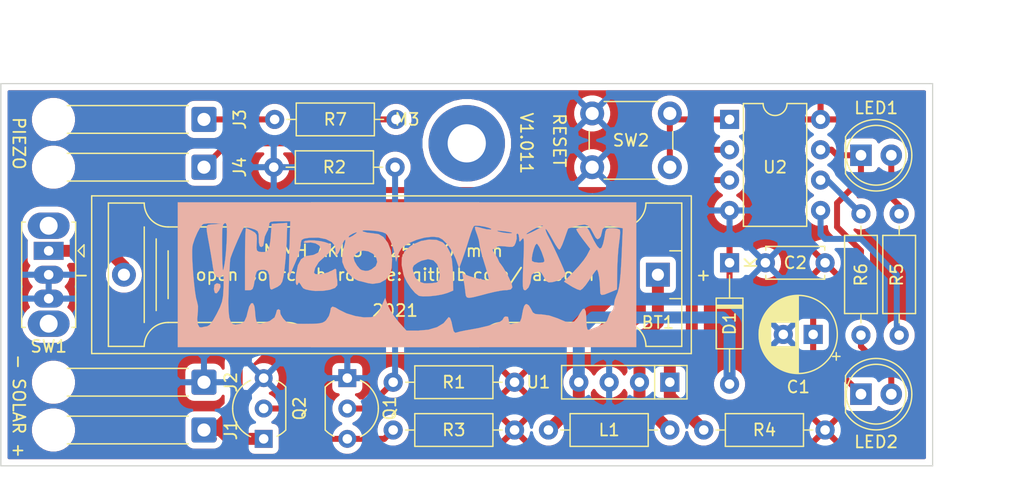
<source format=kicad_pcb>
(kicad_pcb (version 20171130) (host pcbnew "(5.1.9)-1")

  (general
    (thickness 1.6)
    (drawings 14)
    (tracks 96)
    (zones 0)
    (modules 26)
    (nets 18)
  )

  (page A4)
  (layers
    (0 F.Cu signal)
    (31 B.Cu signal)
    (32 B.Adhes user)
    (33 F.Adhes user)
    (34 B.Paste user)
    (35 F.Paste user)
    (36 B.SilkS user)
    (37 F.SilkS user)
    (38 B.Mask user)
    (39 F.Mask user)
    (40 Dwgs.User user)
    (41 Cmts.User user)
    (42 Eco1.User user)
    (43 Eco2.User user)
    (44 Edge.Cuts user)
    (45 Margin user)
    (46 B.CrtYd user)
    (47 F.CrtYd user)
    (48 B.Fab user)
    (49 F.Fab user)
  )

  (setup
    (last_trace_width 0.25)
    (trace_clearance 0.2)
    (zone_clearance 0.508)
    (zone_45_only no)
    (trace_min 0.2)
    (via_size 0.8)
    (via_drill 0.4)
    (via_min_size 0.4)
    (via_min_drill 0.3)
    (uvia_size 0.3)
    (uvia_drill 0.1)
    (uvias_allowed no)
    (uvia_min_size 0.2)
    (uvia_min_drill 0.1)
    (edge_width 0.1)
    (segment_width 0.2)
    (pcb_text_width 0.3)
    (pcb_text_size 1.5 1.5)
    (mod_edge_width 0.15)
    (mod_text_size 1 1)
    (mod_text_width 0.15)
    (pad_size 1.524 1.524)
    (pad_drill 0.762)
    (pad_to_mask_clearance 0)
    (aux_axis_origin 0 0)
    (visible_elements 7FFFEFFF)
    (pcbplotparams
      (layerselection 0x010fc_ffffffff)
      (usegerberextensions false)
      (usegerberattributes true)
      (usegerberadvancedattributes true)
      (creategerberjobfile true)
      (excludeedgelayer true)
      (linewidth 0.100000)
      (plotframeref false)
      (viasonmask false)
      (mode 1)
      (useauxorigin false)
      (hpglpennumber 1)
      (hpglpenspeed 20)
      (hpglpendiameter 15.000000)
      (psnegative false)
      (psa4output false)
      (plotreference true)
      (plotvalue true)
      (plotinvisibletext false)
      (padsonsilk false)
      (subtractmaskfromsilk false)
      (outputformat 1)
      (mirror false)
      (drillshape 1)
      (scaleselection 1)
      (outputdirectory ""))
  )

  (net 0 "")
  (net 1 "Net-(BT1-Pad2)")
  (net 2 "Net-(BT1-Pad1)")
  (net 3 GND)
  (net 4 "Net-(C1-Pad1)")
  (net 5 "Net-(D1-Pad2)")
  (net 6 "Net-(J1-Pad1)")
  (net 7 "Net-(J3-Pad1)")
  (net 8 "Net-(J4-Pad1)")
  (net 9 "Net-(LED1-Pad2)")
  (net 10 "Net-(LED1-Pad1)")
  (net 11 "Net-(LED2-Pad2)")
  (net 12 "Net-(Q1-Pad3)")
  (net 13 "Net-(Q1-Pad2)")
  (net 14 "Net-(R5-Pad2)")
  (net 15 "Net-(R6-Pad2)")
  (net 16 "Net-(R7-Pad2)")
  (net 17 "Net-(SW2-Pad1)")

  (net_class Default "Dies ist die voreingestellte Netzklasse."
    (clearance 0.2)
    (trace_width 0.25)
    (via_dia 0.8)
    (via_drill 0.4)
    (uvia_dia 0.3)
    (uvia_drill 0.1)
  )

  (net_class Power ""
    (clearance 0.2)
    (trace_width 1)
    (via_dia 0.8)
    (via_drill 0.4)
    (uvia_dia 0.3)
    (uvia_drill 0.1)
    (diff_pair_width 0.3)
    (diff_pair_gap 0.5)
    (add_net GND)
    (add_net "Net-(BT1-Pad1)")
    (add_net "Net-(BT1-Pad2)")
    (add_net "Net-(C1-Pad1)")
    (add_net "Net-(D1-Pad2)")
    (add_net "Net-(J1-Pad1)")
  )

  (net_class Standard ""
    (clearance 0.3)
    (trace_width 0.5)
    (via_dia 0.8)
    (via_drill 0.4)
    (uvia_dia 0.3)
    (uvia_drill 0.1)
    (add_net "Net-(J3-Pad1)")
    (add_net "Net-(J4-Pad1)")
    (add_net "Net-(LED1-Pad1)")
    (add_net "Net-(LED1-Pad2)")
    (add_net "Net-(LED2-Pad2)")
    (add_net "Net-(Q1-Pad2)")
    (add_net "Net-(Q1-Pad3)")
    (add_net "Net-(R5-Pad2)")
    (add_net "Net-(R6-Pad2)")
    (add_net "Net-(R7-Pad2)")
    (add_net "Net-(SW2-Pad1)")
  )

  (module Joe_footprint_Library:Kazoosh!-Logo (layer F.Cu) (tedit 6062899D) (tstamp 6062DEBE)
    (at 93 65)
    (fp_text reference G*** (at 0 0) (layer F.SilkS) hide
      (effects (font (size 1.524 1.524) (thickness 0.3)))
    )
    (fp_text value LOGO (at 0.75 0) (layer F.SilkS) hide
      (effects (font (size 1.524 1.524) (thickness 0.3)))
    )
    (fp_poly (pts (xy -15.63418 0.793527) (xy -15.613382 1.024087) (xy -15.73576 1.308351) (xy -15.933891 1.555534)
      (xy -16.087756 1.527058) (xy -16.161601 1.235777) (xy -16.163637 1.154546) (xy -16.118278 0.837636)
      (xy -15.949508 0.726058) (xy -15.875 0.721591) (xy -15.63418 0.793527)) (layer B.SilkS) (width 0.01))
    (fp_poly (pts (xy -10.066318 -3.0011) (xy -10.103648 -2.203241) (xy -10.169115 -1.324338) (xy -10.249629 -0.53549)
      (xy -10.263084 -0.428678) (xy -10.348635 0.181917) (xy -10.442884 0.578337) (xy -10.59244 0.832541)
      (xy -10.843914 1.016489) (xy -11.243915 1.20214) (xy -11.348405 1.246904) (xy -11.455916 1.167826)
      (xy -11.507159 0.811401) (xy -11.512151 0.574112) (xy -11.545166 0.024982) (xy -11.666737 -0.288084)
      (xy -11.910652 -0.412413) (xy -12.213385 -0.408157) (xy -12.450604 -0.358309) (xy -12.592005 -0.228915)
      (xy -12.682216 0.052644) (xy -12.752462 0.469034) (xy -12.835476 0.938697) (xy -12.929065 1.188413)
      (xy -13.071313 1.28556) (xy -13.221496 1.298864) (xy -13.565909 1.298864) (xy -13.565909 -1.298863)
      (xy -13.561734 -2.128703) (xy -13.550136 -2.848863) (xy -13.532505 -3.413805) (xy -13.510232 -3.777987)
      (xy -13.486583 -3.896591) (xy -13.316675 -3.836548) (xy -13.008266 -3.690124) (xy -12.971982 -3.671501)
      (xy -12.717261 -3.517318) (xy -12.595194 -3.33571) (xy -12.56712 -3.030038) (xy -12.582274 -2.697353)
      (xy -12.600026 -2.258995) (xy -12.560065 -2.030895) (xy -12.426469 -1.935501) (xy -12.213385 -1.900933)
      (xy -11.885857 -1.902198) (xy -11.66772 -2.026737) (xy -11.530249 -2.321344) (xy -11.444719 -2.832816)
      (xy -11.410544 -3.208888) (xy -11.328978 -4.257386) (xy -10.679546 -4.299964) (xy -10.030114 -4.342541)
      (xy -10.066318 -3.0011)) (layer B.SilkS) (width 0.01))
    (fp_poly (pts (xy -7.742628 -2.869838) (xy -7.243923 -2.81123) (xy -6.882494 -2.732055) (xy -6.526152 -2.606401)
      (xy -6.382513 -2.448593) (xy -6.37738 -2.196328) (xy -6.564327 -1.795036) (xy -6.927273 -1.477418)
      (xy -7.388634 -1.057566) (xy -7.696192 -0.55218) (xy -7.786673 -0.161953) (xy -7.670596 -0.055)
      (xy -7.369235 -0.036323) (xy -6.968114 -0.094325) (xy -6.552759 -0.217411) (xy -6.241762 -0.371416)
      (xy -6.007189 -0.502325) (xy -5.925848 -0.430636) (xy -5.917046 -0.237844) (xy -5.888239 0.173753)
      (xy -5.836014 0.523154) (xy -5.831962 0.880235) (xy -6.022664 1.101122) (xy -6.031281 1.106442)
      (xy -6.457195 1.262449) (xy -7.046174 1.351793) (xy -7.677919 1.362746) (xy -8.119492 1.310038)
      (xy -8.489714 1.228901) (xy -8.687182 1.139535) (xy -8.821043 0.971726) (xy -8.922055 0.79375)
      (xy -9.044308 0.638748) (xy -9.087657 0.685512) (xy -9.181845 0.85333) (xy -9.234151 0.865909)
      (xy -9.303316 0.731102) (xy -9.315081 0.354162) (xy -9.287428 -0.036079) (xy -9.139987 -0.785411)
      (xy -8.87371 -1.2967) (xy -8.497461 -1.5563) (xy -8.27993 -1.5875) (xy -7.825701 -1.660893)
      (xy -7.447319 -1.847073) (xy -7.234625 -2.095038) (xy -7.215909 -2.19151) (xy -7.343278 -2.439631)
      (xy -7.658978 -2.624408) (xy -8.063403 -2.70255) (xy -8.328742 -2.67514) (xy -8.580719 -2.663879)
      (xy -8.659091 -2.739296) (xy -8.5305 -2.834198) (xy -8.198249 -2.877604) (xy -7.742628 -2.869838)) (layer B.SilkS) (width 0.01))
    (fp_poly (pts (xy 15.092196 -3.916318) (xy 15.258585 -3.658755) (xy 15.397978 -3.364846) (xy 15.624666 -2.90486)
      (xy 15.845421 -2.515636) (xy 15.936429 -2.38125) (xy 16.117523 -2.191452) (xy 16.245257 -2.23181)
      (xy 16.302873 -2.309091) (xy 16.408498 -2.577165) (xy 16.507521 -3.00335) (xy 16.540685 -3.211079)
      (xy 16.607382 -3.623047) (xy 16.707359 -3.824316) (xy 16.911448 -3.890372) (xy 17.183939 -3.896591)
      (xy 17.560571 -3.863776) (xy 17.796794 -3.782587) (xy 17.818728 -3.759663) (xy 17.841553 -3.55478)
      (xy 17.816906 -3.156968) (xy 17.759095 -2.713356) (xy 17.694046 -2.161322) (xy 17.639774 -1.438534)
      (xy 17.604201 -0.66286) (xy 17.595803 -0.284178) (xy 17.576771 1.235621) (xy 16.976926 1.48372)
      (xy 16.530076 1.659204) (xy 16.28684 1.699756) (xy 16.185052 1.583015) (xy 16.162546 1.286624)
      (xy 16.162048 1.190625) (xy 16.139335 0.690236) (xy 16.08303 0.202881) (xy 16.006652 -0.190321)
      (xy 15.923726 -0.408251) (xy 15.892196 -0.428205) (xy 15.776784 -0.312856) (xy 15.557274 -0.013855)
      (xy 15.27963 0.405891) (xy 15.259499 0.437704) (xy 14.960777 0.865398) (xy 14.690415 1.173637)
      (xy 14.504801 1.298574) (xy 14.498961 1.298864) (xy 14.252336 1.225652) (xy 13.882114 1.040816)
      (xy 13.709039 0.937318) (xy 13.136314 0.575773) (xy 13.964464 -0.270977) (xy 14.398181 -0.744454)
      (xy 14.782101 -1.21628) (xy 15.042161 -1.59457) (xy 15.065768 -1.637299) (xy 15.338924 -2.156871)
      (xy 14.72067 -2.958243) (xy 14.424593 -3.362144) (xy 14.226826 -3.67146) (xy 14.167251 -3.823367)
      (xy 14.169402 -3.826599) (xy 14.345416 -3.899731) (xy 14.658818 -3.976695) (xy 14.915754 -4.002862)
      (xy 15.092196 -3.916318)) (layer B.SilkS) (width 0.01))
    (fp_poly (pts (xy 2.475305 -2.91273) (xy 2.964993 -2.71986) (xy 3.04816 -2.654068) (xy 3.385814 -2.281694)
      (xy 3.614586 -1.843597) (xy 3.754186 -1.275961) (xy 3.824322 -0.514968) (xy 3.838412 -0.095153)
      (xy 3.869203 1.325035) (xy 3.40766 1.51788) (xy 2.977461 1.64654) (xy 2.421923 1.746359)
      (xy 1.840687 1.807156) (xy 1.333399 1.818749) (xy 0.9997 1.770957) (xy 0.985909 1.765341)
      (xy 0.672993 1.528053) (xy 0.319276 1.115116) (xy -0.008894 0.618893) (xy -0.245172 0.131746)
      (xy -0.292511 -0.014386) (xy -0.402764 -0.565393) (xy 0.46978 -0.565393) (xy 0.500852 -0.318302)
      (xy 0.702106 0.248806) (xy 0.994902 0.576527) (xy 1.430612 0.7113) (xy 1.651182 0.721591)
      (xy 2.096937 0.702341) (xy 2.443954 0.6542) (xy 2.513764 0.633992) (xy 2.681411 0.430266)
      (xy 2.739011 0.050558) (xy 2.686076 -0.414076) (xy 2.522117 -0.872582) (xy 2.521862 -0.873076)
      (xy 2.209297 -1.204677) (xy 1.758043 -1.304047) (xy 1.204698 -1.168269) (xy 0.887953 -1.003273)
      (xy 0.575067 -0.777875) (xy 0.46978 -0.565393) (xy -0.402764 -0.565393) (xy -0.453551 -0.819205)
      (xy -0.432426 -1.440971) (xy -0.211432 -1.933829) (xy 0.227139 -2.351925) (xy 0.537277 -2.552047)
      (xy 1.176882 -2.825387) (xy 1.85108 -2.94676) (xy 2.475305 -2.91273)) (layer B.SilkS) (width 0.01))
    (fp_poly (pts (xy 19.194318 6.061364) (xy -19.194318 6.061364) (xy -19.194318 -2.024636) (xy -17.98525 -2.024636)
      (xy -17.979903 -1.452799) (xy -17.947367 -0.751964) (xy -17.893341 0.008539) (xy -17.823523 0.759378)
      (xy -17.743612 1.431223) (xy -17.659305 1.954745) (xy -17.576302 2.260613) (xy -17.574489 2.264463)
      (xy -17.497941 2.614662) (xy -17.504309 3.075416) (xy -17.516959 3.168993) (xy -17.560714 3.720199)
      (xy -17.510191 4.144614) (xy -17.378731 4.387133) (xy -17.216414 4.410312) (xy -16.884988 4.338108)
      (xy -16.746982 4.329546) (xy -16.524841 4.198298) (xy -16.230499 3.800568) (xy -15.943954 3.294176)
      (xy -15.662926 2.727948) (xy -15.494222 2.270588) (xy -15.491179 2.254369) (xy -14.954743 2.254369)
      (xy -14.938758 3.031739) (xy -14.877666 3.582483) (xy -14.765666 3.936629) (xy -14.596955 4.124207)
      (xy -14.365731 4.175247) (xy -14.360509 4.175084) (xy -13.903297 4.105089) (xy -13.612242 3.895436)
      (xy -13.429425 3.487798) (xy -13.354846 3.162355) (xy -13.215122 2.659308) (xy -13.053111 2.396229)
      (xy -12.898109 2.38273) (xy -12.77941 2.628423) (xy -12.733692 2.958523) (xy -12.681261 3.560613)
      (xy -12.605922 3.922542) (xy -12.483015 4.092779) (xy -12.287878 4.119793) (xy -12.155571 4.094752)
      (xy -11.489286 3.868118) (xy -11.091107 3.574336) (xy -10.968182 3.243453) (xy -10.89371 2.958043)
      (xy -10.756234 2.886364) (xy -10.609141 2.985329) (xy -10.620458 3.084863) (xy -10.58362 3.314442)
      (xy -10.395791 3.629425) (xy -10.339788 3.698215) (xy -10.165675 3.886515) (xy -9.990312 4.006996)
      (xy -9.747738 4.074789) (xy -9.371989 4.105024) (xy -8.797104 4.112833) (xy -8.531277 4.113068)
      (xy -7.851361 4.106366) (xy -7.395612 4.078918) (xy -7.099726 4.019719) (xy -6.899399 3.917758)
      (xy -6.779771 3.81323) (xy -6.539974 3.455058) (xy -6.438789 3.127488) (xy -6.374669 2.787057)
      (xy -6.241274 2.666382) (xy -5.981471 2.75102) (xy -5.677731 2.935081) (xy -5.069874 3.23392)
      (xy -4.341245 3.454814) (xy -3.611382 3.570331) (xy -2.999824 3.553039) (xy -2.991577 3.551518)
      (xy -2.68095 3.460749) (xy -2.463606 3.281389) (xy -2.265559 2.937907) (xy -2.15991 2.702479)
      (xy -1.833866 1.948296) (xy -1.605125 2.571452) (xy -1.382657 3.014686) (xy -1.036718 3.534257)
      (xy -0.714076 3.934072) (xy -0.051768 4.673534) (xy 0.948263 4.677273) (xy 1.788128 4.602907)
      (xy 2.511448 4.388646) (xy 3.060134 4.057607) (xy 3.331921 3.728725) (xy 3.47921 3.548925)
      (xy 3.607099 3.618779) (xy 3.726128 3.952456) (xy 3.814728 4.377688) (xy 3.905309 4.733786)
      (xy 4.028376 4.857017) (xy 4.15795 4.833835) (xy 4.433326 4.757177) (xy 4.87652 4.665383)
      (xy 5.195454 4.610165) (xy 6.00025 4.461924) (xy 6.731647 4.290392) (xy 7.340587 4.11065)
      (xy 7.778011 3.937777) (xy 7.994861 3.786856) (xy 8.009659 3.745054) (xy 8.129627 3.54742)
      (xy 8.262216 3.49111) (xy 8.452805 3.528967) (xy 8.514167 3.782243) (xy 8.514772 3.82929)
      (xy 8.555764 4.101644) (xy 8.703148 4.141915) (xy 8.743053 4.128509) (xy 9.090181 4.050951)
      (xy 9.241627 4.040909) (xy 9.44699 3.953484) (xy 9.572896 3.653679) (xy 9.603221 3.499716)
      (xy 9.707164 2.947901) (xy 9.802478 2.627123) (xy 9.911564 2.481453) (xy 10.02233 2.453409)
      (xy 10.202707 2.573674) (xy 10.381942 2.865257) (xy 10.390909 2.886364) (xy 10.532115 3.154214)
      (xy 10.728368 3.281244) (xy 11.080324 3.319053) (xy 11.238247 3.320728) (xy 11.900558 3.411106)
      (xy 12.613917 3.652315) (xy 12.67825 3.681524) (xy 13.27361 3.932893) (xy 13.690539 4.01632)
      (xy 13.997343 3.913638) (xy 14.262326 3.606681) (xy 14.491409 3.199304) (xy 14.703148 2.881282)
      (xy 14.861376 2.844691) (xy 14.963648 3.086879) (xy 15.007518 3.605194) (xy 15.009091 3.76079)
      (xy 15.033166 4.252434) (xy 15.098608 4.552509) (xy 15.162734 4.618182) (xy 15.373434 4.564587)
      (xy 15.748974 4.427019) (xy 16.03648 4.308402) (xy 16.487238 4.083116) (xy 16.731162 3.860518)
      (xy 16.841425 3.574408) (xy 16.96224 3.246843) (xy 17.122225 3.074997) (xy 17.262827 2.89143)
      (xy 17.318182 2.57512) (xy 17.387057 2.117918) (xy 17.515919 1.760731) (xy 17.640083 1.456744)
      (xy 17.739297 1.062345) (xy 17.818848 0.535581) (xy 17.884022 -0.165501) (xy 17.940107 -1.082857)
      (xy 17.978079 -1.906787) (xy 18.06112 -3.885734) (xy 17.653571 -3.972014) (xy 17.268719 -4.051945)
      (xy 17.013964 -4.102889) (xy 16.631114 -4.05581) (xy 16.36969 -3.803928) (xy 16.307954 -3.546295)
      (xy 16.223901 -3.206943) (xy 16.100464 -3.03814) (xy 15.938584 -2.969611) (xy 15.786812 -3.102485)
      (xy 15.650106 -3.345185) (xy 15.380027 -3.83975) (xy 15.147059 -4.110755) (xy 14.874212 -4.199767)
      (xy 14.484493 -4.148353) (xy 14.263417 -4.093839) (xy 13.843845 -3.979735) (xy 13.561323 -3.892923)
      (xy 13.491788 -3.863102) (xy 13.432712 -3.717248) (xy 13.309453 -3.375007) (xy 13.165192 -2.958523)
      (xy 12.994912 -2.510806) (xy 12.842422 -2.197984) (xy 12.748816 -2.092613) (xy 12.62689 -2.210893)
      (xy 12.419024 -2.522383) (xy 12.168222 -2.962061) (xy 12.145303 -3.005151) (xy 11.901443 -3.440482)
      (xy 11.706185 -3.741597) (xy 11.597838 -3.850112) (xy 11.592588 -3.847512) (xy 11.611602 -3.690373)
      (xy 11.741911 -3.377014) (xy 11.820364 -3.223611) (xy 12.048961 -2.778995) (xy 12.318204 -2.225676)
      (xy 12.599586 -1.626238) (xy 12.864597 -1.043267) (xy 13.084731 -0.539348) (xy 13.231478 -0.177065)
      (xy 13.277272 -0.025198) (xy 13.15178 0.170706) (xy 12.834467 0.382395) (xy 12.414084 0.557889)
      (xy 12.177569 0.618898) (xy 11.866074 0.646751) (xy 11.663408 0.531854) (xy 11.460909 0.212217)
      (xy 11.459239 0.209117) (xy 11.271664 -0.122652) (xy 11.125208 -0.257527) (xy 10.919702 -0.250304)
      (xy 10.715625 -0.197674) (xy 10.444474 -0.008672) (xy 10.390909 0.223914) (xy 10.328669 0.687052)
      (xy 10.170009 1.068581) (xy 9.957015 1.280801) (xy 9.875044 1.298864) (xy 9.787376 1.273495)
      (xy 9.728464 1.170102) (xy 9.695795 0.94775) (xy 9.686861 0.565509) (xy 9.699148 -0.017556)
      (xy 9.730148 -0.842375) (xy 9.735616 -0.974148) (xy 9.752582 -1.406441) (xy 10.44951 -1.406441)
      (xy 10.458921 -1.165371) (xy 10.467643 -1.147142) (xy 10.655822 -1.055353) (xy 11.005022 -1.01098)
      (xy 11.058583 -1.010227) (xy 11.390773 -1.029782) (xy 11.502651 -1.124361) (xy 11.465733 -1.334943)
      (xy 11.271268 -1.893889) (xy 11.075859 -2.324786) (xy 10.909311 -2.566666) (xy 10.84836 -2.597727)
      (xy 10.737222 -2.471788) (xy 10.615685 -2.162616) (xy 10.510773 -1.773178) (xy 10.44951 -1.406441)
      (xy 9.752582 -1.406441) (xy 9.769025 -1.825398) (xy 9.785109 -2.423489) (xy 9.781651 -2.803505)
      (xy 9.756433 -3.000528) (xy 9.707239 -3.04964) (xy 9.631851 -2.985924) (xy 9.610211 -2.958523)
      (xy 9.451609 -2.771435) (xy 9.394705 -2.824691) (xy 9.385271 -3.066761) (xy 9.338037 -3.354894)
      (xy 9.307698 -3.388856) (xy 9.970085 -3.388856) (xy 10.096996 -3.412796) (xy 10.440341 -3.562238)
      (xy 10.679545 -3.680113) (xy 11.072984 -3.8901) (xy 11.335074 -4.050319) (xy 11.401136 -4.11097)
      (xy 11.288408 -4.124822) (xy 10.987927 -4.008243) (xy 10.556251 -3.784501) (xy 10.426988 -3.710171)
      (xy 10.074964 -3.48859) (xy 9.970085 -3.388856) (xy 9.307698 -3.388856) (xy 9.240893 -3.463636)
      (xy 9.156574 -3.359946) (xy 9.174624 -3.272046) (xy 9.179867 -3.006738) (xy 9.094606 -2.676623)
      (xy 8.985092 -2.439715) (xy 8.834784 -2.334356) (xy 8.553687 -2.328695) (xy 8.222807 -2.36807)
      (xy 7.751928 -2.402651) (xy 7.522874 -2.352941) (xy 7.504545 -2.314061) (xy 7.387062 -2.183287)
      (xy 7.278241 -2.164773) (xy 7.153756 -2.127608) (xy 7.19731 -1.976043) (xy 7.3504 -1.745619)
      (xy 7.54948 -1.437642) (xy 7.646908 -1.231197) (xy 7.648863 -1.21579) (xy 7.735648 -1.031732)
      (xy 7.867336 -0.863704) (xy 8.046414 -0.610969) (xy 8.29338 -0.195331) (xy 8.517215 0.221253)
      (xy 8.755468 0.73781) (xy 8.818372 1.059295) (xy 8.692683 1.229452) (xy 8.36516 1.292021)
      (xy 8.191667 1.296654) (xy 7.857249 1.334202) (xy 7.351497 1.430836) (xy 6.780544 1.566124)
      (xy 6.748485 1.57451) (xy 6.00868 1.7707) (xy 5.503303 1.894954) (xy 5.185358 1.939461)
      (xy 5.007851 1.896407) (xy 4.923785 1.757977) (xy 4.886165 1.516361) (xy 4.859907 1.260525)
      (xy 4.79048 0.754463) (xy 4.711662 0.317843) (xy 4.674516 0.16402) (xy 4.62904 -0.072275)
      (xy 4.731914 -0.088225) (xy 4.850754 -0.030004) (xy 5.167452 0.101669) (xy 5.603907 0.238511)
      (xy 6.074459 0.359751) (xy 6.493449 0.444619) (xy 6.775218 0.472345) (xy 6.84272 0.453007)
      (xy 6.827033 0.282212) (xy 6.735561 -0.09647) (xy 6.585174 -0.617564) (xy 6.483707 -0.940384)
      (xy 6.298674 -1.546597) (xy 6.155031 -2.080841) (xy 6.073776 -2.461939) (xy 6.063103 -2.566283)
      (xy 6.006423 -2.918009) (xy 5.869549 -3.352303) (xy 5.842992 -3.418271) (xy 5.753484 -3.668617)
      (xy 7.529031 -3.668617) (xy 7.648863 -3.615031) (xy 7.942861 -3.543192) (xy 8.293315 -3.492352)
      (xy 8.605993 -3.470572) (xy 8.786661 -3.485911) (xy 8.791382 -3.517304) (xy 8.625266 -3.563308)
      (xy 8.267512 -3.621526) (xy 8.009659 -3.654312) (xy 7.628632 -3.688104) (xy 7.529031 -3.668617)
      (xy 5.753484 -3.668617) (xy 5.719085 -3.764826) (xy 5.680515 -3.981578) (xy 5.689004 -4.005292)
      (xy 5.853835 -4.006365) (xy 6.180217 -3.927604) (xy 6.267003 -3.900167) (xy 6.675737 -3.80131)
      (xy 7.003188 -3.78154) (xy 7.034344 -3.786694) (xy 7.048911 -3.843277) (xy 6.829254 -3.933314)
      (xy 6.505376 -4.017821) (xy 6.053754 -4.094182) (xy 5.717551 -4.105843) (xy 5.601818 -4.072045)
      (xy 5.501255 -3.879766) (xy 5.355815 -3.494399) (xy 5.203933 -3.021896) (xy 5.004212 -2.380673)
      (xy 4.781791 -1.70866) (xy 4.642481 -1.31153) (xy 4.358046 -0.530446) (xy 4.091239 -1.302408)
      (xy 3.83323 -1.864552) (xy 3.482223 -2.412449) (xy 3.305584 -2.624685) (xy 2.961157 -2.956714)
      (xy 2.661961 -3.11964) (xy 2.275701 -3.171948) (xy 2.060757 -3.175) (xy 1.455397 -3.103536)
      (xy 0.788809 -2.915206) (xy 0.163504 -2.649099) (xy -0.318009 -2.344304) (xy -0.449651 -2.21771)
      (xy -0.660212 -1.876138) (xy -0.798761 -1.515341) (xy -0.914698 -1.082386) (xy -1.014341 -1.659659)
      (xy -1.171388 -2.286411) (xy -1.401824 -2.870644) (xy -1.663335 -3.314918) (xy -1.794236 -3.455551)
      (xy -2.04732 -3.558691) (xy -2.490241 -3.646884) (xy -2.993199 -3.698389) (xy -3.50035 -3.717078)
      (xy -3.734052 -3.695889) (xy -3.706922 -3.633379) (xy -3.680114 -3.619868) (xy -3.329332 -3.519672)
      (xy -2.912956 -3.47378) (xy -2.37399 -3.396782) (xy -1.973 -3.154739) (xy -1.619181 -2.690491)
      (xy -1.589317 -2.640555) (xy -1.356402 -2.033039) (xy -1.251745 -1.296097) (xy -1.284431 -0.563191)
      (xy -1.41444 -0.072159) (xy -1.750745 0.385384) (xy -2.263675 0.675929) (xy -2.873713 0.765526)
      (xy -3.247159 0.710337) (xy -3.70275 0.591223) (xy -4.091643 0.492374) (xy -4.148934 0.47829)
      (xy -4.524022 0.273342) (xy -4.911678 -0.112259) (xy -5.234607 -0.584873) (xy -5.415515 -1.050861)
      (xy -5.416821 -1.057693) (xy -5.425078 -1.425706) (xy -4.473864 -1.425706) (xy -4.387448 -1.11357)
      (xy -4.18116 -0.756228) (xy -3.934446 -0.474224) (xy -3.790314 -0.388496) (xy -3.468898 -0.317943)
      (xy -3.245206 -0.339867) (xy -2.977545 -0.450547) (xy -2.62012 -0.725275) (xy -2.494967 -1.071554)
      (xy -2.576338 -1.431562) (xy -2.838487 -1.747476) (xy -3.255666 -1.961475) (xy -3.676596 -2.020454)
      (xy -4.028734 -1.928401) (xy -4.331998 -1.708636) (xy -4.472991 -1.44575) (xy -4.473864 -1.425706)
      (xy -5.425078 -1.425706) (xy -5.427688 -1.542025) (xy -5.328502 -2.13609) (xy -5.286051 -2.292027)
      (xy -5.172529 -2.744419) (xy -5.166749 -2.939438) (xy -5.25226 -2.880264) (xy -5.412612 -2.570074)
      (xy -5.54678 -2.241644) (xy -5.733634 -1.833064) (xy -5.891064 -1.621645) (xy -5.98849 -1.62556)
      (xy -5.995333 -1.862982) (xy -5.97411 -1.987691) (xy -6.02044 -2.399183) (xy -6.306693 -2.736771)
      (xy -6.78897 -2.979068) (xy -7.423377 -3.104684) (xy -8.166015 -3.092231) (xy -8.226137 -3.08497)
      (xy -8.625434 -3.019978) (xy -8.81958 -2.909705) (xy -8.89037 -2.677669) (xy -8.907688 -2.447684)
      (xy -8.987129 -2.025067) (xy -9.162155 -1.475205) (xy -9.365663 -0.982913) (xy -9.593858 -0.465174)
      (xy -9.773764 -0.002765) (xy -9.862443 0.288637) (xy -9.88082 0.27039) (xy -9.888979 0.001278)
      (xy -9.88706 -0.481114) (xy -9.875201 -1.139202) (xy -9.854261 -1.912216) (xy -9.816083 -3.148508)
      (xy -4.906818 -3.148508) (xy -4.805123 -3.128731) (xy -4.559093 -3.251947) (xy -4.546023 -3.26043)
      (xy -4.290626 -3.44327) (xy -4.185228 -3.549299) (xy -4.297577 -3.536068) (xy -4.546023 -3.437377)
      (xy -4.810973 -3.276451) (xy -4.906818 -3.148508) (xy -9.816083 -3.148508) (xy -9.775153 -4.473863)
      (xy -10.660304 -4.473863) (xy -11.147557 -4.465684) (xy -11.413013 -4.424397) (xy -11.523403 -4.324884)
      (xy -11.545454 -4.142024) (xy -11.545455 -4.140652) (xy -11.632778 -3.756078) (xy -11.757342 -3.527299)
      (xy -11.910963 -3.182485) (xy -11.97382 -2.778125) (xy -12.033686 -2.417277) (xy -12.194887 -2.309091)
      (xy -12.334072 -2.389848) (xy -12.39996 -2.667198) (xy -12.411364 -2.995543) (xy -12.424033 -3.413609)
      (xy -12.506409 -3.640602) (xy -12.725047 -3.77407) (xy -13.006428 -3.867714) (xy -13.375267 -3.971937)
      (xy -13.603054 -4.015615) (xy -13.633685 -4.011091) (xy -13.761813 -3.783251) (xy -13.960099 -3.36767)
      (xy -14.193979 -2.844583) (xy -14.428888 -2.294225) (xy -14.630263 -1.79683) (xy -14.763539 -1.432633)
      (xy -14.796302 -1.31229) (xy -14.822385 -1.038282) (xy -14.853815 -0.537908) (xy -14.887278 0.126692)
      (xy -14.919457 0.893377) (xy -14.931424 1.220343) (xy -14.954743 2.254369) (xy -15.491179 2.254369)
      (xy -15.40543 1.797387) (xy -15.364141 1.183634) (xy -15.359088 1.043722) (xy -15.346409 0.457193)
      (xy -15.360321 0.12208) (xy -15.405782 0.001975) (xy -15.487753 0.06047) (xy -15.492215 0.066492)
      (xy -15.732525 0.249354) (xy -15.960546 0.171001) (xy -16.144107 -0.141831) (xy -16.238807 -0.553976)
      (xy -16.311078 -1.045065) (xy -16.414245 -1.680515) (xy -16.522665 -2.30401) (xy -15.48157 -2.30401)
      (xy -15.471809 -1.536008) (xy -15.451491 -0.891161) (xy -15.442329 -0.721591) (xy -15.420154 -0.427955)
      (xy -15.392632 -0.372452) (xy -15.341119 -0.571867) (xy -15.282029 -0.865909) (xy -15.21857 -1.304199)
      (xy -15.157899 -1.924713) (xy -15.109688 -2.62112) (xy -15.094987 -2.922443) (xy -15.074709 -3.587774)
      (xy -15.083872 -4.012316) (xy -15.127271 -4.242863) (xy -15.209702 -4.326209) (xy -15.239192 -4.329545)
      (xy -15.387947 -4.206172) (xy -15.459881 -3.824055) (xy -15.465588 -3.716193) (xy -15.479816 -3.071846)
      (xy -15.48157 -2.30401) (xy -16.522665 -2.30401) (xy -16.523549 -2.309091) (xy -16.662849 -3.069578)
      (xy -16.751328 -3.59083) (xy -16.780649 -3.919107) (xy -16.742475 -4.100665) (xy -16.628469 -4.181765)
      (xy -16.430293 -4.208664) (xy -16.178359 -4.224338) (xy -15.514205 -4.277519) (xy -16.235796 -4.301322)
      (xy -16.682266 -4.295199) (xy -17.011426 -4.252975) (xy -17.101705 -4.218692) (xy -17.309137 -3.966078)
      (xy -17.547148 -3.535026) (xy -17.768894 -3.025158) (xy -17.927536 -2.536098) (xy -17.957711 -2.398145)
      (xy -17.98525 -2.024636) (xy -19.194318 -2.024636) (xy -19.194318 -6.061363) (xy 19.194318 -6.061363)
      (xy 19.194318 6.061364)) (layer B.SilkS) (width 0.01))
  )

  (module MountingHole:MountingHole_3.2mm_M3_Pad_TopBottom (layer F.Cu) (tedit 56D1B4CB) (tstamp 6062C974)
    (at 98 54)
    (descr "Mounting Hole 3.2mm, M3")
    (tags "mounting hole 3.2mm m3")
    (attr virtual)
    (fp_text reference M3 (at -5 -2) (layer F.SilkS)
      (effects (font (size 1 1) (thickness 0.15)))
    )
    (fp_text value MountingHole_3.2mm_M3_Pad_TopBottom (at 0 4.2) (layer F.Fab)
      (effects (font (size 1 1) (thickness 0.15)))
    )
    (fp_circle (center 0 0) (end 3.45 0) (layer F.CrtYd) (width 0.05))
    (fp_circle (center 0 0) (end 3.2 0) (layer Cmts.User) (width 0.15))
    (fp_text user %R (at 0.3 0) (layer F.Fab)
      (effects (font (size 1 1) (thickness 0.15)))
    )
    (pad 1 connect circle (at 0 0) (size 6.4 6.4) (layers B.Cu B.Mask))
    (pad 1 connect circle (at 0 0) (size 6.4 6.4) (layers F.Cu F.Mask))
    (pad 1 thru_hole circle (at 0 0) (size 3.6 3.6) (drill 3.2) (layers *.Cu *.Mask))
  )

  (module Joe_footprint_Library:SW_PUSH_6mm_H5mm_4pin (layer F.Cu) (tedit 6062355E) (tstamp 606274C2)
    (at 115 56 180)
    (descr "tactile push button, 6x6mm e.g. PHAP33xx series, height=5mm")
    (tags "tact sw push 6mm")
    (path /606774BC)
    (fp_text reference SW2 (at 3.25 2.25) (layer F.SilkS)
      (effects (font (size 1 1) (thickness 0.15)))
    )
    (fp_text value SW_Push_standard_6x6_four_pins (at 3.75 6.7) (layer F.Fab)
      (effects (font (size 1 1) (thickness 0.15)))
    )
    (fp_line (start 3.25 -0.75) (end 6.25 -0.75) (layer F.Fab) (width 0.1))
    (fp_line (start 6.25 -0.75) (end 6.25 5.25) (layer F.Fab) (width 0.1))
    (fp_line (start 6.25 5.25) (end 0.25 5.25) (layer F.Fab) (width 0.1))
    (fp_line (start 0.25 5.25) (end 0.25 -0.75) (layer F.Fab) (width 0.1))
    (fp_line (start 0.25 -0.75) (end 3.25 -0.75) (layer F.Fab) (width 0.1))
    (fp_line (start 7.75 6) (end 8 6) (layer F.CrtYd) (width 0.05))
    (fp_line (start 8 6) (end 8 5.75) (layer F.CrtYd) (width 0.05))
    (fp_line (start 7.75 -1.5) (end 8 -1.5) (layer F.CrtYd) (width 0.05))
    (fp_line (start 8 -1.5) (end 8 -1.25) (layer F.CrtYd) (width 0.05))
    (fp_line (start -1.5 -1.25) (end -1.5 -1.5) (layer F.CrtYd) (width 0.05))
    (fp_line (start -1.5 -1.5) (end -1.25 -1.5) (layer F.CrtYd) (width 0.05))
    (fp_line (start -1.5 5.75) (end -1.5 6) (layer F.CrtYd) (width 0.05))
    (fp_line (start -1.5 6) (end -1.25 6) (layer F.CrtYd) (width 0.05))
    (fp_line (start -1.25 -1.5) (end 7.75 -1.5) (layer F.CrtYd) (width 0.05))
    (fp_line (start -1.5 5.75) (end -1.5 -1.25) (layer F.CrtYd) (width 0.05))
    (fp_line (start 7.75 6) (end -1.25 6) (layer F.CrtYd) (width 0.05))
    (fp_line (start 8 -1.25) (end 8 5.75) (layer F.CrtYd) (width 0.05))
    (fp_line (start 1 5.5) (end 5.5 5.5) (layer F.SilkS) (width 0.12))
    (fp_line (start -0.25 1.5) (end -0.25 3) (layer F.SilkS) (width 0.12))
    (fp_line (start 5.5 -1) (end 1 -1) (layer F.SilkS) (width 0.12))
    (fp_line (start 6.75 3) (end 6.75 1.5) (layer F.SilkS) (width 0.12))
    (fp_circle (center 3.25 2.25) (end 1.25 2.5) (layer F.Fab) (width 0.1))
    (fp_text user %R (at 3.25 2.25) (layer F.Fab)
      (effects (font (size 1 1) (thickness 0.15)))
    )
    (pad 3 thru_hole circle (at 6.5 0 270) (size 2 2) (drill 1.1) (layers *.Cu *.Mask)
      (net 3 GND))
    (pad 4 thru_hole circle (at 6.5 4.5 270) (size 2 2) (drill 1.1) (layers *.Cu *.Mask)
      (net 3 GND))
    (pad 1 thru_hole circle (at 0 0 270) (size 2 2) (drill 1.1) (layers *.Cu *.Mask)
      (net 17 "Net-(SW2-Pad1)"))
    (pad 2 thru_hole circle (at 0 4.5 270) (size 2 2) (drill 1.1) (layers *.Cu *.Mask)
      (net 17 "Net-(SW2-Pad1)"))
    (model ${KISYS3DMOD}/Button_Switch_THT.3dshapes/SW_PUSH_6mm_H5mm.wrl
      (at (xyz 0 0 0))
      (scale (xyz 1 1 1))
      (rotate (xyz 0 0 0))
    )
  )

  (module Package_DIP:DIP-8_W7.62mm (layer F.Cu) (tedit 5A02E8C5) (tstamp 606274F5)
    (at 120 52)
    (descr "8-lead though-hole mounted DIP package, row spacing 7.62 mm (300 mils)")
    (tags "THT DIP DIL PDIP 2.54mm 7.62mm 300mil")
    (path /606058EB)
    (fp_text reference U2 (at 3.81 4) (layer F.SilkS)
      (effects (font (size 1 1) (thickness 0.15)))
    )
    (fp_text value ATtiny85V-10PU (at 3.81 9.95) (layer F.Fab)
      (effects (font (size 1 1) (thickness 0.15)))
    )
    (fp_line (start 8.7 -1.55) (end -1.1 -1.55) (layer F.CrtYd) (width 0.05))
    (fp_line (start 8.7 9.15) (end 8.7 -1.55) (layer F.CrtYd) (width 0.05))
    (fp_line (start -1.1 9.15) (end 8.7 9.15) (layer F.CrtYd) (width 0.05))
    (fp_line (start -1.1 -1.55) (end -1.1 9.15) (layer F.CrtYd) (width 0.05))
    (fp_line (start 6.46 -1.33) (end 4.81 -1.33) (layer F.SilkS) (width 0.12))
    (fp_line (start 6.46 8.95) (end 6.46 -1.33) (layer F.SilkS) (width 0.12))
    (fp_line (start 1.16 8.95) (end 6.46 8.95) (layer F.SilkS) (width 0.12))
    (fp_line (start 1.16 -1.33) (end 1.16 8.95) (layer F.SilkS) (width 0.12))
    (fp_line (start 2.81 -1.33) (end 1.16 -1.33) (layer F.SilkS) (width 0.12))
    (fp_line (start 0.635 -0.27) (end 1.635 -1.27) (layer F.Fab) (width 0.1))
    (fp_line (start 0.635 8.89) (end 0.635 -0.27) (layer F.Fab) (width 0.1))
    (fp_line (start 6.985 8.89) (end 0.635 8.89) (layer F.Fab) (width 0.1))
    (fp_line (start 6.985 -1.27) (end 6.985 8.89) (layer F.Fab) (width 0.1))
    (fp_line (start 1.635 -1.27) (end 6.985 -1.27) (layer F.Fab) (width 0.1))
    (fp_text user %R (at 3.81 3.81) (layer F.Fab)
      (effects (font (size 1 1) (thickness 0.15)))
    )
    (fp_arc (start 3.81 -1.33) (end 2.81 -1.33) (angle -180) (layer F.SilkS) (width 0.12))
    (pad 8 thru_hole oval (at 7.62 0) (size 1.6 1.6) (drill 0.8) (layers *.Cu *.Mask)
      (net 4 "Net-(C1-Pad1)"))
    (pad 4 thru_hole oval (at 0 7.62) (size 1.6 1.6) (drill 0.8) (layers *.Cu *.Mask)
      (net 3 GND))
    (pad 7 thru_hole oval (at 7.62 2.54) (size 1.6 1.6) (drill 0.8) (layers *.Cu *.Mask)
      (net 10 "Net-(LED1-Pad1)"))
    (pad 3 thru_hole oval (at 0 5.08) (size 1.6 1.6) (drill 0.8) (layers *.Cu *.Mask)
      (net 8 "Net-(J4-Pad1)"))
    (pad 6 thru_hole oval (at 7.62 5.08) (size 1.6 1.6) (drill 0.8) (layers *.Cu *.Mask)
      (net 15 "Net-(R6-Pad2)"))
    (pad 2 thru_hole oval (at 0 2.54) (size 1.6 1.6) (drill 0.8) (layers *.Cu *.Mask)
      (net 16 "Net-(R7-Pad2)"))
    (pad 5 thru_hole oval (at 7.62 7.62) (size 1.6 1.6) (drill 0.8) (layers *.Cu *.Mask)
      (net 14 "Net-(R5-Pad2)"))
    (pad 1 thru_hole rect (at 0 0) (size 1.6 1.6) (drill 0.8) (layers *.Cu *.Mask)
      (net 17 "Net-(SW2-Pad1)"))
    (model ${KISYS3DMOD}/Package_DIP.3dshapes/DIP-8_W7.62mm.wrl
      (at (xyz 0 0 0))
      (scale (xyz 1 1 1))
      (rotate (xyz 0 0 0))
    )
  )

  (module Resistor_THT:R_Array_SIP4 (layer F.Cu) (tedit 5A14249F) (tstamp 606274D9)
    (at 115 74 180)
    (descr "4-pin Resistor SIP pack")
    (tags R)
    (path /60612CB8)
    (fp_text reference U1 (at 11 0) (layer F.SilkS)
      (effects (font (size 1 1) (thickness 0.15)))
    )
    (fp_text value YX8051_JF (at 5.08 2.4) (layer F.Fab)
      (effects (font (size 1 1) (thickness 0.15)))
    )
    (fp_line (start 9.35 -1.65) (end -1.7 -1.65) (layer F.CrtYd) (width 0.05))
    (fp_line (start 9.35 1.65) (end 9.35 -1.65) (layer F.CrtYd) (width 0.05))
    (fp_line (start -1.7 1.65) (end 9.35 1.65) (layer F.CrtYd) (width 0.05))
    (fp_line (start -1.7 -1.65) (end -1.7 1.65) (layer F.CrtYd) (width 0.05))
    (fp_line (start 1.27 -1.4) (end 1.27 1.4) (layer F.SilkS) (width 0.12))
    (fp_line (start 9.06 -1.4) (end -1.44 -1.4) (layer F.SilkS) (width 0.12))
    (fp_line (start 9.06 1.4) (end 9.06 -1.4) (layer F.SilkS) (width 0.12))
    (fp_line (start -1.44 1.4) (end 9.06 1.4) (layer F.SilkS) (width 0.12))
    (fp_line (start -1.44 -1.4) (end -1.44 1.4) (layer F.SilkS) (width 0.12))
    (fp_line (start 1.27 -1.25) (end 1.27 1.25) (layer F.Fab) (width 0.1))
    (fp_line (start 8.91 -1.25) (end -1.29 -1.25) (layer F.Fab) (width 0.1))
    (fp_line (start 8.91 1.25) (end 8.91 -1.25) (layer F.Fab) (width 0.1))
    (fp_line (start -1.29 1.25) (end 8.91 1.25) (layer F.Fab) (width 0.1))
    (fp_line (start -1.29 -1.25) (end -1.29 1.25) (layer F.Fab) (width 0.1))
    (fp_text user %R (at 3.81 0) (layer F.Fab)
      (effects (font (size 1 1) (thickness 0.15)))
    )
    (pad 4 thru_hole oval (at 7.62 0 180) (size 1.6 1.6) (drill 0.8) (layers *.Cu *.Mask)
      (net 5 "Net-(D1-Pad2)"))
    (pad 3 thru_hole oval (at 5.08 0 180) (size 1.6 1.6) (drill 0.8) (layers *.Cu *.Mask)
      (net 3 GND))
    (pad 2 thru_hole oval (at 2.54 0 180) (size 1.6 1.6) (drill 0.8) (layers *.Cu *.Mask)
      (net 2 "Net-(BT1-Pad1)"))
    (pad 1 thru_hole rect (at 0 0 180) (size 1.6 1.6) (drill 0.8) (layers *.Cu *.Mask)
      (net 6 "Net-(J1-Pad1)"))
    (model ${KISYS3DMOD}/Resistor_THT.3dshapes/R_Array_SIP4.wrl
      (at (xyz 0 0 0))
      (scale (xyz 1 1 1))
      (rotate (xyz 0 0 0))
    )
  )

  (module Button_Switch_THT:SW_Slide_1P2T_CK_OS102011MS2Q (layer F.Cu) (tedit 5C5044D5) (tstamp 606274A3)
    (at 63 63 270)
    (descr "CuK miniature slide switch, OS series, SPDT, https://www.ckswitches.com/media/1428/os.pdf")
    (tags "switch SPDT")
    (path /606FCCBB)
    (fp_text reference SW1 (at 8 0 180) (layer F.SilkS)
      (effects (font (size 1 1) (thickness 0.15)))
    )
    (fp_text value SW_SPDT (at 2 3 90) (layer F.Fab)
      (effects (font (size 1 1) (thickness 0.15)))
    )
    (fp_line (start 0.5 -2.96) (end -0.5 -2.96) (layer F.SilkS) (width 0.12))
    (fp_line (start 0 -2.46) (end 0.5 -2.96) (layer F.SilkS) (width 0.12))
    (fp_line (start -0.5 -2.96) (end 0 -2.46) (layer F.SilkS) (width 0.12))
    (fp_line (start 0 -1.65) (end 0.5 -2.15) (layer F.Fab) (width 0.1))
    (fp_line (start -0.5 -2.15) (end 0 -1.65) (layer F.Fab) (width 0.1))
    (fp_line (start -3.45 2.4) (end -3.45 -2.4) (layer B.CrtYd) (width 0.05))
    (fp_line (start 7.45 2.4) (end -3.45 2.4) (layer B.CrtYd) (width 0.05))
    (fp_line (start 7.45 -2.4) (end 7.45 2.4) (layer B.CrtYd) (width 0.05))
    (fp_line (start -3.45 -2.4) (end 7.45 -2.4) (layer B.CrtYd) (width 0.05))
    (fp_line (start 6.41 2.26) (end 6.41 1.95) (layer F.SilkS) (width 0.12))
    (fp_line (start -2.41 2.26) (end -2.41 1.95) (layer F.SilkS) (width 0.12))
    (fp_line (start -2.41 -1.95) (end -2.41 -2.26) (layer F.SilkS) (width 0.12))
    (fp_line (start 6.41 2.26) (end -2.41 2.26) (layer F.SilkS) (width 0.12))
    (fp_line (start 6.41 -2.26) (end 6.41 -1.95) (layer F.SilkS) (width 0.12))
    (fp_line (start -2.41 -2.26) (end 6.41 -2.26) (layer F.SilkS) (width 0.12))
    (fp_line (start -2.3 -2.15) (end -0.5 -2.15) (layer F.Fab) (width 0.1))
    (fp_line (start 2 -1) (end 2 1) (layer F.Fab) (width 0.1))
    (fp_line (start 1.34 -1) (end 1.34 1) (layer F.Fab) (width 0.1))
    (fp_line (start 0.66 -1) (end 0.66 1) (layer F.Fab) (width 0.1))
    (fp_line (start 0 -1) (end 0 1) (layer F.Fab) (width 0.1))
    (fp_line (start 0 1) (end 4 1) (layer F.Fab) (width 0.1))
    (fp_line (start 4 -1) (end 4 1) (layer F.Fab) (width 0.1))
    (fp_line (start 0 -1) (end 4 -1) (layer F.Fab) (width 0.1))
    (fp_line (start -2.3 2.15) (end -2.3 -2.15) (layer F.Fab) (width 0.1))
    (fp_line (start 6.3 2.15) (end -2.3 2.15) (layer F.Fab) (width 0.1))
    (fp_line (start 6.3 -2.15) (end 6.3 2.15) (layer F.Fab) (width 0.1))
    (fp_line (start 0.5 -2.15) (end 6.3 -2.15) (layer F.Fab) (width 0.1))
    (fp_text user %R (at 3.99 -2.99 90) (layer F.Fab)
      (effects (font (size 1 1) (thickness 0.15)))
    )
    (pad "" thru_hole oval (at 6.1 0 270) (size 2.2 3.5) (drill 1.5) (layers *.Cu *.Mask))
    (pad "" thru_hole oval (at -2.1 0 270) (size 2.2 3.5) (drill 1.5) (layers *.Cu *.Mask))
    (pad 3 thru_hole oval (at 4 0 270) (size 1.5 2.5) (drill 0.8) (layers *.Cu *.Mask)
      (net 3 GND))
    (pad 2 thru_hole oval (at 2 0 270) (size 1.5 2.5) (drill 0.8) (layers *.Cu *.Mask)
      (net 3 GND))
    (pad 1 thru_hole rect (at 0 0 270) (size 1.5 2.5) (drill 0.8) (layers *.Cu *.Mask)
      (net 1 "Net-(BT1-Pad2)"))
    (model ${KISYS3DMOD}/Button_Switch_THT.3dshapes/SW_Slide_1P2T_CK_OS102011MS2Q.wrl
      (at (xyz 0 0 0))
      (scale (xyz 1 1 1))
      (rotate (xyz 0 0 0))
    )
  )

  (module Resistor_THT:R_Axial_DIN0207_L6.3mm_D2.5mm_P10.16mm_Horizontal (layer F.Cu) (tedit 5AE5139B) (tstamp 6062747E)
    (at 81.915 52)
    (descr "Resistor, Axial_DIN0207 series, Axial, Horizontal, pin pitch=10.16mm, 0.25W = 1/4W, length*diameter=6.3*2.5mm^2, http://cdn-reichelt.de/documents/datenblatt/B400/1_4W%23YAG.pdf")
    (tags "Resistor Axial_DIN0207 series Axial Horizontal pin pitch 10.16mm 0.25W = 1/4W length 6.3mm diameter 2.5mm")
    (path /607F9D26)
    (fp_text reference R7 (at 5.08 0) (layer F.SilkS)
      (effects (font (size 1 1) (thickness 0.15)))
    )
    (fp_text value 120 (at 5.08 2.37) (layer F.Fab)
      (effects (font (size 1 1) (thickness 0.15)))
    )
    (fp_line (start 11.21 -1.5) (end -1.05 -1.5) (layer F.CrtYd) (width 0.05))
    (fp_line (start 11.21 1.5) (end 11.21 -1.5) (layer F.CrtYd) (width 0.05))
    (fp_line (start -1.05 1.5) (end 11.21 1.5) (layer F.CrtYd) (width 0.05))
    (fp_line (start -1.05 -1.5) (end -1.05 1.5) (layer F.CrtYd) (width 0.05))
    (fp_line (start 9.12 0) (end 8.35 0) (layer F.SilkS) (width 0.12))
    (fp_line (start 1.04 0) (end 1.81 0) (layer F.SilkS) (width 0.12))
    (fp_line (start 8.35 -1.37) (end 1.81 -1.37) (layer F.SilkS) (width 0.12))
    (fp_line (start 8.35 1.37) (end 8.35 -1.37) (layer F.SilkS) (width 0.12))
    (fp_line (start 1.81 1.37) (end 8.35 1.37) (layer F.SilkS) (width 0.12))
    (fp_line (start 1.81 -1.37) (end 1.81 1.37) (layer F.SilkS) (width 0.12))
    (fp_line (start 10.16 0) (end 8.23 0) (layer F.Fab) (width 0.1))
    (fp_line (start 0 0) (end 1.93 0) (layer F.Fab) (width 0.1))
    (fp_line (start 8.23 -1.25) (end 1.93 -1.25) (layer F.Fab) (width 0.1))
    (fp_line (start 8.23 1.25) (end 8.23 -1.25) (layer F.Fab) (width 0.1))
    (fp_line (start 1.93 1.25) (end 8.23 1.25) (layer F.Fab) (width 0.1))
    (fp_line (start 1.93 -1.25) (end 1.93 1.25) (layer F.Fab) (width 0.1))
    (fp_text user %R (at 5.08 0) (layer F.Fab)
      (effects (font (size 1 1) (thickness 0.15)))
    )
    (pad 2 thru_hole oval (at 10.16 0) (size 1.6 1.6) (drill 0.8) (layers *.Cu *.Mask)
      (net 16 "Net-(R7-Pad2)"))
    (pad 1 thru_hole circle (at 0 0) (size 1.6 1.6) (drill 0.8) (layers *.Cu *.Mask)
      (net 7 "Net-(J3-Pad1)"))
    (model ${KISYS3DMOD}/Resistor_THT.3dshapes/R_Axial_DIN0207_L6.3mm_D2.5mm_P10.16mm_Horizontal.wrl
      (at (xyz 0 0 0))
      (scale (xyz 1 1 1))
      (rotate (xyz 0 0 0))
    )
  )

  (module Resistor_THT:R_Axial_DIN0207_L6.3mm_D2.5mm_P10.16mm_Horizontal (layer F.Cu) (tedit 5AE5139B) (tstamp 60627467)
    (at 131 70.06 90)
    (descr "Resistor, Axial_DIN0207 series, Axial, Horizontal, pin pitch=10.16mm, 0.25W = 1/4W, length*diameter=6.3*2.5mm^2, http://cdn-reichelt.de/documents/datenblatt/B400/1_4W%23YAG.pdf")
    (tags "Resistor Axial_DIN0207 series Axial Horizontal pin pitch 10.16mm 0.25W = 1/4W length 6.3mm diameter 2.5mm")
    (path /607F9A71)
    (fp_text reference R6 (at 5.06 0 90) (layer F.SilkS)
      (effects (font (size 1 1) (thickness 0.15)))
    )
    (fp_text value 120 (at 5.08 2.37 90) (layer F.Fab)
      (effects (font (size 1 1) (thickness 0.15)))
    )
    (fp_line (start 11.21 -1.5) (end -1.05 -1.5) (layer F.CrtYd) (width 0.05))
    (fp_line (start 11.21 1.5) (end 11.21 -1.5) (layer F.CrtYd) (width 0.05))
    (fp_line (start -1.05 1.5) (end 11.21 1.5) (layer F.CrtYd) (width 0.05))
    (fp_line (start -1.05 -1.5) (end -1.05 1.5) (layer F.CrtYd) (width 0.05))
    (fp_line (start 9.12 0) (end 8.35 0) (layer F.SilkS) (width 0.12))
    (fp_line (start 1.04 0) (end 1.81 0) (layer F.SilkS) (width 0.12))
    (fp_line (start 8.35 -1.37) (end 1.81 -1.37) (layer F.SilkS) (width 0.12))
    (fp_line (start 8.35 1.37) (end 8.35 -1.37) (layer F.SilkS) (width 0.12))
    (fp_line (start 1.81 1.37) (end 8.35 1.37) (layer F.SilkS) (width 0.12))
    (fp_line (start 1.81 -1.37) (end 1.81 1.37) (layer F.SilkS) (width 0.12))
    (fp_line (start 10.16 0) (end 8.23 0) (layer F.Fab) (width 0.1))
    (fp_line (start 0 0) (end 1.93 0) (layer F.Fab) (width 0.1))
    (fp_line (start 8.23 -1.25) (end 1.93 -1.25) (layer F.Fab) (width 0.1))
    (fp_line (start 8.23 1.25) (end 8.23 -1.25) (layer F.Fab) (width 0.1))
    (fp_line (start 1.93 1.25) (end 8.23 1.25) (layer F.Fab) (width 0.1))
    (fp_line (start 1.93 -1.25) (end 1.93 1.25) (layer F.Fab) (width 0.1))
    (fp_text user %R (at 5.08 0 90) (layer F.Fab)
      (effects (font (size 1 1) (thickness 0.15)))
    )
    (pad 2 thru_hole oval (at 10.16 0 90) (size 1.6 1.6) (drill 0.8) (layers *.Cu *.Mask)
      (net 15 "Net-(R6-Pad2)"))
    (pad 1 thru_hole circle (at 0 0 90) (size 1.6 1.6) (drill 0.8) (layers *.Cu *.Mask)
      (net 11 "Net-(LED2-Pad2)"))
    (model ${KISYS3DMOD}/Resistor_THT.3dshapes/R_Axial_DIN0207_L6.3mm_D2.5mm_P10.16mm_Horizontal.wrl
      (at (xyz 0 0 0))
      (scale (xyz 1 1 1))
      (rotate (xyz 0 0 0))
    )
  )

  (module Resistor_THT:R_Axial_DIN0207_L6.3mm_D2.5mm_P10.16mm_Horizontal (layer F.Cu) (tedit 5AE5139B) (tstamp 6062BC3C)
    (at 134.2 59.9 270)
    (descr "Resistor, Axial_DIN0207 series, Axial, Horizontal, pin pitch=10.16mm, 0.25W = 1/4W, length*diameter=6.3*2.5mm^2, http://cdn-reichelt.de/documents/datenblatt/B400/1_4W%23YAG.pdf")
    (tags "Resistor Axial_DIN0207 series Axial Horizontal pin pitch 10.16mm 0.25W = 1/4W length 6.3mm diameter 2.5mm")
    (path /606DE168)
    (fp_text reference R5 (at 5.1 0.2 90) (layer F.SilkS)
      (effects (font (size 1 1) (thickness 0.15)))
    )
    (fp_text value 120 (at 5.08 2.37 90) (layer F.Fab)
      (effects (font (size 1 1) (thickness 0.15)))
    )
    (fp_line (start 11.21 -1.5) (end -1.05 -1.5) (layer F.CrtYd) (width 0.05))
    (fp_line (start 11.21 1.5) (end 11.21 -1.5) (layer F.CrtYd) (width 0.05))
    (fp_line (start -1.05 1.5) (end 11.21 1.5) (layer F.CrtYd) (width 0.05))
    (fp_line (start -1.05 -1.5) (end -1.05 1.5) (layer F.CrtYd) (width 0.05))
    (fp_line (start 9.12 0) (end 8.35 0) (layer F.SilkS) (width 0.12))
    (fp_line (start 1.04 0) (end 1.81 0) (layer F.SilkS) (width 0.12))
    (fp_line (start 8.35 -1.37) (end 1.81 -1.37) (layer F.SilkS) (width 0.12))
    (fp_line (start 8.35 1.37) (end 8.35 -1.37) (layer F.SilkS) (width 0.12))
    (fp_line (start 1.81 1.37) (end 8.35 1.37) (layer F.SilkS) (width 0.12))
    (fp_line (start 1.81 -1.37) (end 1.81 1.37) (layer F.SilkS) (width 0.12))
    (fp_line (start 10.16 0) (end 8.23 0) (layer F.Fab) (width 0.1))
    (fp_line (start 0 0) (end 1.93 0) (layer F.Fab) (width 0.1))
    (fp_line (start 8.23 -1.25) (end 1.93 -1.25) (layer F.Fab) (width 0.1))
    (fp_line (start 8.23 1.25) (end 8.23 -1.25) (layer F.Fab) (width 0.1))
    (fp_line (start 1.93 1.25) (end 8.23 1.25) (layer F.Fab) (width 0.1))
    (fp_line (start 1.93 -1.25) (end 1.93 1.25) (layer F.Fab) (width 0.1))
    (fp_text user %R (at 5.08 0 90) (layer F.Fab)
      (effects (font (size 1 1) (thickness 0.15)))
    )
    (pad 2 thru_hole oval (at 10.16 0 270) (size 1.6 1.6) (drill 0.8) (layers *.Cu *.Mask)
      (net 14 "Net-(R5-Pad2)"))
    (pad 1 thru_hole circle (at 0 0 270) (size 1.6 1.6) (drill 0.8) (layers *.Cu *.Mask)
      (net 9 "Net-(LED1-Pad2)"))
    (model ${KISYS3DMOD}/Resistor_THT.3dshapes/R_Axial_DIN0207_L6.3mm_D2.5mm_P10.16mm_Horizontal.wrl
      (at (xyz 0 0 0))
      (scale (xyz 1 1 1))
      (rotate (xyz 0 0 0))
    )
  )

  (module Resistor_THT:R_Axial_DIN0207_L6.3mm_D2.5mm_P10.16mm_Horizontal (layer F.Cu) (tedit 5AE5139B) (tstamp 60627439)
    (at 128 78 180)
    (descr "Resistor, Axial_DIN0207 series, Axial, Horizontal, pin pitch=10.16mm, 0.25W = 1/4W, length*diameter=6.3*2.5mm^2, http://cdn-reichelt.de/documents/datenblatt/B400/1_4W%23YAG.pdf")
    (tags "Resistor Axial_DIN0207 series Axial Horizontal pin pitch 10.16mm 0.25W = 1/4W length 6.3mm diameter 2.5mm")
    (path /606534F1)
    (fp_text reference R4 (at 5.08 0) (layer F.SilkS)
      (effects (font (size 1 1) (thickness 0.15)))
    )
    (fp_text value 220k (at 5.08 2.37) (layer F.Fab)
      (effects (font (size 1 1) (thickness 0.15)))
    )
    (fp_line (start 11.21 -1.5) (end -1.05 -1.5) (layer F.CrtYd) (width 0.05))
    (fp_line (start 11.21 1.5) (end 11.21 -1.5) (layer F.CrtYd) (width 0.05))
    (fp_line (start -1.05 1.5) (end 11.21 1.5) (layer F.CrtYd) (width 0.05))
    (fp_line (start -1.05 -1.5) (end -1.05 1.5) (layer F.CrtYd) (width 0.05))
    (fp_line (start 9.12 0) (end 8.35 0) (layer F.SilkS) (width 0.12))
    (fp_line (start 1.04 0) (end 1.81 0) (layer F.SilkS) (width 0.12))
    (fp_line (start 8.35 -1.37) (end 1.81 -1.37) (layer F.SilkS) (width 0.12))
    (fp_line (start 8.35 1.37) (end 8.35 -1.37) (layer F.SilkS) (width 0.12))
    (fp_line (start 1.81 1.37) (end 8.35 1.37) (layer F.SilkS) (width 0.12))
    (fp_line (start 1.81 -1.37) (end 1.81 1.37) (layer F.SilkS) (width 0.12))
    (fp_line (start 10.16 0) (end 8.23 0) (layer F.Fab) (width 0.1))
    (fp_line (start 0 0) (end 1.93 0) (layer F.Fab) (width 0.1))
    (fp_line (start 8.23 -1.25) (end 1.93 -1.25) (layer F.Fab) (width 0.1))
    (fp_line (start 8.23 1.25) (end 8.23 -1.25) (layer F.Fab) (width 0.1))
    (fp_line (start 1.93 1.25) (end 8.23 1.25) (layer F.Fab) (width 0.1))
    (fp_line (start 1.93 -1.25) (end 1.93 1.25) (layer F.Fab) (width 0.1))
    (fp_text user %R (at 5.08 0) (layer F.Fab)
      (effects (font (size 1 1) (thickness 0.15)))
    )
    (pad 2 thru_hole oval (at 10.16 0 180) (size 1.6 1.6) (drill 0.8) (layers *.Cu *.Mask)
      (net 6 "Net-(J1-Pad1)"))
    (pad 1 thru_hole circle (at 0 0 180) (size 1.6 1.6) (drill 0.8) (layers *.Cu *.Mask)
      (net 4 "Net-(C1-Pad1)"))
    (model ${KISYS3DMOD}/Resistor_THT.3dshapes/R_Axial_DIN0207_L6.3mm_D2.5mm_P10.16mm_Horizontal.wrl
      (at (xyz 0 0 0))
      (scale (xyz 1 1 1))
      (rotate (xyz 0 0 0))
    )
  )

  (module Resistor_THT:R_Axial_DIN0207_L6.3mm_D2.5mm_P10.16mm_Horizontal (layer F.Cu) (tedit 5AE5139B) (tstamp 60627422)
    (at 102 78 180)
    (descr "Resistor, Axial_DIN0207 series, Axial, Horizontal, pin pitch=10.16mm, 0.25W = 1/4W, length*diameter=6.3*2.5mm^2, http://cdn-reichelt.de/documents/datenblatt/B400/1_4W%23YAG.pdf")
    (tags "Resistor Axial_DIN0207 series Axial Horizontal pin pitch 10.16mm 0.25W = 1/4W length 6.3mm diameter 2.5mm")
    (path /606547AF)
    (fp_text reference R3 (at 5.08 0) (layer F.SilkS)
      (effects (font (size 1 1) (thickness 0.15)))
    )
    (fp_text value 510k (at 5.08 2.37) (layer F.Fab)
      (effects (font (size 1 1) (thickness 0.15)))
    )
    (fp_line (start 11.21 -1.5) (end -1.05 -1.5) (layer F.CrtYd) (width 0.05))
    (fp_line (start 11.21 1.5) (end 11.21 -1.5) (layer F.CrtYd) (width 0.05))
    (fp_line (start -1.05 1.5) (end 11.21 1.5) (layer F.CrtYd) (width 0.05))
    (fp_line (start -1.05 -1.5) (end -1.05 1.5) (layer F.CrtYd) (width 0.05))
    (fp_line (start 9.12 0) (end 8.35 0) (layer F.SilkS) (width 0.12))
    (fp_line (start 1.04 0) (end 1.81 0) (layer F.SilkS) (width 0.12))
    (fp_line (start 8.35 -1.37) (end 1.81 -1.37) (layer F.SilkS) (width 0.12))
    (fp_line (start 8.35 1.37) (end 8.35 -1.37) (layer F.SilkS) (width 0.12))
    (fp_line (start 1.81 1.37) (end 8.35 1.37) (layer F.SilkS) (width 0.12))
    (fp_line (start 1.81 -1.37) (end 1.81 1.37) (layer F.SilkS) (width 0.12))
    (fp_line (start 10.16 0) (end 8.23 0) (layer F.Fab) (width 0.1))
    (fp_line (start 0 0) (end 1.93 0) (layer F.Fab) (width 0.1))
    (fp_line (start 8.23 -1.25) (end 1.93 -1.25) (layer F.Fab) (width 0.1))
    (fp_line (start 8.23 1.25) (end 8.23 -1.25) (layer F.Fab) (width 0.1))
    (fp_line (start 1.93 1.25) (end 8.23 1.25) (layer F.Fab) (width 0.1))
    (fp_line (start 1.93 -1.25) (end 1.93 1.25) (layer F.Fab) (width 0.1))
    (fp_text user %R (at 5.08 0) (layer F.Fab)
      (effects (font (size 1 1) (thickness 0.15)))
    )
    (pad 2 thru_hole oval (at 10.16 0 180) (size 1.6 1.6) (drill 0.8) (layers *.Cu *.Mask)
      (net 12 "Net-(Q1-Pad3)"))
    (pad 1 thru_hole circle (at 0 0 180) (size 1.6 1.6) (drill 0.8) (layers *.Cu *.Mask)
      (net 4 "Net-(C1-Pad1)"))
    (model ${KISYS3DMOD}/Resistor_THT.3dshapes/R_Axial_DIN0207_L6.3mm_D2.5mm_P10.16mm_Horizontal.wrl
      (at (xyz 0 0 0))
      (scale (xyz 1 1 1))
      (rotate (xyz 0 0 0))
    )
  )

  (module Resistor_THT:R_Axial_DIN0207_L6.3mm_D2.5mm_P10.16mm_Horizontal (layer F.Cu) (tedit 5AE5139B) (tstamp 6062B738)
    (at 92 56 180)
    (descr "Resistor, Axial_DIN0207 series, Axial, Horizontal, pin pitch=10.16mm, 0.25W = 1/4W, length*diameter=6.3*2.5mm^2, http://cdn-reichelt.de/documents/datenblatt/B400/1_4W%23YAG.pdf")
    (tags "Resistor Axial_DIN0207 series Axial Horizontal pin pitch 10.16mm 0.25W = 1/4W length 6.3mm diameter 2.5mm")
    (path /6065521D)
    (fp_text reference R2 (at 5.08 0) (layer F.SilkS)
      (effects (font (size 1 1) (thickness 0.15)))
    )
    (fp_text value 330k (at 5.08 2.37) (layer F.Fab)
      (effects (font (size 1 1) (thickness 0.15)))
    )
    (fp_line (start 11.21 -1.5) (end -1.05 -1.5) (layer F.CrtYd) (width 0.05))
    (fp_line (start 11.21 1.5) (end 11.21 -1.5) (layer F.CrtYd) (width 0.05))
    (fp_line (start -1.05 1.5) (end 11.21 1.5) (layer F.CrtYd) (width 0.05))
    (fp_line (start -1.05 -1.5) (end -1.05 1.5) (layer F.CrtYd) (width 0.05))
    (fp_line (start 9.12 0) (end 8.35 0) (layer F.SilkS) (width 0.12))
    (fp_line (start 1.04 0) (end 1.81 0) (layer F.SilkS) (width 0.12))
    (fp_line (start 8.35 -1.37) (end 1.81 -1.37) (layer F.SilkS) (width 0.12))
    (fp_line (start 8.35 1.37) (end 8.35 -1.37) (layer F.SilkS) (width 0.12))
    (fp_line (start 1.81 1.37) (end 8.35 1.37) (layer F.SilkS) (width 0.12))
    (fp_line (start 1.81 -1.37) (end 1.81 1.37) (layer F.SilkS) (width 0.12))
    (fp_line (start 10.16 0) (end 8.23 0) (layer F.Fab) (width 0.1))
    (fp_line (start 0 0) (end 1.93 0) (layer F.Fab) (width 0.1))
    (fp_line (start 8.23 -1.25) (end 1.93 -1.25) (layer F.Fab) (width 0.1))
    (fp_line (start 8.23 1.25) (end 8.23 -1.25) (layer F.Fab) (width 0.1))
    (fp_line (start 1.93 1.25) (end 8.23 1.25) (layer F.Fab) (width 0.1))
    (fp_line (start 1.93 -1.25) (end 1.93 1.25) (layer F.Fab) (width 0.1))
    (fp_text user %R (at 5.08 0) (layer F.Fab)
      (effects (font (size 1 1) (thickness 0.15)))
    )
    (pad 2 thru_hole oval (at 10.16 0 180) (size 1.6 1.6) (drill 0.8) (layers *.Cu *.Mask)
      (net 3 GND))
    (pad 1 thru_hole circle (at 0 0 180) (size 1.6 1.6) (drill 0.8) (layers *.Cu *.Mask)
      (net 13 "Net-(Q1-Pad2)"))
    (model ${KISYS3DMOD}/Resistor_THT.3dshapes/R_Axial_DIN0207_L6.3mm_D2.5mm_P10.16mm_Horizontal.wrl
      (at (xyz 0 0 0))
      (scale (xyz 1 1 1))
      (rotate (xyz 0 0 0))
    )
  )

  (module Resistor_THT:R_Axial_DIN0207_L6.3mm_D2.5mm_P10.16mm_Horizontal (layer F.Cu) (tedit 5AE5139B) (tstamp 606273F4)
    (at 102 74 180)
    (descr "Resistor, Axial_DIN0207 series, Axial, Horizontal, pin pitch=10.16mm, 0.25W = 1/4W, length*diameter=6.3*2.5mm^2, http://cdn-reichelt.de/documents/datenblatt/B400/1_4W%23YAG.pdf")
    (tags "Resistor Axial_DIN0207 series Axial Horizontal pin pitch 10.16mm 0.25W = 1/4W length 6.3mm diameter 2.5mm")
    (path /60654BA9)
    (fp_text reference R1 (at 5.08 0) (layer F.SilkS)
      (effects (font (size 1 1) (thickness 0.15)))
    )
    (fp_text value 1M (at 5.08 2.37) (layer F.Fab)
      (effects (font (size 1 1) (thickness 0.15)))
    )
    (fp_line (start 11.21 -1.5) (end -1.05 -1.5) (layer F.CrtYd) (width 0.05))
    (fp_line (start 11.21 1.5) (end 11.21 -1.5) (layer F.CrtYd) (width 0.05))
    (fp_line (start -1.05 1.5) (end 11.21 1.5) (layer F.CrtYd) (width 0.05))
    (fp_line (start -1.05 -1.5) (end -1.05 1.5) (layer F.CrtYd) (width 0.05))
    (fp_line (start 9.12 0) (end 8.35 0) (layer F.SilkS) (width 0.12))
    (fp_line (start 1.04 0) (end 1.81 0) (layer F.SilkS) (width 0.12))
    (fp_line (start 8.35 -1.37) (end 1.81 -1.37) (layer F.SilkS) (width 0.12))
    (fp_line (start 8.35 1.37) (end 8.35 -1.37) (layer F.SilkS) (width 0.12))
    (fp_line (start 1.81 1.37) (end 8.35 1.37) (layer F.SilkS) (width 0.12))
    (fp_line (start 1.81 -1.37) (end 1.81 1.37) (layer F.SilkS) (width 0.12))
    (fp_line (start 10.16 0) (end 8.23 0) (layer F.Fab) (width 0.1))
    (fp_line (start 0 0) (end 1.93 0) (layer F.Fab) (width 0.1))
    (fp_line (start 8.23 -1.25) (end 1.93 -1.25) (layer F.Fab) (width 0.1))
    (fp_line (start 8.23 1.25) (end 8.23 -1.25) (layer F.Fab) (width 0.1))
    (fp_line (start 1.93 1.25) (end 8.23 1.25) (layer F.Fab) (width 0.1))
    (fp_line (start 1.93 -1.25) (end 1.93 1.25) (layer F.Fab) (width 0.1))
    (fp_text user %R (at 5.08 0) (layer F.Fab)
      (effects (font (size 1 1) (thickness 0.15)))
    )
    (pad 2 thru_hole oval (at 10.16 0 180) (size 1.6 1.6) (drill 0.8) (layers *.Cu *.Mask)
      (net 13 "Net-(Q1-Pad2)"))
    (pad 1 thru_hole circle (at 0 0 180) (size 1.6 1.6) (drill 0.8) (layers *.Cu *.Mask)
      (net 4 "Net-(C1-Pad1)"))
    (model ${KISYS3DMOD}/Resistor_THT.3dshapes/R_Axial_DIN0207_L6.3mm_D2.5mm_P10.16mm_Horizontal.wrl
      (at (xyz 0 0 0))
      (scale (xyz 1 1 1))
      (rotate (xyz 0 0 0))
    )
  )

  (module Package_TO_SOT_THT:TO-92_Inline_Wide (layer F.Cu) (tedit 5A02FF81) (tstamp 606273DD)
    (at 81 78.74 90)
    (descr "TO-92 leads in-line, wide, drill 0.75mm (see NXP sot054_po.pdf)")
    (tags "to-92 sc-43 sc-43a sot54 PA33 transistor")
    (path /6064E0A2)
    (fp_text reference Q2 (at 2.54 3 90) (layer F.SilkS)
      (effects (font (size 1 1) (thickness 0.15)))
    )
    (fp_text value BS170 (at 2.54 2.79 90) (layer F.Fab)
      (effects (font (size 1 1) (thickness 0.15)))
    )
    (fp_line (start 6.09 2.01) (end -1.01 2.01) (layer F.CrtYd) (width 0.05))
    (fp_line (start 6.09 2.01) (end 6.09 -2.73) (layer F.CrtYd) (width 0.05))
    (fp_line (start -1.01 -2.73) (end -1.01 2.01) (layer F.CrtYd) (width 0.05))
    (fp_line (start -1.01 -2.73) (end 6.09 -2.73) (layer F.CrtYd) (width 0.05))
    (fp_line (start 0.8 1.75) (end 4.3 1.75) (layer F.Fab) (width 0.1))
    (fp_line (start 0.74 1.85) (end 4.34 1.85) (layer F.SilkS) (width 0.12))
    (fp_arc (start 2.54 0) (end 4.34 1.85) (angle -20) (layer F.SilkS) (width 0.12))
    (fp_arc (start 2.54 0) (end 2.54 -2.48) (angle -135) (layer F.Fab) (width 0.1))
    (fp_arc (start 2.54 0) (end 2.54 -2.48) (angle 135) (layer F.Fab) (width 0.1))
    (fp_arc (start 2.54 0) (end 2.54 -2.6) (angle 65) (layer F.SilkS) (width 0.12))
    (fp_arc (start 2.54 0) (end 2.54 -2.6) (angle -65) (layer F.SilkS) (width 0.12))
    (fp_arc (start 2.54 0) (end 0.74 1.85) (angle 20) (layer F.SilkS) (width 0.12))
    (fp_text user %R (at 2.54 0 90) (layer F.Fab)
      (effects (font (size 1 1) (thickness 0.15)))
    )
    (pad 1 thru_hole rect (at 0 0 90) (size 1.5 1.5) (drill 0.8) (layers *.Cu *.Mask)
      (net 6 "Net-(J1-Pad1)"))
    (pad 3 thru_hole circle (at 5.08 0 90) (size 1.5 1.5) (drill 0.8) (layers *.Cu *.Mask)
      (net 3 GND))
    (pad 2 thru_hole circle (at 2.54 0 90) (size 1.5 1.5) (drill 0.8) (layers *.Cu *.Mask)
      (net 12 "Net-(Q1-Pad3)"))
    (model ${KISYS3DMOD}/Package_TO_SOT_THT.3dshapes/TO-92_Inline_Wide.wrl
      (at (xyz 0 0 0))
      (scale (xyz 1 1 1))
      (rotate (xyz 0 0 0))
    )
  )

  (module Package_TO_SOT_THT:TO-92_Inline_Wide (layer F.Cu) (tedit 5A02FF81) (tstamp 606273C9)
    (at 88 73.66 270)
    (descr "TO-92 leads in-line, wide, drill 0.75mm (see NXP sot054_po.pdf)")
    (tags "to-92 sc-43 sc-43a sot54 PA33 transistor")
    (path /6064ACD5)
    (fp_text reference Q1 (at 2.54 -3.56 90) (layer F.SilkS)
      (effects (font (size 1 1) (thickness 0.15)))
    )
    (fp_text value 2N7000 (at 2.54 2.79 90) (layer F.Fab)
      (effects (font (size 1 1) (thickness 0.15)))
    )
    (fp_line (start 6.09 2.01) (end -1.01 2.01) (layer F.CrtYd) (width 0.05))
    (fp_line (start 6.09 2.01) (end 6.09 -2.73) (layer F.CrtYd) (width 0.05))
    (fp_line (start -1.01 -2.73) (end -1.01 2.01) (layer F.CrtYd) (width 0.05))
    (fp_line (start -1.01 -2.73) (end 6.09 -2.73) (layer F.CrtYd) (width 0.05))
    (fp_line (start 0.8 1.75) (end 4.3 1.75) (layer F.Fab) (width 0.1))
    (fp_line (start 0.74 1.85) (end 4.34 1.85) (layer F.SilkS) (width 0.12))
    (fp_arc (start 2.54 0) (end 4.34 1.85) (angle -20) (layer F.SilkS) (width 0.12))
    (fp_arc (start 2.54 0) (end 2.54 -2.48) (angle -135) (layer F.Fab) (width 0.1))
    (fp_arc (start 2.54 0) (end 2.54 -2.48) (angle 135) (layer F.Fab) (width 0.1))
    (fp_arc (start 2.54 0) (end 2.54 -2.6) (angle 65) (layer F.SilkS) (width 0.12))
    (fp_arc (start 2.54 0) (end 2.54 -2.6) (angle -65) (layer F.SilkS) (width 0.12))
    (fp_arc (start 2.54 0) (end 0.74 1.85) (angle 20) (layer F.SilkS) (width 0.12))
    (fp_text user %R (at 2.54 0 90) (layer F.Fab)
      (effects (font (size 1 1) (thickness 0.15)))
    )
    (pad 1 thru_hole rect (at 0 0 270) (size 1.5 1.5) (drill 0.8) (layers *.Cu *.Mask)
      (net 3 GND))
    (pad 3 thru_hole circle (at 5.08 0 270) (size 1.5 1.5) (drill 0.8) (layers *.Cu *.Mask)
      (net 12 "Net-(Q1-Pad3)"))
    (pad 2 thru_hole circle (at 2.54 0 270) (size 1.5 1.5) (drill 0.8) (layers *.Cu *.Mask)
      (net 13 "Net-(Q1-Pad2)"))
    (model ${KISYS3DMOD}/Package_TO_SOT_THT.3dshapes/TO-92_Inline_Wide.wrl
      (at (xyz 0 0 0))
      (scale (xyz 1 1 1))
      (rotate (xyz 0 0 0))
    )
  )

  (module LED_THT:LED_D5.0mm (layer F.Cu) (tedit 5995936A) (tstamp 606273B5)
    (at 131 75)
    (descr "LED, diameter 5.0mm, 2 pins, http://cdn-reichelt.de/documents/datenblatt/A500/LL-504BC2E-009.pdf")
    (tags "LED diameter 5.0mm 2 pins")
    (path /606DDA34)
    (fp_text reference LED2 (at 1.27 4) (layer F.SilkS)
      (effects (font (size 1 1) (thickness 0.15)))
    )
    (fp_text value LED_GN (at 1.27 3.96) (layer F.Fab)
      (effects (font (size 1 1) (thickness 0.15)))
    )
    (fp_line (start 4.5 -3.25) (end -1.95 -3.25) (layer F.CrtYd) (width 0.05))
    (fp_line (start 4.5 3.25) (end 4.5 -3.25) (layer F.CrtYd) (width 0.05))
    (fp_line (start -1.95 3.25) (end 4.5 3.25) (layer F.CrtYd) (width 0.05))
    (fp_line (start -1.95 -3.25) (end -1.95 3.25) (layer F.CrtYd) (width 0.05))
    (fp_line (start -1.29 -1.545) (end -1.29 1.545) (layer F.SilkS) (width 0.12))
    (fp_line (start -1.23 -1.469694) (end -1.23 1.469694) (layer F.Fab) (width 0.1))
    (fp_circle (center 1.27 0) (end 3.77 0) (layer F.SilkS) (width 0.12))
    (fp_circle (center 1.27 0) (end 3.77 0) (layer F.Fab) (width 0.1))
    (fp_text user %R (at 1.25 0) (layer F.Fab)
      (effects (font (size 0.8 0.8) (thickness 0.2)))
    )
    (fp_arc (start 1.27 0) (end -1.29 1.54483) (angle -148.9) (layer F.SilkS) (width 0.12))
    (fp_arc (start 1.27 0) (end -1.29 -1.54483) (angle 148.9) (layer F.SilkS) (width 0.12))
    (fp_arc (start 1.27 0) (end -1.23 -1.469694) (angle 299.1) (layer F.Fab) (width 0.1))
    (pad 2 thru_hole circle (at 2.54 0) (size 1.8 1.8) (drill 0.9) (layers *.Cu *.Mask)
      (net 11 "Net-(LED2-Pad2)"))
    (pad 1 thru_hole rect (at 0 0) (size 1.8 1.8) (drill 0.9) (layers *.Cu *.Mask)
      (net 10 "Net-(LED1-Pad1)"))
    (model ${KISYS3DMOD}/LED_THT.3dshapes/LED_D5.0mm.wrl
      (at (xyz 0 0 0))
      (scale (xyz 1 1 1))
      (rotate (xyz 0 0 0))
    )
  )

  (module LED_THT:LED_D5.0mm (layer F.Cu) (tedit 5995936A) (tstamp 606273A3)
    (at 131 55)
    (descr "LED, diameter 5.0mm, 2 pins, http://cdn-reichelt.de/documents/datenblatt/A500/LL-504BC2E-009.pdf")
    (tags "LED diameter 5.0mm 2 pins")
    (path /606DAB8A)
    (fp_text reference LED1 (at 1.27 -3.96) (layer F.SilkS)
      (effects (font (size 1 1) (thickness 0.15)))
    )
    (fp_text value LED_GN (at 1.27 3.96) (layer F.Fab)
      (effects (font (size 1 1) (thickness 0.15)))
    )
    (fp_line (start 4.5 -3.25) (end -1.95 -3.25) (layer F.CrtYd) (width 0.05))
    (fp_line (start 4.5 3.25) (end 4.5 -3.25) (layer F.CrtYd) (width 0.05))
    (fp_line (start -1.95 3.25) (end 4.5 3.25) (layer F.CrtYd) (width 0.05))
    (fp_line (start -1.95 -3.25) (end -1.95 3.25) (layer F.CrtYd) (width 0.05))
    (fp_line (start -1.29 -1.545) (end -1.29 1.545) (layer F.SilkS) (width 0.12))
    (fp_line (start -1.23 -1.469694) (end -1.23 1.469694) (layer F.Fab) (width 0.1))
    (fp_circle (center 1.27 0) (end 3.77 0) (layer F.SilkS) (width 0.12))
    (fp_circle (center 1.27 0) (end 3.77 0) (layer F.Fab) (width 0.1))
    (fp_text user %R (at 1.25 0) (layer F.Fab)
      (effects (font (size 0.8 0.8) (thickness 0.2)))
    )
    (fp_arc (start 1.27 0) (end -1.29 1.54483) (angle -148.9) (layer F.SilkS) (width 0.12))
    (fp_arc (start 1.27 0) (end -1.29 -1.54483) (angle 148.9) (layer F.SilkS) (width 0.12))
    (fp_arc (start 1.27 0) (end -1.23 -1.469694) (angle 299.1) (layer F.Fab) (width 0.1))
    (pad 2 thru_hole circle (at 2.54 0) (size 1.8 1.8) (drill 0.9) (layers *.Cu *.Mask)
      (net 9 "Net-(LED1-Pad2)"))
    (pad 1 thru_hole rect (at 0 0) (size 1.8 1.8) (drill 0.9) (layers *.Cu *.Mask)
      (net 10 "Net-(LED1-Pad1)"))
    (model ${KISYS3DMOD}/LED_THT.3dshapes/LED_D5.0mm.wrl
      (at (xyz 0 0 0))
      (scale (xyz 1 1 1))
      (rotate (xyz 0 0 0))
    )
  )

  (module Resistor_THT:R_Axial_DIN0207_L6.3mm_D2.5mm_P10.16mm_Horizontal (layer F.Cu) (tedit 5AE5139B) (tstamp 60627391)
    (at 115 78 180)
    (descr "Resistor, Axial_DIN0207 series, Axial, Horizontal, pin pitch=10.16mm, 0.25W = 1/4W, length*diameter=6.3*2.5mm^2, http://cdn-reichelt.de/documents/datenblatt/B400/1_4W%23YAG.pdf")
    (tags "Resistor Axial_DIN0207 series Axial Horizontal pin pitch 10.16mm 0.25W = 1/4W length 6.3mm diameter 2.5mm")
    (path /60662572)
    (fp_text reference L1 (at 5.08 0) (layer F.SilkS)
      (effects (font (size 1 1) (thickness 0.15)))
    )
    (fp_text value 47uH (at 5.08 2.37) (layer F.Fab)
      (effects (font (size 1 1) (thickness 0.15)))
    )
    (fp_line (start 11.21 -1.5) (end -1.05 -1.5) (layer F.CrtYd) (width 0.05))
    (fp_line (start 11.21 1.5) (end 11.21 -1.5) (layer F.CrtYd) (width 0.05))
    (fp_line (start -1.05 1.5) (end 11.21 1.5) (layer F.CrtYd) (width 0.05))
    (fp_line (start -1.05 -1.5) (end -1.05 1.5) (layer F.CrtYd) (width 0.05))
    (fp_line (start 9.12 0) (end 8.35 0) (layer F.SilkS) (width 0.12))
    (fp_line (start 1.04 0) (end 1.81 0) (layer F.SilkS) (width 0.12))
    (fp_line (start 8.35 -1.37) (end 1.81 -1.37) (layer F.SilkS) (width 0.12))
    (fp_line (start 8.35 1.37) (end 8.35 -1.37) (layer F.SilkS) (width 0.12))
    (fp_line (start 1.81 1.37) (end 8.35 1.37) (layer F.SilkS) (width 0.12))
    (fp_line (start 1.81 -1.37) (end 1.81 1.37) (layer F.SilkS) (width 0.12))
    (fp_line (start 10.16 0) (end 8.23 0) (layer F.Fab) (width 0.1))
    (fp_line (start 0 0) (end 1.93 0) (layer F.Fab) (width 0.1))
    (fp_line (start 8.23 -1.25) (end 1.93 -1.25) (layer F.Fab) (width 0.1))
    (fp_line (start 8.23 1.25) (end 8.23 -1.25) (layer F.Fab) (width 0.1))
    (fp_line (start 1.93 1.25) (end 8.23 1.25) (layer F.Fab) (width 0.1))
    (fp_line (start 1.93 -1.25) (end 1.93 1.25) (layer F.Fab) (width 0.1))
    (fp_text user %R (at 5.08 0) (layer F.Fab)
      (effects (font (size 1 1) (thickness 0.15)))
    )
    (pad 2 thru_hole oval (at 10.16 0 180) (size 1.6 1.6) (drill 0.8) (layers *.Cu *.Mask)
      (net 5 "Net-(D1-Pad2)"))
    (pad 1 thru_hole circle (at 0 0 180) (size 1.6 1.6) (drill 0.8) (layers *.Cu *.Mask)
      (net 2 "Net-(BT1-Pad1)"))
    (model ${KISYS3DMOD}/Resistor_THT.3dshapes/R_Axial_DIN0207_L6.3mm_D2.5mm_P10.16mm_Horizontal.wrl
      (at (xyz 0 0 0))
      (scale (xyz 1 1 1))
      (rotate (xyz 0 0 0))
    )
  )

  (module Connector_Wire:SolderWire-0.5sqmm_1x01_D0.9mm_OD2.1mm_Relief (layer F.Cu) (tedit 5EB70B43) (tstamp 6062737A)
    (at 76 56 270)
    (descr "Soldered wire connection with feed through strain relief, for a single 0.5 mm² wire, basic insulation, conductor diameter 0.9mm, outer diameter 2.1mm, size source Multi-Contact FLEXI-E 0.5 (https://ec.staubli.com/AcroFiles/Catalogues/TM_Cab-Main-11014119_(en)_hi.pdf), bend radius 3 times outer diameter, generated with kicad-footprint-generator")
    (tags "connector wire 0.5sqmm strain-relief")
    (path /607253BC)
    (attr virtual)
    (fp_text reference J4 (at 0 -3 90) (layer F.SilkS)
      (effects (font (size 1 1) (thickness 0.15)))
    )
    (fp_text value Conn_01x01 (at 0 15.1 90) (layer F.Fab)
      (effects (font (size 1 1) (thickness 0.15)))
    )
    (fp_line (start 1.8 10.8) (end -1.8 10.8) (layer B.CrtYd) (width 0.05))
    (fp_line (start 1.8 14.4) (end 1.8 10.8) (layer B.CrtYd) (width 0.05))
    (fp_line (start -1.8 14.4) (end 1.8 14.4) (layer B.CrtYd) (width 0.05))
    (fp_line (start -1.8 10.8) (end -1.8 14.4) (layer B.CrtYd) (width 0.05))
    (fp_line (start 1.8 -1.55) (end -1.8 -1.55) (layer F.CrtYd) (width 0.05))
    (fp_line (start 1.8 14.4) (end 1.8 -1.55) (layer F.CrtYd) (width 0.05))
    (fp_line (start -1.8 14.4) (end 1.8 14.4) (layer F.CrtYd) (width 0.05))
    (fp_line (start -1.8 -1.55) (end -1.8 14.4) (layer F.CrtYd) (width 0.05))
    (fp_line (start -1.16 1.31) (end -1.16 11.44) (layer F.SilkS) (width 0.12))
    (fp_line (start 1.16 1.31) (end 1.16 11.44) (layer F.SilkS) (width 0.12))
    (fp_line (start 1.05 0) (end 1.05 12.6) (layer F.Fab) (width 0.1))
    (fp_line (start -1.05 0) (end -1.05 12.6) (layer F.Fab) (width 0.1))
    (fp_circle (center 0 12.6) (end 1.05 12.6) (layer F.Fab) (width 0.1))
    (fp_circle (center 0 0) (end 1.05 0) (layer F.Fab) (width 0.1))
    (fp_text user %R (at 0 6.3) (layer F.Fab)
      (effects (font (size 1 1) (thickness 0.15)))
    )
    (pad "" np_thru_hole circle (at 0 12.6 270) (size 2.6 2.6) (drill 2.6) (layers *.Cu *.Mask))
    (pad 1 thru_hole roundrect (at 0 0 270) (size 2.1 2.1) (drill 1.1) (layers *.Cu *.Mask) (roundrect_rratio 0.119048)
      (net 8 "Net-(J4-Pad1)"))
    (model ${KISYS3DMOD}/Connector_Wire.3dshapes/SolderWire-0.5sqmm_1x01_D0.9mm_OD2.1mm_Relief.wrl
      (at (xyz 0 0 0))
      (scale (xyz 1 1 1))
      (rotate (xyz 0 0 0))
    )
  )

  (module Connector_Wire:SolderWire-0.5sqmm_1x01_D0.9mm_OD2.1mm_Relief (layer F.Cu) (tedit 5EB70B43) (tstamp 60627365)
    (at 76 52 270)
    (descr "Soldered wire connection with feed through strain relief, for a single 0.5 mm² wire, basic insulation, conductor diameter 0.9mm, outer diameter 2.1mm, size source Multi-Contact FLEXI-E 0.5 (https://ec.staubli.com/AcroFiles/Catalogues/TM_Cab-Main-11014119_(en)_hi.pdf), bend radius 3 times outer diameter, generated with kicad-footprint-generator")
    (tags "connector wire 0.5sqmm strain-relief")
    (path /60726281)
    (attr virtual)
    (fp_text reference J3 (at 0 -3 90) (layer F.SilkS)
      (effects (font (size 1 1) (thickness 0.15)))
    )
    (fp_text value Conn_01x01 (at 0 15.1 90) (layer F.Fab)
      (effects (font (size 1 1) (thickness 0.15)))
    )
    (fp_line (start 1.8 10.8) (end -1.8 10.8) (layer B.CrtYd) (width 0.05))
    (fp_line (start 1.8 14.4) (end 1.8 10.8) (layer B.CrtYd) (width 0.05))
    (fp_line (start -1.8 14.4) (end 1.8 14.4) (layer B.CrtYd) (width 0.05))
    (fp_line (start -1.8 10.8) (end -1.8 14.4) (layer B.CrtYd) (width 0.05))
    (fp_line (start 1.8 -1.55) (end -1.8 -1.55) (layer F.CrtYd) (width 0.05))
    (fp_line (start 1.8 14.4) (end 1.8 -1.55) (layer F.CrtYd) (width 0.05))
    (fp_line (start -1.8 14.4) (end 1.8 14.4) (layer F.CrtYd) (width 0.05))
    (fp_line (start -1.8 -1.55) (end -1.8 14.4) (layer F.CrtYd) (width 0.05))
    (fp_line (start -1.16 1.31) (end -1.16 11.44) (layer F.SilkS) (width 0.12))
    (fp_line (start 1.16 1.31) (end 1.16 11.44) (layer F.SilkS) (width 0.12))
    (fp_line (start 1.05 0) (end 1.05 12.6) (layer F.Fab) (width 0.1))
    (fp_line (start -1.05 0) (end -1.05 12.6) (layer F.Fab) (width 0.1))
    (fp_circle (center 0 12.6) (end 1.05 12.6) (layer F.Fab) (width 0.1))
    (fp_circle (center 0 0) (end 1.05 0) (layer F.Fab) (width 0.1))
    (fp_text user %R (at 0 6.3) (layer F.Fab)
      (effects (font (size 1 1) (thickness 0.15)))
    )
    (pad "" np_thru_hole circle (at 0 12.6 270) (size 2.6 2.6) (drill 2.6) (layers *.Cu *.Mask))
    (pad 1 thru_hole roundrect (at 0 0 270) (size 2.1 2.1) (drill 1.1) (layers *.Cu *.Mask) (roundrect_rratio 0.119048)
      (net 7 "Net-(J3-Pad1)"))
    (model ${KISYS3DMOD}/Connector_Wire.3dshapes/SolderWire-0.5sqmm_1x01_D0.9mm_OD2.1mm_Relief.wrl
      (at (xyz 0 0 0))
      (scale (xyz 1 1 1))
      (rotate (xyz 0 0 0))
    )
  )

  (module Connector_Wire:SolderWire-0.5sqmm_1x01_D0.9mm_OD2.1mm_Relief (layer F.Cu) (tedit 5EB70B43) (tstamp 60627350)
    (at 76 74 270)
    (descr "Soldered wire connection with feed through strain relief, for a single 0.5 mm² wire, basic insulation, conductor diameter 0.9mm, outer diameter 2.1mm, size source Multi-Contact FLEXI-E 0.5 (https://ec.staubli.com/AcroFiles/Catalogues/TM_Cab-Main-11014119_(en)_hi.pdf), bend radius 3 times outer diameter, generated with kicad-footprint-generator")
    (tags "connector wire 0.5sqmm strain-relief")
    (path /60720F2F)
    (attr virtual)
    (fp_text reference J2 (at 0 -2.25 90) (layer F.SilkS)
      (effects (font (size 1 1) (thickness 0.15)))
    )
    (fp_text value Conn_01x01 (at 0 15.1 90) (layer F.Fab)
      (effects (font (size 1 1) (thickness 0.15)))
    )
    (fp_line (start 1.8 10.8) (end -1.8 10.8) (layer B.CrtYd) (width 0.05))
    (fp_line (start 1.8 14.4) (end 1.8 10.8) (layer B.CrtYd) (width 0.05))
    (fp_line (start -1.8 14.4) (end 1.8 14.4) (layer B.CrtYd) (width 0.05))
    (fp_line (start -1.8 10.8) (end -1.8 14.4) (layer B.CrtYd) (width 0.05))
    (fp_line (start 1.8 -1.55) (end -1.8 -1.55) (layer F.CrtYd) (width 0.05))
    (fp_line (start 1.8 14.4) (end 1.8 -1.55) (layer F.CrtYd) (width 0.05))
    (fp_line (start -1.8 14.4) (end 1.8 14.4) (layer F.CrtYd) (width 0.05))
    (fp_line (start -1.8 -1.55) (end -1.8 14.4) (layer F.CrtYd) (width 0.05))
    (fp_line (start -1.16 1.31) (end -1.16 11.44) (layer F.SilkS) (width 0.12))
    (fp_line (start 1.16 1.31) (end 1.16 11.44) (layer F.SilkS) (width 0.12))
    (fp_line (start 1.05 0) (end 1.05 12.6) (layer F.Fab) (width 0.1))
    (fp_line (start -1.05 0) (end -1.05 12.6) (layer F.Fab) (width 0.1))
    (fp_circle (center 0 12.6) (end 1.05 12.6) (layer F.Fab) (width 0.1))
    (fp_circle (center 0 0) (end 1.05 0) (layer F.Fab) (width 0.1))
    (fp_text user %R (at 0 6.3) (layer F.Fab)
      (effects (font (size 1 1) (thickness 0.15)))
    )
    (pad "" np_thru_hole circle (at 0 12.6 270) (size 2.6 2.6) (drill 2.6) (layers *.Cu *.Mask))
    (pad 1 thru_hole roundrect (at 0 0 270) (size 2.1 2.1) (drill 1.1) (layers *.Cu *.Mask) (roundrect_rratio 0.119048)
      (net 3 GND))
    (model ${KISYS3DMOD}/Connector_Wire.3dshapes/SolderWire-0.5sqmm_1x01_D0.9mm_OD2.1mm_Relief.wrl
      (at (xyz 0 0 0))
      (scale (xyz 1 1 1))
      (rotate (xyz 0 0 0))
    )
  )

  (module Connector_Wire:SolderWire-0.5sqmm_1x01_D0.9mm_OD2.1mm_Relief (layer F.Cu) (tedit 5EB70B43) (tstamp 6062733B)
    (at 76 78 270)
    (descr "Soldered wire connection with feed through strain relief, for a single 0.5 mm² wire, basic insulation, conductor diameter 0.9mm, outer diameter 2.1mm, size source Multi-Contact FLEXI-E 0.5 (https://ec.staubli.com/AcroFiles/Catalogues/TM_Cab-Main-11014119_(en)_hi.pdf), bend radius 3 times outer diameter, generated with kicad-footprint-generator")
    (tags "connector wire 0.5sqmm strain-relief")
    (path /60716B0F)
    (attr virtual)
    (fp_text reference J1 (at 0 -2.25 90) (layer F.SilkS)
      (effects (font (size 1 1) (thickness 0.15)))
    )
    (fp_text value Conn_01x01 (at 0 15.1 90) (layer F.Fab)
      (effects (font (size 1 1) (thickness 0.15)))
    )
    (fp_line (start 1.8 10.8) (end -1.8 10.8) (layer B.CrtYd) (width 0.05))
    (fp_line (start 1.8 14.4) (end 1.8 10.8) (layer B.CrtYd) (width 0.05))
    (fp_line (start -1.8 14.4) (end 1.8 14.4) (layer B.CrtYd) (width 0.05))
    (fp_line (start -1.8 10.8) (end -1.8 14.4) (layer B.CrtYd) (width 0.05))
    (fp_line (start 1.8 -1.55) (end -1.8 -1.55) (layer F.CrtYd) (width 0.05))
    (fp_line (start 1.8 14.4) (end 1.8 -1.55) (layer F.CrtYd) (width 0.05))
    (fp_line (start -1.8 14.4) (end 1.8 14.4) (layer F.CrtYd) (width 0.05))
    (fp_line (start -1.8 -1.55) (end -1.8 14.4) (layer F.CrtYd) (width 0.05))
    (fp_line (start -1.16 1.31) (end -1.16 11.44) (layer F.SilkS) (width 0.12))
    (fp_line (start 1.16 1.31) (end 1.16 11.44) (layer F.SilkS) (width 0.12))
    (fp_line (start 1.05 0) (end 1.05 12.6) (layer F.Fab) (width 0.1))
    (fp_line (start -1.05 0) (end -1.05 12.6) (layer F.Fab) (width 0.1))
    (fp_circle (center 0 12.6) (end 1.05 12.6) (layer F.Fab) (width 0.1))
    (fp_circle (center 0 0) (end 1.05 0) (layer F.Fab) (width 0.1))
    (fp_text user %R (at 0 6.3) (layer F.Fab)
      (effects (font (size 1 1) (thickness 0.15)))
    )
    (pad "" np_thru_hole circle (at 0 12.6 270) (size 2.6 2.6) (drill 2.6) (layers *.Cu *.Mask))
    (pad 1 thru_hole roundrect (at 0 0 270) (size 2.1 2.1) (drill 1.1) (layers *.Cu *.Mask) (roundrect_rratio 0.119048)
      (net 6 "Net-(J1-Pad1)"))
    (model ${KISYS3DMOD}/Connector_Wire.3dshapes/SolderWire-0.5sqmm_1x01_D0.9mm_OD2.1mm_Relief.wrl
      (at (xyz 0 0 0))
      (scale (xyz 1 1 1))
      (rotate (xyz 0 0 0))
    )
  )

  (module Diode_THT:D_DO-35_SOD27_P10.16mm_Horizontal (layer F.Cu) (tedit 5AE50CD5) (tstamp 60627326)
    (at 120 64 270)
    (descr "Diode, DO-35_SOD27 series, Axial, Horizontal, pin pitch=10.16mm, , length*diameter=4*2mm^2, , http://www.diodes.com/_files/packages/DO-35.pdf")
    (tags "Diode DO-35_SOD27 series Axial Horizontal pin pitch 10.16mm  length 4mm diameter 2mm")
    (path /6060B775)
    (fp_text reference D1 (at 5.08 0 90) (layer F.SilkS)
      (effects (font (size 1 1) (thickness 0.15)))
    )
    (fp_text value BAT48RL (at 5.08 2.12 90) (layer F.Fab)
      (effects (font (size 1 1) (thickness 0.15)))
    )
    (fp_line (start 11.21 -1.25) (end -1.05 -1.25) (layer F.CrtYd) (width 0.05))
    (fp_line (start 11.21 1.25) (end 11.21 -1.25) (layer F.CrtYd) (width 0.05))
    (fp_line (start -1.05 1.25) (end 11.21 1.25) (layer F.CrtYd) (width 0.05))
    (fp_line (start -1.05 -1.25) (end -1.05 1.25) (layer F.CrtYd) (width 0.05))
    (fp_line (start 3.56 -1.12) (end 3.56 1.12) (layer F.SilkS) (width 0.12))
    (fp_line (start 3.8 -1.12) (end 3.8 1.12) (layer F.SilkS) (width 0.12))
    (fp_line (start 3.68 -1.12) (end 3.68 1.12) (layer F.SilkS) (width 0.12))
    (fp_line (start 9.12 0) (end 7.2 0) (layer F.SilkS) (width 0.12))
    (fp_line (start 1.04 0) (end 2.96 0) (layer F.SilkS) (width 0.12))
    (fp_line (start 7.2 -1.12) (end 2.96 -1.12) (layer F.SilkS) (width 0.12))
    (fp_line (start 7.2 1.12) (end 7.2 -1.12) (layer F.SilkS) (width 0.12))
    (fp_line (start 2.96 1.12) (end 7.2 1.12) (layer F.SilkS) (width 0.12))
    (fp_line (start 2.96 -1.12) (end 2.96 1.12) (layer F.SilkS) (width 0.12))
    (fp_line (start 3.58 -1) (end 3.58 1) (layer F.Fab) (width 0.1))
    (fp_line (start 3.78 -1) (end 3.78 1) (layer F.Fab) (width 0.1))
    (fp_line (start 3.68 -1) (end 3.68 1) (layer F.Fab) (width 0.1))
    (fp_line (start 10.16 0) (end 7.08 0) (layer F.Fab) (width 0.1))
    (fp_line (start 0 0) (end 3.08 0) (layer F.Fab) (width 0.1))
    (fp_line (start 7.08 -1) (end 3.08 -1) (layer F.Fab) (width 0.1))
    (fp_line (start 7.08 1) (end 7.08 -1) (layer F.Fab) (width 0.1))
    (fp_line (start 3.08 1) (end 7.08 1) (layer F.Fab) (width 0.1))
    (fp_line (start 3.08 -1) (end 3.08 1) (layer F.Fab) (width 0.1))
    (fp_text user K (at 0 -1.8 90) (layer F.SilkS)
      (effects (font (size 1 1) (thickness 0.15)))
    )
    (fp_text user K (at 0 -1.8 90) (layer F.Fab)
      (effects (font (size 1 1) (thickness 0.15)))
    )
    (fp_text user %R (at 5.38 0 90) (layer F.Fab)
      (effects (font (size 0.8 0.8) (thickness 0.12)))
    )
    (pad 2 thru_hole oval (at 10.16 0 270) (size 1.6 1.6) (drill 0.8) (layers *.Cu *.Mask)
      (net 5 "Net-(D1-Pad2)"))
    (pad 1 thru_hole rect (at 0 0 270) (size 1.6 1.6) (drill 0.8) (layers *.Cu *.Mask)
      (net 4 "Net-(C1-Pad1)"))
    (model ${KISYS3DMOD}/Diode_THT.3dshapes/D_DO-35_SOD27_P10.16mm_Horizontal.wrl
      (at (xyz 0 0 0))
      (scale (xyz 1 1 1))
      (rotate (xyz 0 0 0))
    )
  )

  (module Capacitor_THT:C_Disc_D4.7mm_W2.5mm_P5.00mm (layer F.Cu) (tedit 5AE50EF0) (tstamp 6062824C)
    (at 128 64 180)
    (descr "C, Disc series, Radial, pin pitch=5.00mm, , diameter*width=4.7*2.5mm^2, Capacitor, http://www.vishay.com/docs/45233/krseries.pdf")
    (tags "C Disc series Radial pin pitch 5.00mm  diameter 4.7mm width 2.5mm Capacitor")
    (path /6069694D)
    (fp_text reference C2 (at 2.5 0) (layer F.SilkS)
      (effects (font (size 1 1) (thickness 0.15)))
    )
    (fp_text value 100nF (at 2.5 2.5) (layer F.Fab)
      (effects (font (size 1 1) (thickness 0.15)))
    )
    (fp_line (start 6.05 -1.5) (end -1.05 -1.5) (layer F.CrtYd) (width 0.05))
    (fp_line (start 6.05 1.5) (end 6.05 -1.5) (layer F.CrtYd) (width 0.05))
    (fp_line (start -1.05 1.5) (end 6.05 1.5) (layer F.CrtYd) (width 0.05))
    (fp_line (start -1.05 -1.5) (end -1.05 1.5) (layer F.CrtYd) (width 0.05))
    (fp_line (start 4.97 1.055) (end 4.97 1.37) (layer F.SilkS) (width 0.12))
    (fp_line (start 4.97 -1.37) (end 4.97 -1.055) (layer F.SilkS) (width 0.12))
    (fp_line (start 0.03 1.055) (end 0.03 1.37) (layer F.SilkS) (width 0.12))
    (fp_line (start 0.03 -1.37) (end 0.03 -1.055) (layer F.SilkS) (width 0.12))
    (fp_line (start 0.03 1.37) (end 4.97 1.37) (layer F.SilkS) (width 0.12))
    (fp_line (start 0.03 -1.37) (end 4.97 -1.37) (layer F.SilkS) (width 0.12))
    (fp_line (start 4.85 -1.25) (end 0.15 -1.25) (layer F.Fab) (width 0.1))
    (fp_line (start 4.85 1.25) (end 4.85 -1.25) (layer F.Fab) (width 0.1))
    (fp_line (start 0.15 1.25) (end 4.85 1.25) (layer F.Fab) (width 0.1))
    (fp_line (start 0.15 -1.25) (end 0.15 1.25) (layer F.Fab) (width 0.1))
    (fp_text user %R (at 2.5 0) (layer F.Fab)
      (effects (font (size 0.94 0.94) (thickness 0.141)))
    )
    (pad 2 thru_hole circle (at 5 0 180) (size 1.6 1.6) (drill 0.8) (layers *.Cu *.Mask)
      (net 3 GND))
    (pad 1 thru_hole circle (at 0 0 180) (size 1.6 1.6) (drill 0.8) (layers *.Cu *.Mask)
      (net 4 "Net-(C1-Pad1)"))
    (model ${KISYS3DMOD}/Capacitor_THT.3dshapes/C_Disc_D4.7mm_W2.5mm_P5.00mm.wrl
      (at (xyz 0 0 0))
      (scale (xyz 1 1 1))
      (rotate (xyz 0 0 0))
    )
  )

  (module Capacitor_THT:CP_Radial_D6.3mm_P2.50mm (layer F.Cu) (tedit 5AE50EF0) (tstamp 606272F2)
    (at 127 70 180)
    (descr "CP, Radial series, Radial, pin pitch=2.50mm, , diameter=6.3mm, Electrolytic Capacitor")
    (tags "CP Radial series Radial pin pitch 2.50mm  diameter 6.3mm Electrolytic Capacitor")
    (path /606989F5)
    (fp_text reference C1 (at 1.25 -4.4) (layer F.SilkS)
      (effects (font (size 1 1) (thickness 0.15)))
    )
    (fp_text value 220uF (at 1.25 4.4) (layer F.Fab)
      (effects (font (size 1 1) (thickness 0.15)))
    )
    (fp_line (start -1.935241 -2.154) (end -1.935241 -1.524) (layer F.SilkS) (width 0.12))
    (fp_line (start -2.250241 -1.839) (end -1.620241 -1.839) (layer F.SilkS) (width 0.12))
    (fp_line (start 4.491 -0.402) (end 4.491 0.402) (layer F.SilkS) (width 0.12))
    (fp_line (start 4.451 -0.633) (end 4.451 0.633) (layer F.SilkS) (width 0.12))
    (fp_line (start 4.411 -0.802) (end 4.411 0.802) (layer F.SilkS) (width 0.12))
    (fp_line (start 4.371 -0.94) (end 4.371 0.94) (layer F.SilkS) (width 0.12))
    (fp_line (start 4.331 -1.059) (end 4.331 1.059) (layer F.SilkS) (width 0.12))
    (fp_line (start 4.291 -1.165) (end 4.291 1.165) (layer F.SilkS) (width 0.12))
    (fp_line (start 4.251 -1.262) (end 4.251 1.262) (layer F.SilkS) (width 0.12))
    (fp_line (start 4.211 -1.35) (end 4.211 1.35) (layer F.SilkS) (width 0.12))
    (fp_line (start 4.171 -1.432) (end 4.171 1.432) (layer F.SilkS) (width 0.12))
    (fp_line (start 4.131 -1.509) (end 4.131 1.509) (layer F.SilkS) (width 0.12))
    (fp_line (start 4.091 -1.581) (end 4.091 1.581) (layer F.SilkS) (width 0.12))
    (fp_line (start 4.051 -1.65) (end 4.051 1.65) (layer F.SilkS) (width 0.12))
    (fp_line (start 4.011 -1.714) (end 4.011 1.714) (layer F.SilkS) (width 0.12))
    (fp_line (start 3.971 -1.776) (end 3.971 1.776) (layer F.SilkS) (width 0.12))
    (fp_line (start 3.931 -1.834) (end 3.931 1.834) (layer F.SilkS) (width 0.12))
    (fp_line (start 3.891 -1.89) (end 3.891 1.89) (layer F.SilkS) (width 0.12))
    (fp_line (start 3.851 -1.944) (end 3.851 1.944) (layer F.SilkS) (width 0.12))
    (fp_line (start 3.811 -1.995) (end 3.811 1.995) (layer F.SilkS) (width 0.12))
    (fp_line (start 3.771 -2.044) (end 3.771 2.044) (layer F.SilkS) (width 0.12))
    (fp_line (start 3.731 -2.092) (end 3.731 2.092) (layer F.SilkS) (width 0.12))
    (fp_line (start 3.691 -2.137) (end 3.691 2.137) (layer F.SilkS) (width 0.12))
    (fp_line (start 3.651 -2.182) (end 3.651 2.182) (layer F.SilkS) (width 0.12))
    (fp_line (start 3.611 -2.224) (end 3.611 2.224) (layer F.SilkS) (width 0.12))
    (fp_line (start 3.571 -2.265) (end 3.571 2.265) (layer F.SilkS) (width 0.12))
    (fp_line (start 3.531 1.04) (end 3.531 2.305) (layer F.SilkS) (width 0.12))
    (fp_line (start 3.531 -2.305) (end 3.531 -1.04) (layer F.SilkS) (width 0.12))
    (fp_line (start 3.491 1.04) (end 3.491 2.343) (layer F.SilkS) (width 0.12))
    (fp_line (start 3.491 -2.343) (end 3.491 -1.04) (layer F.SilkS) (width 0.12))
    (fp_line (start 3.451 1.04) (end 3.451 2.38) (layer F.SilkS) (width 0.12))
    (fp_line (start 3.451 -2.38) (end 3.451 -1.04) (layer F.SilkS) (width 0.12))
    (fp_line (start 3.411 1.04) (end 3.411 2.416) (layer F.SilkS) (width 0.12))
    (fp_line (start 3.411 -2.416) (end 3.411 -1.04) (layer F.SilkS) (width 0.12))
    (fp_line (start 3.371 1.04) (end 3.371 2.45) (layer F.SilkS) (width 0.12))
    (fp_line (start 3.371 -2.45) (end 3.371 -1.04) (layer F.SilkS) (width 0.12))
    (fp_line (start 3.331 1.04) (end 3.331 2.484) (layer F.SilkS) (width 0.12))
    (fp_line (start 3.331 -2.484) (end 3.331 -1.04) (layer F.SilkS) (width 0.12))
    (fp_line (start 3.291 1.04) (end 3.291 2.516) (layer F.SilkS) (width 0.12))
    (fp_line (start 3.291 -2.516) (end 3.291 -1.04) (layer F.SilkS) (width 0.12))
    (fp_line (start 3.251 1.04) (end 3.251 2.548) (layer F.SilkS) (width 0.12))
    (fp_line (start 3.251 -2.548) (end 3.251 -1.04) (layer F.SilkS) (width 0.12))
    (fp_line (start 3.211 1.04) (end 3.211 2.578) (layer F.SilkS) (width 0.12))
    (fp_line (start 3.211 -2.578) (end 3.211 -1.04) (layer F.SilkS) (width 0.12))
    (fp_line (start 3.171 1.04) (end 3.171 2.607) (layer F.SilkS) (width 0.12))
    (fp_line (start 3.171 -2.607) (end 3.171 -1.04) (layer F.SilkS) (width 0.12))
    (fp_line (start 3.131 1.04) (end 3.131 2.636) (layer F.SilkS) (width 0.12))
    (fp_line (start 3.131 -2.636) (end 3.131 -1.04) (layer F.SilkS) (width 0.12))
    (fp_line (start 3.091 1.04) (end 3.091 2.664) (layer F.SilkS) (width 0.12))
    (fp_line (start 3.091 -2.664) (end 3.091 -1.04) (layer F.SilkS) (width 0.12))
    (fp_line (start 3.051 1.04) (end 3.051 2.69) (layer F.SilkS) (width 0.12))
    (fp_line (start 3.051 -2.69) (end 3.051 -1.04) (layer F.SilkS) (width 0.12))
    (fp_line (start 3.011 1.04) (end 3.011 2.716) (layer F.SilkS) (width 0.12))
    (fp_line (start 3.011 -2.716) (end 3.011 -1.04) (layer F.SilkS) (width 0.12))
    (fp_line (start 2.971 1.04) (end 2.971 2.742) (layer F.SilkS) (width 0.12))
    (fp_line (start 2.971 -2.742) (end 2.971 -1.04) (layer F.SilkS) (width 0.12))
    (fp_line (start 2.931 1.04) (end 2.931 2.766) (layer F.SilkS) (width 0.12))
    (fp_line (start 2.931 -2.766) (end 2.931 -1.04) (layer F.SilkS) (width 0.12))
    (fp_line (start 2.891 1.04) (end 2.891 2.79) (layer F.SilkS) (width 0.12))
    (fp_line (start 2.891 -2.79) (end 2.891 -1.04) (layer F.SilkS) (width 0.12))
    (fp_line (start 2.851 1.04) (end 2.851 2.812) (layer F.SilkS) (width 0.12))
    (fp_line (start 2.851 -2.812) (end 2.851 -1.04) (layer F.SilkS) (width 0.12))
    (fp_line (start 2.811 1.04) (end 2.811 2.834) (layer F.SilkS) (width 0.12))
    (fp_line (start 2.811 -2.834) (end 2.811 -1.04) (layer F.SilkS) (width 0.12))
    (fp_line (start 2.771 1.04) (end 2.771 2.856) (layer F.SilkS) (width 0.12))
    (fp_line (start 2.771 -2.856) (end 2.771 -1.04) (layer F.SilkS) (width 0.12))
    (fp_line (start 2.731 1.04) (end 2.731 2.876) (layer F.SilkS) (width 0.12))
    (fp_line (start 2.731 -2.876) (end 2.731 -1.04) (layer F.SilkS) (width 0.12))
    (fp_line (start 2.691 1.04) (end 2.691 2.896) (layer F.SilkS) (width 0.12))
    (fp_line (start 2.691 -2.896) (end 2.691 -1.04) (layer F.SilkS) (width 0.12))
    (fp_line (start 2.651 1.04) (end 2.651 2.916) (layer F.SilkS) (width 0.12))
    (fp_line (start 2.651 -2.916) (end 2.651 -1.04) (layer F.SilkS) (width 0.12))
    (fp_line (start 2.611 1.04) (end 2.611 2.934) (layer F.SilkS) (width 0.12))
    (fp_line (start 2.611 -2.934) (end 2.611 -1.04) (layer F.SilkS) (width 0.12))
    (fp_line (start 2.571 1.04) (end 2.571 2.952) (layer F.SilkS) (width 0.12))
    (fp_line (start 2.571 -2.952) (end 2.571 -1.04) (layer F.SilkS) (width 0.12))
    (fp_line (start 2.531 1.04) (end 2.531 2.97) (layer F.SilkS) (width 0.12))
    (fp_line (start 2.531 -2.97) (end 2.531 -1.04) (layer F.SilkS) (width 0.12))
    (fp_line (start 2.491 1.04) (end 2.491 2.986) (layer F.SilkS) (width 0.12))
    (fp_line (start 2.491 -2.986) (end 2.491 -1.04) (layer F.SilkS) (width 0.12))
    (fp_line (start 2.451 1.04) (end 2.451 3.002) (layer F.SilkS) (width 0.12))
    (fp_line (start 2.451 -3.002) (end 2.451 -1.04) (layer F.SilkS) (width 0.12))
    (fp_line (start 2.411 1.04) (end 2.411 3.018) (layer F.SilkS) (width 0.12))
    (fp_line (start 2.411 -3.018) (end 2.411 -1.04) (layer F.SilkS) (width 0.12))
    (fp_line (start 2.371 1.04) (end 2.371 3.033) (layer F.SilkS) (width 0.12))
    (fp_line (start 2.371 -3.033) (end 2.371 -1.04) (layer F.SilkS) (width 0.12))
    (fp_line (start 2.331 1.04) (end 2.331 3.047) (layer F.SilkS) (width 0.12))
    (fp_line (start 2.331 -3.047) (end 2.331 -1.04) (layer F.SilkS) (width 0.12))
    (fp_line (start 2.291 1.04) (end 2.291 3.061) (layer F.SilkS) (width 0.12))
    (fp_line (start 2.291 -3.061) (end 2.291 -1.04) (layer F.SilkS) (width 0.12))
    (fp_line (start 2.251 1.04) (end 2.251 3.074) (layer F.SilkS) (width 0.12))
    (fp_line (start 2.251 -3.074) (end 2.251 -1.04) (layer F.SilkS) (width 0.12))
    (fp_line (start 2.211 1.04) (end 2.211 3.086) (layer F.SilkS) (width 0.12))
    (fp_line (start 2.211 -3.086) (end 2.211 -1.04) (layer F.SilkS) (width 0.12))
    (fp_line (start 2.171 1.04) (end 2.171 3.098) (layer F.SilkS) (width 0.12))
    (fp_line (start 2.171 -3.098) (end 2.171 -1.04) (layer F.SilkS) (width 0.12))
    (fp_line (start 2.131 1.04) (end 2.131 3.11) (layer F.SilkS) (width 0.12))
    (fp_line (start 2.131 -3.11) (end 2.131 -1.04) (layer F.SilkS) (width 0.12))
    (fp_line (start 2.091 1.04) (end 2.091 3.121) (layer F.SilkS) (width 0.12))
    (fp_line (start 2.091 -3.121) (end 2.091 -1.04) (layer F.SilkS) (width 0.12))
    (fp_line (start 2.051 1.04) (end 2.051 3.131) (layer F.SilkS) (width 0.12))
    (fp_line (start 2.051 -3.131) (end 2.051 -1.04) (layer F.SilkS) (width 0.12))
    (fp_line (start 2.011 1.04) (end 2.011 3.141) (layer F.SilkS) (width 0.12))
    (fp_line (start 2.011 -3.141) (end 2.011 -1.04) (layer F.SilkS) (width 0.12))
    (fp_line (start 1.971 1.04) (end 1.971 3.15) (layer F.SilkS) (width 0.12))
    (fp_line (start 1.971 -3.15) (end 1.971 -1.04) (layer F.SilkS) (width 0.12))
    (fp_line (start 1.93 1.04) (end 1.93 3.159) (layer F.SilkS) (width 0.12))
    (fp_line (start 1.93 -3.159) (end 1.93 -1.04) (layer F.SilkS) (width 0.12))
    (fp_line (start 1.89 1.04) (end 1.89 3.167) (layer F.SilkS) (width 0.12))
    (fp_line (start 1.89 -3.167) (end 1.89 -1.04) (layer F.SilkS) (width 0.12))
    (fp_line (start 1.85 1.04) (end 1.85 3.175) (layer F.SilkS) (width 0.12))
    (fp_line (start 1.85 -3.175) (end 1.85 -1.04) (layer F.SilkS) (width 0.12))
    (fp_line (start 1.81 1.04) (end 1.81 3.182) (layer F.SilkS) (width 0.12))
    (fp_line (start 1.81 -3.182) (end 1.81 -1.04) (layer F.SilkS) (width 0.12))
    (fp_line (start 1.77 1.04) (end 1.77 3.189) (layer F.SilkS) (width 0.12))
    (fp_line (start 1.77 -3.189) (end 1.77 -1.04) (layer F.SilkS) (width 0.12))
    (fp_line (start 1.73 1.04) (end 1.73 3.195) (layer F.SilkS) (width 0.12))
    (fp_line (start 1.73 -3.195) (end 1.73 -1.04) (layer F.SilkS) (width 0.12))
    (fp_line (start 1.69 1.04) (end 1.69 3.201) (layer F.SilkS) (width 0.12))
    (fp_line (start 1.69 -3.201) (end 1.69 -1.04) (layer F.SilkS) (width 0.12))
    (fp_line (start 1.65 1.04) (end 1.65 3.206) (layer F.SilkS) (width 0.12))
    (fp_line (start 1.65 -3.206) (end 1.65 -1.04) (layer F.SilkS) (width 0.12))
    (fp_line (start 1.61 1.04) (end 1.61 3.211) (layer F.SilkS) (width 0.12))
    (fp_line (start 1.61 -3.211) (end 1.61 -1.04) (layer F.SilkS) (width 0.12))
    (fp_line (start 1.57 1.04) (end 1.57 3.215) (layer F.SilkS) (width 0.12))
    (fp_line (start 1.57 -3.215) (end 1.57 -1.04) (layer F.SilkS) (width 0.12))
    (fp_line (start 1.53 1.04) (end 1.53 3.218) (layer F.SilkS) (width 0.12))
    (fp_line (start 1.53 -3.218) (end 1.53 -1.04) (layer F.SilkS) (width 0.12))
    (fp_line (start 1.49 1.04) (end 1.49 3.222) (layer F.SilkS) (width 0.12))
    (fp_line (start 1.49 -3.222) (end 1.49 -1.04) (layer F.SilkS) (width 0.12))
    (fp_line (start 1.45 -3.224) (end 1.45 3.224) (layer F.SilkS) (width 0.12))
    (fp_line (start 1.41 -3.227) (end 1.41 3.227) (layer F.SilkS) (width 0.12))
    (fp_line (start 1.37 -3.228) (end 1.37 3.228) (layer F.SilkS) (width 0.12))
    (fp_line (start 1.33 -3.23) (end 1.33 3.23) (layer F.SilkS) (width 0.12))
    (fp_line (start 1.29 -3.23) (end 1.29 3.23) (layer F.SilkS) (width 0.12))
    (fp_line (start 1.25 -3.23) (end 1.25 3.23) (layer F.SilkS) (width 0.12))
    (fp_line (start -1.128972 -1.6885) (end -1.128972 -1.0585) (layer F.Fab) (width 0.1))
    (fp_line (start -1.443972 -1.3735) (end -0.813972 -1.3735) (layer F.Fab) (width 0.1))
    (fp_circle (center 1.25 0) (end 4.65 0) (layer F.CrtYd) (width 0.05))
    (fp_circle (center 1.25 0) (end 4.52 0) (layer F.SilkS) (width 0.12))
    (fp_circle (center 1.25 0) (end 4.4 0) (layer F.Fab) (width 0.1))
    (fp_text user %R (at 1.25 0) (layer F.Fab)
      (effects (font (size 1 1) (thickness 0.15)))
    )
    (pad 2 thru_hole circle (at 2.5 0 180) (size 1.6 1.6) (drill 0.8) (layers *.Cu *.Mask)
      (net 3 GND))
    (pad 1 thru_hole rect (at 0 0 180) (size 1.6 1.6) (drill 0.8) (layers *.Cu *.Mask)
      (net 4 "Net-(C1-Pad1)"))
    (model ${KISYS3DMOD}/Capacitor_THT.3dshapes/CP_Radial_D6.3mm_P2.50mm.wrl
      (at (xyz 0 0 0))
      (scale (xyz 1 1 1))
      (rotate (xyz 0 0 0))
    )
  )

  (module Battery:BatteryHolder_Keystone_2466_1xAAA (layer F.Cu) (tedit 5B254C39) (tstamp 6062725E)
    (at 114 65 180)
    (descr "1xAAA Battery Holder, Keystone, Plastic Case, http://www.keyelco.com/product-pdf.cfm?p=1031")
    (tags "AAA battery holder Keystone")
    (path /606BEBD1)
    (fp_text reference BT1 (at 0 -4 180) (layer F.SilkS)
      (effects (font (size 1 1) (thickness 0.15)))
    )
    (fp_text value "NiMH 1,25V 600mAh" (at 23 0) (layer F.Fab)
      (effects (font (size 1 1) (thickness 0.15)))
    )
    (fp_line (start -2.7 6.5) (end -2.7 0) (layer F.Fab) (width 0.1))
    (fp_line (start 47.3 6.5) (end -2.7 6.5) (layer F.Fab) (width 0.1))
    (fp_line (start 47.3 -6.5) (end 47.3 6.5) (layer F.Fab) (width 0.1))
    (fp_line (start -2.7 -6.5) (end 47.3 -6.5) (layer F.Fab) (width 0.1))
    (fp_line (start -2.7 0) (end -2.7 -6.5) (layer F.Fab) (width 0.1))
    (fp_line (start 46 6) (end 43 6) (layer F.SilkS) (width 0.12))
    (fp_line (start 46 -6) (end 46 6) (layer F.SilkS) (width 0.12))
    (fp_line (start 46 -6) (end 43 -6) (layer F.SilkS) (width 0.12))
    (fp_line (start -2 6) (end 1 6) (layer F.SilkS) (width 0.12))
    (fp_line (start -2 -6) (end -2 6) (layer F.SilkS) (width 0.12))
    (fp_line (start -2 -6) (end 1 -6) (layer F.SilkS) (width 0.12))
    (fp_line (start 41 4) (end 31 4) (layer F.SilkS) (width 0.12))
    (fp_line (start 41 -4) (end 31 -4) (layer F.SilkS) (width 0.12))
    (fp_line (start 3 -4) (end 13 -4) (layer F.SilkS) (width 0.12))
    (fp_line (start 3 4) (end 13 4) (layer F.SilkS) (width 0.12))
    (fp_line (start 29 -6) (end 15 -6) (layer F.SilkS) (width 0.12))
    (fp_line (start 15 6) (end 29 6) (layer F.SilkS) (width 0.12))
    (fp_line (start -1 2) (end -2 2) (layer F.SilkS) (width 0.12))
    (fp_line (start -2 -2) (end -1 -2) (layer F.SilkS) (width 0.12))
    (fp_line (start 43 -4) (end 43 4) (layer F.SilkS) (width 0.12))
    (fp_line (start 42 3) (end 42 -3) (layer F.SilkS) (width 0.12))
    (fp_line (start 41 -2) (end 41 2) (layer F.SilkS) (width 0.12))
    (fp_line (start 40 -1) (end 40 1) (layer F.SilkS) (width 0.12))
    (fp_line (start 47.4 -6.6) (end -2.8 -6.6) (layer F.SilkS) (width 0.12))
    (fp_line (start -2.8 -6.6) (end -2.8 6.6) (layer F.SilkS) (width 0.12))
    (fp_line (start -2.8 6.6) (end 47.4 6.6) (layer F.SilkS) (width 0.12))
    (fp_line (start 47.4 6.6) (end 47.4 -6.6) (layer F.SilkS) (width 0.12))
    (fp_line (start 47.8 -7) (end -3.2 -7) (layer F.CrtYd) (width 0.05))
    (fp_line (start -3.2 -7) (end -3.2 7) (layer F.CrtYd) (width 0.05))
    (fp_line (start -3.2 7) (end 47.8 7) (layer F.CrtYd) (width 0.05))
    (fp_line (start 47.8 7) (end 47.8 -7) (layer F.CrtYd) (width 0.05))
    (fp_arc (start 3 -6) (end 3 -4) (angle 90) (layer F.SilkS) (width 0.12))
    (fp_arc (start 41 -6) (end 43 -6) (angle 90) (layer F.SilkS) (width 0.12))
    (fp_arc (start 41 6) (end 41 4) (angle 90) (layer F.SilkS) (width 0.12))
    (fp_arc (start 3 6) (end 1 6) (angle 90) (layer F.SilkS) (width 0.12))
    (fp_arc (start 31 6) (end 29 6) (angle 90) (layer F.SilkS) (width 0.12))
    (fp_arc (start 13 6) (end 13 4) (angle 90) (layer F.SilkS) (width 0.12))
    (fp_arc (start 13 -6) (end 15 -6) (angle 90) (layer F.SilkS) (width 0.12))
    (fp_arc (start 31 -6) (end 31 -4) (angle 90) (layer F.SilkS) (width 0.12))
    (fp_text user %R (at 0 0) (layer F.Fab)
      (effects (font (size 1 1) (thickness 0.15)))
    )
    (fp_text user + (at -3.81 0) (layer F.SilkS)
      (effects (font (size 1 1) (thickness 0.15)))
    )
    (fp_text user - (at 48.26 0) (layer F.SilkS)
      (effects (font (size 1 1) (thickness 0.15)))
    )
    (pad 2 thru_hole circle (at 44.7 0 180) (size 2 2) (drill 1.02) (layers *.Cu *.Mask)
      (net 1 "Net-(BT1-Pad2)"))
    (pad 1 thru_hole rect (at 0 0 180) (size 2 2) (drill 1.02) (layers *.Cu *.Mask)
      (net 2 "Net-(BT1-Pad1)"))
    (model ${KISYS3DMOD}/Battery.3dshapes/BatteryHolder_Keystone_2466_1xAAA.wrl
      (at (xyz 0 0 0))
      (scale (xyz 1 1 1))
      (rotate (xyz 0 0 0))
    )
  )

  (dimension 39 (width 0.15) (layer Dwgs.User)
    (gr_text "39.000 mm" (at 78.5 45.7) (layer Dwgs.User)
      (effects (font (size 1 1) (thickness 0.15)))
    )
    (feature1 (pts (xy 98 49) (xy 98 46.413579)))
    (feature2 (pts (xy 59 49) (xy 59 46.413579)))
    (crossbar (pts (xy 59 47) (xy 98 47)))
    (arrow1a (pts (xy 98 47) (xy 96.873496 47.586421)))
    (arrow1b (pts (xy 98 47) (xy 96.873496 46.413579)))
    (arrow2a (pts (xy 59 47) (xy 60.126504 47.586421)))
    (arrow2b (pts (xy 59 47) (xy 60.126504 46.413579)))
  )
  (gr_text 2021 (at 92 68) (layer F.SilkS)
    (effects (font (size 1 1) (thickness 0.15)))
  )
  (gr_text "open source hardware: github.com/kazoosh" (at 92 65) (layer F.SilkS)
    (effects (font (size 1 1) (thickness 0.15)))
  )
  (gr_text V1.011 (at 103 54 270) (layer F.SilkS)
    (effects (font (size 1 1) (thickness 0.15)))
  )
  (gr_text RESET (at 105.75 53.75 270) (layer F.SilkS)
    (effects (font (size 1 1) (thickness 0.15)))
  )
  (gr_text "NiMH AKKU 1.25V 600mAh" (at 91 63) (layer F.SilkS)
    (effects (font (size 1 1) (thickness 0.15)))
  )
  (gr_text "- SOLAR +" (at 60.5 76 270) (layer F.SilkS)
    (effects (font (size 1 1) (thickness 0.15)))
  )
  (gr_text PIEZO (at 60.5 54 270) (layer F.SilkS)
    (effects (font (size 1 1) (thickness 0.15)))
  )
  (dimension 32 (width 0.15) (layer Dwgs.User)
    (gr_text "32,000 mm" (at 143.3 65 270) (layer Dwgs.User)
      (effects (font (size 1 1) (thickness 0.15)))
    )
    (feature1 (pts (xy 137 81) (xy 142.586421 81)))
    (feature2 (pts (xy 137 49) (xy 142.586421 49)))
    (crossbar (pts (xy 142 49) (xy 142 81)))
    (arrow1a (pts (xy 142 81) (xy 141.413579 79.873496)))
    (arrow1b (pts (xy 142 81) (xy 142.586421 79.873496)))
    (arrow2a (pts (xy 142 49) (xy 141.413579 50.126504)))
    (arrow2b (pts (xy 142 49) (xy 142.586421 50.126504)))
  )
  (dimension 78 (width 0.15) (layer Dwgs.User)
    (gr_text "78,000 mm" (at 98 42.7) (layer Dwgs.User)
      (effects (font (size 1 1) (thickness 0.15)))
    )
    (feature1 (pts (xy 137 49) (xy 137 43.413579)))
    (feature2 (pts (xy 59 49) (xy 59 43.413579)))
    (crossbar (pts (xy 59 44) (xy 137 44)))
    (arrow1a (pts (xy 137 44) (xy 135.873496 44.586421)))
    (arrow1b (pts (xy 137 44) (xy 135.873496 43.413579)))
    (arrow2a (pts (xy 59 44) (xy 60.126504 44.586421)))
    (arrow2b (pts (xy 59 44) (xy 60.126504 43.413579)))
  )
  (gr_line (start 137 49) (end 137 81) (layer Edge.Cuts) (width 0.1))
  (gr_line (start 59 49) (end 137 49) (layer Edge.Cuts) (width 0.1))
  (gr_line (start 59 81) (end 59 49) (layer Edge.Cuts) (width 0.1))
  (gr_line (start 137 81) (end 59 81) (layer Edge.Cuts) (width 0.1))

  (segment (start 69.3 65) (end 69.3 64.3) (width 1) (layer F.Cu) (net 1))
  (segment (start 68 63) (end 63 63) (width 1) (layer F.Cu) (net 1))
  (segment (start 69.3 64.3) (end 68 63) (width 1) (layer F.Cu) (net 1))
  (segment (start 114 65) (end 114 69) (width 1) (layer F.Cu) (net 2))
  (segment (start 114 69) (end 113 70) (width 1) (layer F.Cu) (net 2))
  (segment (start 113 70) (end 112.88 70) (width 1) (layer F.Cu) (net 2))
  (segment (start 112.46 70.42) (end 112.46 74) (width 1) (layer F.Cu) (net 2))
  (segment (start 112.88 70) (end 112.46 70.42) (width 1) (layer F.Cu) (net 2))
  (segment (start 112.46 74) (end 112.46 75.5) (width 1) (layer F.Cu) (net 2))
  (segment (start 114.96 78) (end 115 78) (width 1) (layer F.Cu) (net 2))
  (segment (start 112.46 75.5) (end 114.96 78) (width 1) (layer F.Cu) (net 2))
  (segment (start 104.84 78) (end 104.88 78) (width 1) (layer F.Cu) (net 5))
  (segment (start 107.38 75.5) (end 107.38 74) (width 1) (layer F.Cu) (net 5))
  (segment (start 104.88 78) (end 107.38 75.5) (width 1) (layer F.Cu) (net 5))
  (segment (start 107.38 74) (end 107.38 69.785) (width 1) (layer B.Cu) (net 5))
  (segment (start 107.38 69.785) (end 108.585 68.58) (width 1) (layer B.Cu) (net 5))
  (segment (start 108.585 68.58) (end 119.38 68.58) (width 1) (layer B.Cu) (net 5))
  (segment (start 120 69.2) (end 120 74.16) (width 1) (layer B.Cu) (net 5))
  (segment (start 119.38 68.58) (end 120 69.2) (width 1) (layer B.Cu) (net 5))
  (segment (start 76 78) (end 76.095 78) (width 0.5) (layer F.Cu) (net 6))
  (segment (start 76.095 78) (end 76.835 78.74) (width 0.5) (layer F.Cu) (net 6))
  (segment (start 76 78) (end 77.365 78) (width 1) (layer F.Cu) (net 6))
  (segment (start 78.105 78.74) (end 81 78.74) (width 1) (layer F.Cu) (net 6))
  (segment (start 77.365 78) (end 78.105 78.74) (width 1) (layer F.Cu) (net 6))
  (segment (start 115 75.16) (end 117.84 78) (width 1) (layer F.Cu) (net 6))
  (segment (start 115 74) (end 115 75.16) (width 1) (layer F.Cu) (net 6))
  (segment (start 115 71.82) (end 115 74) (width 1) (layer F.Cu) (net 6))
  (segment (start 116.84 69.98) (end 115 71.82) (width 1) (layer F.Cu) (net 6))
  (segment (start 116.84 63.5) (end 116.84 69.98) (width 1) (layer F.Cu) (net 6))
  (segment (start 115.57 62.23) (end 116.84 63.5) (width 1) (layer F.Cu) (net 6))
  (segment (start 112.395 62.23) (end 115.57 62.23) (width 1) (layer F.Cu) (net 6))
  (segment (start 111.125 63.5) (end 112.395 62.23) (width 1) (layer F.Cu) (net 6))
  (segment (start 111.125 67.945) (end 111.125 63.5) (width 1) (layer F.Cu) (net 6))
  (segment (start 80.645 70.485) (end 108.585 70.485) (width 1) (layer F.Cu) (net 6))
  (segment (start 78.74 72.39) (end 80.645 70.485) (width 1) (layer F.Cu) (net 6))
  (segment (start 78.74 76.2) (end 78.74 72.39) (width 1) (layer F.Cu) (net 6))
  (segment (start 76.94 78) (end 78.74 76.2) (width 1) (layer F.Cu) (net 6))
  (segment (start 108.585 70.485) (end 111.125 67.945) (width 1) (layer F.Cu) (net 6))
  (segment (start 76 78) (end 76.94 78) (width 1) (layer F.Cu) (net 6))
  (segment (start 76 52) (end 81.915 52) (width 0.5) (layer F.Cu) (net 7))
  (segment (start 78 54) (end 76 56) (width 0.5) (layer F.Cu) (net 8))
  (segment (start 86.512 54) (end 78 54) (width 0.5) (layer F.Cu) (net 8))
  (segment (start 87.63 55.118) (end 86.512 54) (width 0.5) (layer F.Cu) (net 8))
  (segment (start 90.043 58.928) (end 87.63 56.515) (width 0.5) (layer F.Cu) (net 8))
  (segment (start 87.63 56.515) (end 87.63 55.118) (width 0.5) (layer F.Cu) (net 8))
  (segment (start 118.053 57.08) (end 116.205 58.928) (width 0.5) (layer F.Cu) (net 8))
  (segment (start 116.205 58.928) (end 90.043 58.928) (width 0.5) (layer F.Cu) (net 8))
  (segment (start 120 57.08) (end 118.053 57.08) (width 0.5) (layer F.Cu) (net 8))
  (segment (start 133.54 55) (end 133.54 58.54) (width 0.5) (layer F.Cu) (net 9))
  (segment (start 134.2 59.2) (end 134.2 59.9) (width 0.5) (layer F.Cu) (net 9))
  (segment (start 133.54 58.54) (end 134.2 59.2) (width 0.5) (layer F.Cu) (net 9))
  (segment (start 127.62 54.54) (end 128.54 54.54) (width 0.5) (layer F.Cu) (net 10))
  (segment (start 128.54 54.54) (end 129 55) (width 0.5) (layer F.Cu) (net 10))
  (segment (start 129 55) (end 131 55) (width 0.5) (layer F.Cu) (net 10))
  (segment (start 129 73) (end 131 75) (width 0.5) (layer F.Cu) (net 10))
  (segment (start 129 69) (end 129 73) (width 0.5) (layer F.Cu) (net 10))
  (segment (start 131 67) (end 129 69) (width 0.5) (layer F.Cu) (net 10))
  (segment (start 131 63) (end 131 67) (width 0.5) (layer F.Cu) (net 10))
  (segment (start 129 61) (end 131 63) (width 0.5) (layer F.Cu) (net 10))
  (segment (start 129 59) (end 129 61) (width 0.5) (layer F.Cu) (net 10))
  (segment (start 131 57) (end 129 59) (width 0.5) (layer F.Cu) (net 10))
  (segment (start 131 55) (end 131 57) (width 0.5) (layer F.Cu) (net 10))
  (segment (start 131 70.06) (end 131 71) (width 0.5) (layer F.Cu) (net 11))
  (segment (start 133.54 73.54) (end 133.54 75) (width 0.5) (layer F.Cu) (net 11))
  (segment (start 131 71) (end 133.54 73.54) (width 0.5) (layer F.Cu) (net 11))
  (segment (start 83.185 76.2) (end 81 76.2) (width 0.5) (layer F.Cu) (net 12))
  (segment (start 85.725 78.74) (end 83.185 76.2) (width 0.5) (layer F.Cu) (net 12))
  (segment (start 88 78.74) (end 85.725 78.74) (width 0.5) (layer F.Cu) (net 12))
  (segment (start 91.1 78.74) (end 91.84 78) (width 0.5) (layer F.Cu) (net 12))
  (segment (start 88 78.74) (end 91.1 78.74) (width 0.5) (layer F.Cu) (net 12))
  (segment (start 92 73.84) (end 91.84 74) (width 0.5) (layer F.Cu) (net 13))
  (segment (start 89.64 76.2) (end 91.84 74) (width 0.5) (layer F.Cu) (net 13))
  (segment (start 88 76.2) (end 89.64 76.2) (width 0.5) (layer F.Cu) (net 13))
  (segment (start 92 73.84) (end 91.84 74) (width 0.5) (layer B.Cu) (net 13))
  (segment (start 92 56) (end 92 73.84) (width 0.5) (layer B.Cu) (net 13))
  (segment (start 127.62 59.62) (end 127.62 61.62) (width 0.5) (layer B.Cu) (net 14))
  (segment (start 127.62 61.62) (end 128 62) (width 0.5) (layer B.Cu) (net 14))
  (segment (start 128 62) (end 131 62) (width 0.5) (layer B.Cu) (net 14))
  (segment (start 131 62) (end 134 65) (width 0.5) (layer B.Cu) (net 14))
  (segment (start 134 69.86) (end 134.2 70.06) (width 0.5) (layer B.Cu) (net 14))
  (segment (start 134 65) (end 134 69.86) (width 0.5) (layer B.Cu) (net 14))
  (segment (start 128.18 57.08) (end 131 59.9) (width 0.5) (layer B.Cu) (net 15))
  (segment (start 127.62 57.08) (end 128.18 57.08) (width 0.5) (layer B.Cu) (net 15))
  (segment (start 120 54.54) (end 119.46 54.54) (width 0.5) (layer F.Cu) (net 16))
  (segment (start 89.732 52) (end 92.075 52) (width 0.5) (layer F.Cu) (net 16))
  (segment (start 88.646 56.134) (end 88.646 53.086) (width 0.5) (layer F.Cu) (net 16))
  (segment (start 88.646 53.086) (end 89.732 52) (width 0.5) (layer F.Cu) (net 16))
  (segment (start 116.967 56.515) (end 115.57 57.912) (width 0.5) (layer F.Cu) (net 16))
  (segment (start 115.57 57.912) (end 90.424 57.912) (width 0.5) (layer F.Cu) (net 16))
  (segment (start 116.967 55.626) (end 116.967 56.515) (width 0.5) (layer F.Cu) (net 16))
  (segment (start 90.424 57.912) (end 88.646 56.134) (width 0.5) (layer F.Cu) (net 16))
  (segment (start 118.053 54.54) (end 116.967 55.626) (width 0.5) (layer F.Cu) (net 16))
  (segment (start 120 54.54) (end 118.053 54.54) (width 0.5) (layer F.Cu) (net 16))
  (segment (start 115.5 52) (end 115 51.5) (width 0.5) (layer F.Cu) (net 17))
  (segment (start 120 52) (end 115.5 52) (width 0.5) (layer F.Cu) (net 17))
  (segment (start 115 51.5) (end 115 56) (width 0.5) (layer F.Cu) (net 17))

  (zone (net 3) (net_name GND) (layer B.Cu) (tstamp 6062D52C) (hatch edge 0.508)
    (connect_pads (clearance 0.508))
    (min_thickness 0.254)
    (fill yes (arc_segments 32) (thermal_gap 1.16) (thermal_bridge_width 0.508) (smoothing chamfer))
    (polygon
      (pts
        (xy 137 81) (xy 59 81) (xy 59 49) (xy 137 49)
      )
    )
    (filled_polygon
      (pts
        (xy 107.195225 50.01562) (xy 108.5 51.320395) (xy 109.804775 50.01562) (xy 109.761234 49.685) (xy 136.315 49.685)
        (xy 136.315001 80.315) (xy 59.685 80.315) (xy 59.685 77.809419) (xy 61.465 77.809419) (xy 61.465 78.190581)
        (xy 61.539361 78.564419) (xy 61.685225 78.916566) (xy 61.896987 79.233491) (xy 62.166509 79.503013) (xy 62.483434 79.714775)
        (xy 62.835581 79.860639) (xy 63.209419 79.935) (xy 63.590581 79.935) (xy 63.964419 79.860639) (xy 64.316566 79.714775)
        (xy 64.633491 79.503013) (xy 64.903013 79.233491) (xy 65.114775 78.916566) (xy 65.260639 78.564419) (xy 65.335 78.190581)
        (xy 65.335 77.809419) (xy 65.260639 77.435581) (xy 65.114775 77.083434) (xy 64.903013 76.766509) (xy 64.633491 76.496987)
        (xy 64.316566 76.285225) (xy 63.964419 76.139361) (xy 63.590581 76.065) (xy 63.209419 76.065) (xy 62.835581 76.139361)
        (xy 62.483434 76.285225) (xy 62.166509 76.496987) (xy 61.896987 76.766509) (xy 61.685225 77.083434) (xy 61.539361 77.435581)
        (xy 61.465 77.809419) (xy 59.685 77.809419) (xy 59.685 73.809419) (xy 61.465 73.809419) (xy 61.465 74.190581)
        (xy 61.539361 74.564419) (xy 61.685225 74.916566) (xy 61.896987 75.233491) (xy 62.166509 75.503013) (xy 62.483434 75.714775)
        (xy 62.835581 75.860639) (xy 63.209419 75.935) (xy 63.590581 75.935) (xy 63.964419 75.860639) (xy 64.316566 75.714775)
        (xy 64.633491 75.503013) (xy 64.903013 75.233491) (xy 65.025617 75.05) (xy 73.656773 75.05) (xy 73.681622 75.302296)
        (xy 73.755214 75.544897) (xy 73.874721 75.768478) (xy 74.03555 75.96445) (xy 74.231522 76.125279) (xy 74.455103 76.244786)
        (xy 74.697704 76.318378) (xy 74.95 76.343227) (xy 74.980873 76.342907) (xy 74.86015 76.379528) (xy 74.706614 76.461595)
        (xy 74.572038 76.572038) (xy 74.461595 76.706614) (xy 74.379528 76.86015) (xy 74.328992 77.026746) (xy 74.311928 77.2)
        (xy 74.311928 78.8) (xy 74.328992 78.973254) (xy 74.379528 79.13985) (xy 74.461595 79.293386) (xy 74.572038 79.427962)
        (xy 74.706614 79.538405) (xy 74.86015 79.620472) (xy 75.026746 79.671008) (xy 75.2 79.688072) (xy 76.8 79.688072)
        (xy 76.973254 79.671008) (xy 77.13985 79.620472) (xy 77.293386 79.538405) (xy 77.427962 79.427962) (xy 77.538405 79.293386)
        (xy 77.620472 79.13985) (xy 77.671008 78.973254) (xy 77.688072 78.8) (xy 77.688072 77.99) (xy 79.611928 77.99)
        (xy 79.611928 79.49) (xy 79.624188 79.614482) (xy 79.660498 79.73418) (xy 79.719463 79.844494) (xy 79.798815 79.941185)
        (xy 79.895506 80.020537) (xy 80.00582 80.079502) (xy 80.125518 80.115812) (xy 80.25 80.128072) (xy 81.75 80.128072)
        (xy 81.874482 80.115812) (xy 81.99418 80.079502) (xy 82.104494 80.020537) (xy 82.201185 79.941185) (xy 82.280537 79.844494)
        (xy 82.339502 79.73418) (xy 82.375812 79.614482) (xy 82.388072 79.49) (xy 82.388072 77.99) (xy 82.375812 77.865518)
        (xy 82.339502 77.74582) (xy 82.280537 77.635506) (xy 82.201185 77.538815) (xy 82.104494 77.459463) (xy 81.99418 77.400498)
        (xy 81.874482 77.364188) (xy 81.766517 77.353555) (xy 81.882886 77.275799) (xy 82.075799 77.082886) (xy 82.227371 76.856043)
        (xy 82.331775 76.603989) (xy 82.385 76.336411) (xy 82.385 76.063589) (xy 82.331775 75.796011) (xy 82.227371 75.543957)
        (xy 82.100334 75.353833) (xy 82.126722 74.966327) (xy 81 73.839605) (xy 79.873278 74.966327) (xy 79.899666 75.353833)
        (xy 79.772629 75.543957) (xy 79.668225 75.796011) (xy 79.615 76.063589) (xy 79.615 76.336411) (xy 79.668225 76.603989)
        (xy 79.772629 76.856043) (xy 79.924201 77.082886) (xy 80.117114 77.275799) (xy 80.233483 77.353555) (xy 80.125518 77.364188)
        (xy 80.00582 77.400498) (xy 79.895506 77.459463) (xy 79.798815 77.538815) (xy 79.719463 77.635506) (xy 79.660498 77.74582)
        (xy 79.624188 77.865518) (xy 79.611928 77.99) (xy 77.688072 77.99) (xy 77.688072 77.2) (xy 77.671008 77.026746)
        (xy 77.620472 76.86015) (xy 77.538405 76.706614) (xy 77.427962 76.572038) (xy 77.293386 76.461595) (xy 77.13985 76.379528)
        (xy 77.019127 76.342907) (xy 77.05 76.343227) (xy 77.302296 76.318378) (xy 77.544897 76.244786) (xy 77.768478 76.125279)
        (xy 77.96445 75.96445) (xy 78.125279 75.768478) (xy 78.244786 75.544897) (xy 78.318378 75.302296) (xy 78.343227 75.05)
        (xy 78.337 74.44875) (xy 78.01525 74.127) (xy 76.127 74.127) (xy 76.127 74.147) (xy 75.873 74.147)
        (xy 75.873 74.127) (xy 73.98475 74.127) (xy 73.663 74.44875) (xy 73.656773 75.05) (xy 65.025617 75.05)
        (xy 65.114775 74.916566) (xy 65.260639 74.564419) (xy 65.335 74.190581) (xy 65.335 73.809419) (xy 65.260639 73.435581)
        (xy 65.114775 73.083434) (xy 65.025618 72.95) (xy 73.656773 72.95) (xy 73.663 73.55125) (xy 73.98475 73.873)
        (xy 75.873 73.873) (xy 75.873 71.98475) (xy 76.127 71.98475) (xy 76.127 73.873) (xy 78.01525 73.873)
        (xy 78.181552 73.706698) (xy 78.953678 73.706698) (xy 79.002107 74.105018) (xy 79.127315 74.486237) (xy 79.272601 74.758048)
        (xy 79.693673 74.786722) (xy 80.820395 73.66) (xy 81.179605 73.66) (xy 82.306327 74.786722) (xy 82.727399 74.758048)
        (xy 82.903345 74.41) (xy 85.956773 74.41) (xy 85.981622 74.662296) (xy 86.055214 74.904897) (xy 86.174721 75.128478)
        (xy 86.33555 75.32445) (xy 86.531522 75.485279) (xy 86.748823 75.601429) (xy 86.668225 75.796011) (xy 86.615 76.063589)
        (xy 86.615 76.336411) (xy 86.668225 76.603989) (xy 86.772629 76.856043) (xy 86.924201 77.082886) (xy 87.117114 77.275799)
        (xy 87.343957 77.427371) (xy 87.446873 77.47) (xy 87.343957 77.512629) (xy 87.117114 77.664201) (xy 86.924201 77.857114)
        (xy 86.772629 78.083957) (xy 86.668225 78.336011) (xy 86.615 78.603589) (xy 86.615 78.876411) (xy 86.668225 79.143989)
        (xy 86.772629 79.396043) (xy 86.924201 79.622886) (xy 87.117114 79.815799) (xy 87.343957 79.967371) (xy 87.596011 80.071775)
        (xy 87.863589 80.125) (xy 88.136411 80.125) (xy 88.403989 80.071775) (xy 88.656043 79.967371) (xy 88.882886 79.815799)
        (xy 89.075799 79.622886) (xy 89.227371 79.396043) (xy 89.331775 79.143989) (xy 89.385 78.876411) (xy 89.385 78.603589)
        (xy 89.331775 78.336011) (xy 89.227371 78.083957) (xy 89.076836 77.858665) (xy 90.405 77.858665) (xy 90.405 78.141335)
        (xy 90.460147 78.418574) (xy 90.56832 78.679727) (xy 90.725363 78.914759) (xy 90.925241 79.114637) (xy 91.160273 79.27168)
        (xy 91.421426 79.379853) (xy 91.698665 79.435) (xy 91.981335 79.435) (xy 92.258574 79.379853) (xy 92.519727 79.27168)
        (xy 92.754759 79.114637) (xy 92.954637 78.914759) (xy 93.11168 78.679727) (xy 93.219853 78.418574) (xy 93.275 78.141335)
        (xy 93.275 77.858665) (xy 100.565 77.858665) (xy 100.565 78.141335) (xy 100.620147 78.418574) (xy 100.72832 78.679727)
        (xy 100.885363 78.914759) (xy 101.085241 79.114637) (xy 101.320273 79.27168) (xy 101.581426 79.379853) (xy 101.858665 79.435)
        (xy 102.141335 79.435) (xy 102.418574 79.379853) (xy 102.679727 79.27168) (xy 102.914759 79.114637) (xy 103.114637 78.914759)
        (xy 103.27168 78.679727) (xy 103.379853 78.418574) (xy 103.42 78.216744) (xy 103.460147 78.418574) (xy 103.56832 78.679727)
        (xy 103.725363 78.914759) (xy 103.925241 79.114637) (xy 104.160273 79.27168) (xy 104.421426 79.379853) (xy 104.698665 79.435)
        (xy 104.981335 79.435) (xy 105.258574 79.379853) (xy 105.519727 79.27168) (xy 105.754759 79.114637) (xy 105.954637 78.914759)
        (xy 106.11168 78.679727) (xy 106.219853 78.418574) (xy 106.275 78.141335) (xy 106.275 77.858665) (xy 113.565 77.858665)
        (xy 113.565 78.141335) (xy 113.620147 78.418574) (xy 113.72832 78.679727) (xy 113.885363 78.914759) (xy 114.085241 79.114637)
        (xy 114.320273 79.27168) (xy 114.581426 79.379853) (xy 114.858665 79.435) (xy 115.141335 79.435) (xy 115.418574 79.379853)
        (xy 115.679727 79.27168) (xy 115.914759 79.114637) (xy 116.114637 78.914759) (xy 116.27168 78.679727) (xy 116.379853 78.418574)
        (xy 116.42 78.216744) (xy 116.460147 78.418574) (xy 116.56832 78.679727) (xy 116.725363 78.914759) (xy 116.925241 79.114637)
        (xy 117.160273 79.27168) (xy 117.421426 79.379853) (xy 117.698665 79.435) (xy 117.981335 79.435) (xy 118.258574 79.379853)
        (xy 118.519727 79.27168) (xy 118.754759 79.114637) (xy 118.954637 78.914759) (xy 119.11168 78.679727) (xy 119.219853 78.418574)
        (xy 119.275 78.141335) (xy 119.275 77.858665) (xy 126.565 77.858665) (xy 126.565 78.141335) (xy 126.620147 78.418574)
        (xy 126.72832 78.679727) (xy 126.885363 78.914759) (xy 127.085241 79.114637) (xy 127.320273 79.27168) (xy 127.581426 79.379853)
        (xy 127.858665 79.435) (xy 128.141335 79.435) (xy 128.418574 79.379853) (xy 128.679727 79.27168) (xy 128.914759 79.114637)
        (xy 129.114637 78.914759) (xy 129.27168 78.679727) (xy 129.379853 78.418574) (xy 129.435 78.141335) (xy 129.435 77.858665)
        (xy 129.379853 77.581426) (xy 129.27168 77.320273) (xy 129.114637 77.085241) (xy 128.914759 76.885363) (xy 128.679727 76.72832)
        (xy 128.418574 76.620147) (xy 128.141335 76.565) (xy 127.858665 76.565) (xy 127.581426 76.620147) (xy 127.320273 76.72832)
        (xy 127.085241 76.885363) (xy 126.885363 77.085241) (xy 126.72832 77.320273) (xy 126.620147 77.581426) (xy 126.565 77.858665)
        (xy 119.275 77.858665) (xy 119.219853 77.581426) (xy 119.11168 77.320273) (xy 118.954637 77.085241) (xy 118.754759 76.885363)
        (xy 118.519727 76.72832) (xy 118.258574 76.620147) (xy 117.981335 76.565) (xy 117.698665 76.565) (xy 117.421426 76.620147)
        (xy 117.160273 76.72832) (xy 116.925241 76.885363) (xy 116.725363 77.085241) (xy 116.56832 77.320273) (xy 116.460147 77.581426)
        (xy 116.42 77.783256) (xy 116.379853 77.581426) (xy 116.27168 77.320273) (xy 116.114637 77.085241) (xy 115.914759 76.885363)
        (xy 115.679727 76.72832) (xy 115.418574 76.620147) (xy 115.141335 76.565) (xy 114.858665 76.565) (xy 114.581426 76.620147)
        (xy 114.320273 76.72832) (xy 114.085241 76.885363) (xy 113.885363 77.085241) (xy 113.72832 77.320273) (xy 113.620147 77.581426)
        (xy 113.565 77.858665) (xy 106.275 77.858665) (xy 106.219853 77.581426) (xy 106.11168 77.320273) (xy 105.954637 77.085241)
        (xy 105.754759 76.885363) (xy 105.519727 76.72832) (xy 105.258574 76.620147) (xy 104.981335 76.565) (xy 104.698665 76.565)
        (xy 104.421426 76.620147) (xy 104.160273 76.72832) (xy 103.925241 76.885363) (xy 103.725363 77.085241) (xy 103.56832 77.320273)
        (xy 103.460147 77.581426) (xy 103.42 77.783256) (xy 103.379853 77.581426) (xy 103.27168 77.320273) (xy 103.114637 77.085241)
        (xy 102.914759 76.885363) (xy 102.679727 76.72832) (xy 102.418574 76.620147) (xy 102.141335 76.565) (xy 101.858665 76.565)
        (xy 101.581426 76.620147) (xy 101.320273 76.72832) (xy 101.085241 76.885363) (xy 100.885363 77.085241) (xy 100.72832 77.320273)
        (xy 100.620147 77.581426) (xy 100.565 77.858665) (xy 93.275 77.858665) (xy 93.219853 77.581426) (xy 93.11168 77.320273)
        (xy 92.954637 77.085241) (xy 92.754759 76.885363) (xy 92.519727 76.72832) (xy 92.258574 76.620147) (xy 91.981335 76.565)
        (xy 91.698665 76.565) (xy 91.421426 76.620147) (xy 91.160273 76.72832) (xy 90.925241 76.885363) (xy 90.725363 77.085241)
        (xy 90.56832 77.320273) (xy 90.460147 77.581426) (xy 90.405 77.858665) (xy 89.076836 77.858665) (xy 89.075799 77.857114)
        (xy 88.882886 77.664201) (xy 88.656043 77.512629) (xy 88.553127 77.47) (xy 88.656043 77.427371) (xy 88.882886 77.275799)
        (xy 89.075799 77.082886) (xy 89.227371 76.856043) (xy 89.331775 76.603989) (xy 89.385 76.336411) (xy 89.385 76.063589)
        (xy 89.331775 75.796011) (xy 89.251177 75.601429) (xy 89.468478 75.485279) (xy 89.66445 75.32445) (xy 89.825279 75.128478)
        (xy 89.944786 74.904897) (xy 90.018378 74.662296) (xy 90.043227 74.41) (xy 90.037 74.10875) (xy 89.786915 73.858665)
        (xy 90.405 73.858665) (xy 90.405 74.141335) (xy 90.460147 74.418574) (xy 90.56832 74.679727) (xy 90.725363 74.914759)
        (xy 90.925241 75.114637) (xy 91.160273 75.27168) (xy 91.421426 75.379853) (xy 91.698665 75.435) (xy 91.981335 75.435)
        (xy 92.258574 75.379853) (xy 92.519727 75.27168) (xy 92.754759 75.114637) (xy 92.954637 74.914759) (xy 93.11168 74.679727)
        (xy 93.219853 74.418574) (xy 93.275 74.141335) (xy 93.275 73.858665) (xy 100.565 73.858665) (xy 100.565 74.141335)
        (xy 100.620147 74.418574) (xy 100.72832 74.679727) (xy 100.885363 74.914759) (xy 101.085241 75.114637) (xy 101.320273 75.27168)
        (xy 101.581426 75.379853) (xy 101.858665 75.435) (xy 102.141335 75.435) (xy 102.418574 75.379853) (xy 102.679727 75.27168)
        (xy 102.914759 75.114637) (xy 103.114637 74.914759) (xy 103.27168 74.679727) (xy 103.379853 74.418574) (xy 103.435 74.141335)
        (xy 103.435 73.858665) (xy 105.945 73.858665) (xy 105.945 74.141335) (xy 106.000147 74.418574) (xy 106.10832 74.679727)
        (xy 106.265363 74.914759) (xy 106.465241 75.114637) (xy 106.700273 75.27168) (xy 106.961426 75.379853) (xy 107.238665 75.435)
        (xy 107.521335 75.435) (xy 107.798574 75.379853) (xy 108.059727 75.27168) (xy 108.202775 75.176099) (xy 108.412706 75.443486)
        (xy 108.723278 75.709808) (xy 109.07984 75.910423) (xy 109.468689 76.037622) (xy 109.793 75.761386) (xy 109.793 74.127)
        (xy 109.773 74.127) (xy 109.773 73.873) (xy 109.793 73.873) (xy 109.793 72.238614) (xy 110.047 72.238614)
        (xy 110.047 73.873) (xy 110.067 73.873) (xy 110.067 74.127) (xy 110.047 74.127) (xy 110.047 75.761386)
        (xy 110.371311 76.037622) (xy 110.76016 75.910423) (xy 111.116722 75.709808) (xy 111.427294 75.443486) (xy 111.637225 75.176099)
        (xy 111.780273 75.27168) (xy 112.041426 75.379853) (xy 112.318665 75.435) (xy 112.601335 75.435) (xy 112.878574 75.379853)
        (xy 113.139727 75.27168) (xy 113.374759 75.114637) (xy 113.573357 74.916039) (xy 113.574188 74.924482) (xy 113.610498 75.04418)
        (xy 113.669463 75.154494) (xy 113.748815 75.251185) (xy 113.845506 75.330537) (xy 113.95582 75.389502) (xy 114.075518 75.425812)
        (xy 114.2 75.438072) (xy 115.8 75.438072) (xy 115.924482 75.425812) (xy 116.04418 75.389502) (xy 116.154494 75.330537)
        (xy 116.251185 75.251185) (xy 116.330537 75.154494) (xy 116.389502 75.04418) (xy 116.425812 74.924482) (xy 116.438072 74.8)
        (xy 116.438072 73.2) (xy 116.425812 73.075518) (xy 116.389502 72.95582) (xy 116.330537 72.845506) (xy 116.251185 72.748815)
        (xy 116.154494 72.669463) (xy 116.04418 72.610498) (xy 115.924482 72.574188) (xy 115.8 72.561928) (xy 114.2 72.561928)
        (xy 114.075518 72.574188) (xy 113.95582 72.610498) (xy 113.845506 72.669463) (xy 113.748815 72.748815) (xy 113.669463 72.845506)
        (xy 113.610498 72.95582) (xy 113.574188 73.075518) (xy 113.573357 73.083961) (xy 113.374759 72.885363) (xy 113.139727 72.72832)
        (xy 112.878574 72.620147) (xy 112.601335 72.565) (xy 112.318665 72.565) (xy 112.041426 72.620147) (xy 111.780273 72.72832)
        (xy 111.637225 72.823901) (xy 111.427294 72.556514) (xy 111.116722 72.290192) (xy 110.76016 72.089577) (xy 110.371311 71.962378)
        (xy 110.047 72.238614) (xy 109.793 72.238614) (xy 109.468689 71.962378) (xy 109.07984 72.089577) (xy 108.723278 72.290192)
        (xy 108.515 72.468795) (xy 108.515 70.255131) (xy 109.055132 69.715) (xy 118.865 69.715) (xy 118.865001 73.275715)
        (xy 118.72832 73.480273) (xy 118.620147 73.741426) (xy 118.565 74.018665) (xy 118.565 74.301335) (xy 118.620147 74.578574)
        (xy 118.72832 74.839727) (xy 118.885363 75.074759) (xy 119.085241 75.274637) (xy 119.320273 75.43168) (xy 119.581426 75.539853)
        (xy 119.858665 75.595) (xy 120.141335 75.595) (xy 120.418574 75.539853) (xy 120.679727 75.43168) (xy 120.914759 75.274637)
        (xy 121.114637 75.074759) (xy 121.27168 74.839727) (xy 121.379853 74.578574) (xy 121.435 74.301335) (xy 121.435 74.1)
        (xy 129.461928 74.1) (xy 129.461928 75.9) (xy 129.474188 76.024482) (xy 129.510498 76.14418) (xy 129.569463 76.254494)
        (xy 129.648815 76.351185) (xy 129.745506 76.430537) (xy 129.85582 76.489502) (xy 129.975518 76.525812) (xy 130.1 76.538072)
        (xy 131.9 76.538072) (xy 132.024482 76.525812) (xy 132.14418 76.489502) (xy 132.254494 76.430537) (xy 132.351185 76.351185)
        (xy 132.430537 76.254494) (xy 132.489502 76.14418) (xy 132.495056 76.125873) (xy 132.561495 76.192312) (xy 132.812905 76.360299)
        (xy 133.092257 76.476011) (xy 133.388816 76.535) (xy 133.691184 76.535) (xy 133.987743 76.476011) (xy 134.267095 76.360299)
        (xy 134.518505 76.192312) (xy 134.732312 75.978505) (xy 134.900299 75.727095) (xy 135.016011 75.447743) (xy 135.075 75.151184)
        (xy 135.075 74.848816) (xy 135.016011 74.552257) (xy 134.900299 74.272905) (xy 134.732312 74.021495) (xy 134.518505 73.807688)
        (xy 134.267095 73.639701) (xy 133.987743 73.523989) (xy 133.691184 73.465) (xy 133.388816 73.465) (xy 133.092257 73.523989)
        (xy 132.812905 73.639701) (xy 132.561495 73.807688) (xy 132.495056 73.874127) (xy 132.489502 73.85582) (xy 132.430537 73.745506)
        (xy 132.351185 73.648815) (xy 132.254494 73.569463) (xy 132.14418 73.510498) (xy 132.024482 73.474188) (xy 131.9 73.461928)
        (xy 130.1 73.461928) (xy 129.975518 73.474188) (xy 129.85582 73.510498) (xy 129.745506 73.569463) (xy 129.648815 73.648815)
        (xy 129.569463 73.745506) (xy 129.510498 73.85582) (xy 129.474188 73.975518) (xy 129.461928 74.1) (xy 121.435 74.1)
        (xy 121.435 74.018665) (xy 121.379853 73.741426) (xy 121.27168 73.480273) (xy 121.135 73.275716) (xy 121.135 71.341947)
        (xy 123.337658 71.341947) (xy 123.372365 71.768123) (xy 123.738976 71.95414) (xy 124.134832 72.06506) (xy 124.544722 72.096621)
        (xy 124.952893 72.047611) (xy 125.34366 71.919912) (xy 125.627635 71.768123) (xy 125.662342 71.341947) (xy 124.5 70.179605)
        (xy 123.337658 71.341947) (xy 121.135 71.341947) (xy 121.135 70.044722) (xy 122.403379 70.044722) (xy 122.452389 70.452893)
        (xy 122.580088 70.84366) (xy 122.731877 71.127635) (xy 123.158053 71.162342) (xy 124.320395 70) (xy 124.679605 70)
        (xy 125.570922 70.891317) (xy 125.574188 70.924482) (xy 125.610498 71.04418) (xy 125.669463 71.154494) (xy 125.748815 71.251185)
        (xy 125.845506 71.330537) (xy 125.95582 71.389502) (xy 126.075518 71.425812) (xy 126.2 71.438072) (xy 127.8 71.438072)
        (xy 127.924482 71.425812) (xy 128.04418 71.389502) (xy 128.154494 71.330537) (xy 128.251185 71.251185) (xy 128.330537 71.154494)
        (xy 128.389502 71.04418) (xy 128.425812 70.924482) (xy 128.438072 70.8) (xy 128.438072 69.918665) (xy 129.565 69.918665)
        (xy 129.565 70.201335) (xy 129.620147 70.478574) (xy 129.72832 70.739727) (xy 129.885363 70.974759) (xy 130.085241 71.174637)
        (xy 130.320273 71.33168) (xy 130.581426 71.439853) (xy 130.858665 71.495) (xy 131.141335 71.495) (xy 131.418574 71.439853)
        (xy 131.679727 71.33168) (xy 131.914759 71.174637) (xy 132.114637 70.974759) (xy 132.27168 70.739727) (xy 132.379853 70.478574)
        (xy 132.435 70.201335) (xy 132.435 69.918665) (xy 132.379853 69.641426) (xy 132.27168 69.380273) (xy 132.114637 69.145241)
        (xy 131.914759 68.945363) (xy 131.679727 68.78832) (xy 131.418574 68.680147) (xy 131.141335 68.625) (xy 130.858665 68.625)
        (xy 130.581426 68.680147) (xy 130.320273 68.78832) (xy 130.085241 68.945363) (xy 129.885363 69.145241) (xy 129.72832 69.380273)
        (xy 129.620147 69.641426) (xy 129.565 69.918665) (xy 128.438072 69.918665) (xy 128.438072 69.2) (xy 128.425812 69.075518)
        (xy 128.389502 68.95582) (xy 128.330537 68.845506) (xy 128.251185 68.748815) (xy 128.154494 68.669463) (xy 128.04418 68.610498)
        (xy 127.924482 68.574188) (xy 127.8 68.561928) (xy 126.2 68.561928) (xy 126.075518 68.574188) (xy 125.95582 68.610498)
        (xy 125.845506 68.669463) (xy 125.748815 68.748815) (xy 125.669463 68.845506) (xy 125.610498 68.95582) (xy 125.574188 69.075518)
        (xy 125.570922 69.108683) (xy 124.679605 70) (xy 124.320395 70) (xy 123.158053 68.837658) (xy 122.731877 68.872365)
        (xy 122.54586 69.238976) (xy 122.43494 69.634832) (xy 122.403379 70.044722) (xy 121.135 70.044722) (xy 121.135 69.255741)
        (xy 121.14049 69.199999) (xy 121.135 69.144257) (xy 121.135 69.144248) (xy 121.118577 68.977501) (xy 121.053676 68.763553)
        (xy 120.997286 68.658053) (xy 123.337658 68.658053) (xy 124.5 69.820395) (xy 125.662342 68.658053) (xy 125.627635 68.231877)
        (xy 125.261024 68.04586) (xy 124.865168 67.93494) (xy 124.455278 67.903379) (xy 124.047107 67.952389) (xy 123.65634 68.080088)
        (xy 123.372365 68.231877) (xy 123.337658 68.658053) (xy 120.997286 68.658053) (xy 120.948284 68.566377) (xy 120.806449 68.393551)
        (xy 120.763135 68.358004) (xy 120.221996 67.816865) (xy 120.186449 67.773551) (xy 120.013623 67.631716) (xy 119.816447 67.526324)
        (xy 119.602499 67.461423) (xy 119.435752 67.445) (xy 119.435751 67.445) (xy 119.38 67.439509) (xy 119.324249 67.445)
        (xy 108.640741 67.445) (xy 108.584999 67.43951) (xy 108.529257 67.445) (xy 108.529248 67.445) (xy 108.362501 67.461423)
        (xy 108.148553 67.526324) (xy 107.951377 67.631716) (xy 107.778551 67.773551) (xy 107.743008 67.81686) (xy 106.61686 68.943009)
        (xy 106.573552 68.978551) (xy 106.431717 69.151377) (xy 106.405728 69.199999) (xy 106.326324 69.348554) (xy 106.261423 69.562502)
        (xy 106.239509 69.785) (xy 106.245001 69.840761) (xy 106.245 73.115716) (xy 106.10832 73.320273) (xy 106.000147 73.581426)
        (xy 105.945 73.858665) (xy 103.435 73.858665) (xy 103.379853 73.581426) (xy 103.27168 73.320273) (xy 103.114637 73.085241)
        (xy 102.914759 72.885363) (xy 102.679727 72.72832) (xy 102.418574 72.620147) (xy 102.141335 72.565) (xy 101.858665 72.565)
        (xy 101.581426 72.620147) (xy 101.320273 72.72832) (xy 101.085241 72.885363) (xy 100.885363 73.085241) (xy 100.72832 73.320273)
        (xy 100.620147 73.581426) (xy 100.565 73.858665) (xy 93.275 73.858665) (xy 93.219853 73.581426) (xy 93.11168 73.320273)
        (xy 92.954637 73.085241) (xy 92.885 73.015604) (xy 92.885 64) (xy 112.361928 64) (xy 112.361928 66)
        (xy 112.374188 66.124482) (xy 112.410498 66.24418) (xy 112.469463 66.354494) (xy 112.548815 66.451185) (xy 112.645506 66.530537)
        (xy 112.75582 66.589502) (xy 112.875518 66.625812) (xy 113 66.638072) (xy 115 66.638072) (xy 115.124482 66.625812)
        (xy 115.24418 66.589502) (xy 115.354494 66.530537) (xy 115.451185 66.451185) (xy 115.530537 66.354494) (xy 115.589502 66.24418)
        (xy 115.625812 66.124482) (xy 115.638072 66) (xy 115.638072 64) (xy 115.625812 63.875518) (xy 115.589502 63.75582)
        (xy 115.530537 63.645506) (xy 115.451185 63.548815) (xy 115.354494 63.469463) (xy 115.24418 63.410498) (xy 115.124482 63.374188)
        (xy 115 63.361928) (xy 113 63.361928) (xy 112.875518 63.374188) (xy 112.75582 63.410498) (xy 112.645506 63.469463)
        (xy 112.548815 63.548815) (xy 112.469463 63.645506) (xy 112.410498 63.75582) (xy 112.374188 63.875518) (xy 112.361928 64)
        (xy 92.885 64) (xy 92.885 63.2) (xy 118.561928 63.2) (xy 118.561928 64.8) (xy 118.574188 64.924482)
        (xy 118.610498 65.04418) (xy 118.669463 65.154494) (xy 118.748815 65.251185) (xy 118.845506 65.330537) (xy 118.95582 65.389502)
        (xy 119.075518 65.425812) (xy 119.2 65.438072) (xy 120.8 65.438072) (xy 120.924482 65.425812) (xy 121.04418 65.389502)
        (xy 121.133147 65.341947) (xy 121.837658 65.341947) (xy 121.872365 65.768123) (xy 122.238976 65.95414) (xy 122.634832 66.06506)
        (xy 123.044722 66.096621) (xy 123.452893 66.047611) (xy 123.84366 65.919912) (xy 124.127635 65.768123) (xy 124.162342 65.341947)
        (xy 123 64.179605) (xy 121.837658 65.341947) (xy 121.133147 65.341947) (xy 121.154494 65.330537) (xy 121.251185 65.251185)
        (xy 121.330537 65.154494) (xy 121.340179 65.136455) (xy 121.658053 65.162342) (xy 122.820395 64) (xy 123.179605 64)
        (xy 124.341947 65.162342) (xy 124.768123 65.127635) (xy 124.95414 64.761024) (xy 125.06506 64.365168) (xy 125.096621 63.955278)
        (xy 125.047611 63.547107) (xy 124.919912 63.15634) (xy 124.768123 62.872365) (xy 124.341947 62.837658) (xy 123.179605 64)
        (xy 122.820395 64) (xy 121.658053 62.837658) (xy 121.340179 62.863545) (xy 121.330537 62.845506) (xy 121.251185 62.748815)
        (xy 121.154494 62.669463) (xy 121.133148 62.658053) (xy 121.837658 62.658053) (xy 123 63.820395) (xy 124.162342 62.658053)
        (xy 124.127635 62.231877) (xy 123.761024 62.04586) (xy 123.365168 61.93494) (xy 122.955278 61.903379) (xy 122.547107 61.952389)
        (xy 122.15634 62.080088) (xy 121.872365 62.231877) (xy 121.837658 62.658053) (xy 121.133148 62.658053) (xy 121.04418 62.610498)
        (xy 120.924482 62.574188) (xy 120.8 62.561928) (xy 119.2 62.561928) (xy 119.075518 62.574188) (xy 118.95582 62.610498)
        (xy 118.845506 62.669463) (xy 118.748815 62.748815) (xy 118.669463 62.845506) (xy 118.610498 62.95582) (xy 118.574188 63.075518)
        (xy 118.561928 63.2) (xy 92.885 63.2) (xy 92.885 60.07131) (xy 117.962382 60.07131) (xy 118.055044 60.37679)
        (xy 118.240058 60.741691) (xy 118.492706 61.063486) (xy 118.803278 61.329808) (xy 119.15984 61.530423) (xy 119.548689 61.657622)
        (xy 119.873 61.381386) (xy 119.873 59.747) (xy 120.127 59.747) (xy 120.127 61.381386) (xy 120.451311 61.657622)
        (xy 120.84016 61.530423) (xy 121.196722 61.329808) (xy 121.507294 61.063486) (xy 121.759942 60.741691) (xy 121.944956 60.37679)
        (xy 122.037618 60.07131) (xy 121.760676 59.747) (xy 120.127 59.747) (xy 119.873 59.747) (xy 118.239324 59.747)
        (xy 117.962382 60.07131) (xy 92.885 60.07131) (xy 92.885 59.16869) (xy 117.962382 59.16869) (xy 118.239324 59.493)
        (xy 119.873 59.493) (xy 119.873 59.473) (xy 120.127 59.473) (xy 120.127 59.493) (xy 121.760676 59.493)
        (xy 122.037618 59.16869) (xy 121.944956 58.86321) (xy 121.759942 58.498309) (xy 121.507294 58.176514) (xy 121.196722 57.910192)
        (xy 121.178132 57.899732) (xy 121.27168 57.759727) (xy 121.379853 57.498574) (xy 121.435 57.221335) (xy 121.435 56.938665)
        (xy 121.379853 56.661426) (xy 121.27168 56.400273) (xy 121.114637 56.165241) (xy 120.914759 55.965363) (xy 120.682241 55.81)
        (xy 120.914759 55.654637) (xy 121.114637 55.454759) (xy 121.27168 55.219727) (xy 121.379853 54.958574) (xy 121.435 54.681335)
        (xy 121.435 54.398665) (xy 121.379853 54.121426) (xy 121.27168 53.860273) (xy 121.114637 53.625241) (xy 120.916039 53.426643)
        (xy 120.924482 53.425812) (xy 121.04418 53.389502) (xy 121.154494 53.330537) (xy 121.251185 53.251185) (xy 121.330537 53.154494)
        (xy 121.389502 53.04418) (xy 121.425812 52.924482) (xy 121.438072 52.8) (xy 121.438072 51.858665) (xy 126.185 51.858665)
        (xy 126.185 52.141335) (xy 126.240147 52.418574) (xy 126.34832 52.679727) (xy 126.505363 52.914759) (xy 126.705241 53.114637)
        (xy 126.937759 53.27) (xy 126.705241 53.425363) (xy 126.505363 53.625241) (xy 126.34832 53.860273) (xy 126.240147 54.121426)
        (xy 126.185 54.398665) (xy 126.185 54.681335) (xy 126.240147 54.958574) (xy 126.34832 55.219727) (xy 126.505363 55.454759)
        (xy 126.705241 55.654637) (xy 126.937759 55.81) (xy 126.705241 55.965363) (xy 126.505363 56.165241) (xy 126.34832 56.400273)
        (xy 126.240147 56.661426) (xy 126.185 56.938665) (xy 126.185 57.221335) (xy 126.240147 57.498574) (xy 126.34832 57.759727)
        (xy 126.505363 57.994759) (xy 126.705241 58.194637) (xy 126.937759 58.35) (xy 126.705241 58.505363) (xy 126.505363 58.705241)
        (xy 126.34832 58.940273) (xy 126.240147 59.201426) (xy 126.185 59.478665) (xy 126.185 59.761335) (xy 126.240147 60.038574)
        (xy 126.34832 60.299727) (xy 126.505363 60.534759) (xy 126.705241 60.734637) (xy 126.735001 60.754522) (xy 126.735001 61.576521)
        (xy 126.730719 61.62) (xy 126.747805 61.79349) (xy 126.798412 61.960313) (xy 126.88059 62.114059) (xy 126.963468 62.215046)
        (xy 126.963471 62.215049) (xy 126.991184 62.248817) (xy 127.024952 62.27653) (xy 127.343466 62.595044) (xy 127.371183 62.628817)
        (xy 127.434682 62.68093) (xy 127.320273 62.72832) (xy 127.085241 62.885363) (xy 126.885363 63.085241) (xy 126.72832 63.320273)
        (xy 126.620147 63.581426) (xy 126.565 63.858665) (xy 126.565 64.141335) (xy 126.620147 64.418574) (xy 126.72832 64.679727)
        (xy 126.885363 64.914759) (xy 127.085241 65.114637) (xy 127.320273 65.27168) (xy 127.581426 65.379853) (xy 127.858665 65.435)
        (xy 128.141335 65.435) (xy 128.418574 65.379853) (xy 128.679727 65.27168) (xy 128.914759 65.114637) (xy 129.114637 64.914759)
        (xy 129.27168 64.679727) (xy 129.379853 64.418574) (xy 129.435 64.141335) (xy 129.435 63.858665) (xy 129.379853 63.581426)
        (xy 129.27168 63.320273) (xy 129.114637 63.085241) (xy 128.914759 62.885363) (xy 128.914216 62.885) (xy 130.633422 62.885)
        (xy 133.115 65.366579) (xy 133.115001 69.115603) (xy 133.085363 69.145241) (xy 132.92832 69.380273) (xy 132.820147 69.641426)
        (xy 132.765 69.918665) (xy 132.765 70.201335) (xy 132.820147 70.478574) (xy 132.92832 70.739727) (xy 133.085363 70.974759)
        (xy 133.285241 71.174637) (xy 133.520273 71.33168) (xy 133.781426 71.439853) (xy 134.058665 71.495) (xy 134.341335 71.495)
        (xy 134.618574 71.439853) (xy 134.879727 71.33168) (xy 135.114759 71.174637) (xy 135.314637 70.974759) (xy 135.47168 70.739727)
        (xy 135.579853 70.478574) (xy 135.635 70.201335) (xy 135.635 69.918665) (xy 135.579853 69.641426) (xy 135.47168 69.380273)
        (xy 135.314637 69.145241) (xy 135.114759 68.945363) (xy 134.885 68.791843) (xy 134.885 65.043469) (xy 134.889281 65)
        (xy 134.885 64.956531) (xy 134.885 64.956523) (xy 134.872195 64.82651) (xy 134.827668 64.679727) (xy 134.821589 64.659686)
        (xy 134.739411 64.505941) (xy 134.656532 64.404953) (xy 134.65653 64.404951) (xy 134.628817 64.371183) (xy 134.59505 64.343471)
        (xy 131.656532 61.404954) (xy 131.628817 61.371183) (xy 131.494059 61.260589) (xy 131.481407 61.253827) (xy 131.679727 61.17168)
        (xy 131.914759 61.014637) (xy 132.114637 60.814759) (xy 132.27168 60.579727) (xy 132.379853 60.318574) (xy 132.435 60.041335)
        (xy 132.435 59.758665) (xy 132.765 59.758665) (xy 132.765 60.041335) (xy 132.820147 60.318574) (xy 132.92832 60.579727)
        (xy 133.085363 60.814759) (xy 133.285241 61.014637) (xy 133.520273 61.17168) (xy 133.781426 61.279853) (xy 134.058665 61.335)
        (xy 134.341335 61.335) (xy 134.618574 61.279853) (xy 134.879727 61.17168) (xy 135.114759 61.014637) (xy 135.314637 60.814759)
        (xy 135.47168 60.579727) (xy 135.579853 60.318574) (xy 135.635 60.041335) (xy 135.635 59.758665) (xy 135.579853 59.481426)
        (xy 135.47168 59.220273) (xy 135.314637 58.985241) (xy 135.114759 58.785363) (xy 134.879727 58.62832) (xy 134.618574 58.520147)
        (xy 134.341335 58.465) (xy 134.058665 58.465) (xy 133.781426 58.520147) (xy 133.520273 58.62832) (xy 133.285241 58.785363)
        (xy 133.085363 58.985241) (xy 132.92832 59.220273) (xy 132.820147 59.481426) (xy 132.765 59.758665) (xy 132.435 59.758665)
        (xy 132.379853 59.481426) (xy 132.27168 59.220273) (xy 132.114637 58.985241) (xy 131.914759 58.785363) (xy 131.679727 58.62832)
        (xy 131.418574 58.520147) (xy 131.141335 58.465) (xy 130.858665 58.465) (xy 130.823561 58.471983) (xy 128.990554 56.638976)
        (xy 128.89168 56.400273) (xy 128.734637 56.165241) (xy 128.534759 55.965363) (xy 128.302241 55.81) (xy 128.534759 55.654637)
        (xy 128.734637 55.454759) (xy 128.89168 55.219727) (xy 128.999853 54.958574) (xy 129.055 54.681335) (xy 129.055 54.398665)
        (xy 128.999853 54.121426) (xy 128.990979 54.1) (xy 129.461928 54.1) (xy 129.461928 55.9) (xy 129.474188 56.024482)
        (xy 129.510498 56.14418) (xy 129.569463 56.254494) (xy 129.648815 56.351185) (xy 129.745506 56.430537) (xy 129.85582 56.489502)
        (xy 129.975518 56.525812) (xy 130.1 56.538072) (xy 131.9 56.538072) (xy 132.024482 56.525812) (xy 132.14418 56.489502)
        (xy 132.254494 56.430537) (xy 132.351185 56.351185) (xy 132.430537 56.254494) (xy 132.489502 56.14418) (xy 132.495056 56.125873)
        (xy 132.561495 56.192312) (xy 132.812905 56.360299) (xy 133.092257 56.476011) (xy 133.388816 56.535) (xy 133.691184 56.535)
        (xy 133.987743 56.476011) (xy 134.267095 56.360299) (xy 134.518505 56.192312) (xy 134.732312 55.978505) (xy 134.900299 55.727095)
        (xy 135.016011 55.447743) (xy 135.075 55.151184) (xy 135.075 54.848816) (xy 135.016011 54.552257) (xy 134.900299 54.272905)
        (xy 134.732312 54.021495) (xy 134.518505 53.807688) (xy 134.267095 53.639701) (xy 133.987743 53.523989) (xy 133.691184 53.465)
        (xy 133.388816 53.465) (xy 133.092257 53.523989) (xy 132.812905 53.639701) (xy 132.561495 53.807688) (xy 132.495056 53.874127)
        (xy 132.489502 53.85582) (xy 132.430537 53.745506) (xy 132.351185 53.648815) (xy 132.254494 53.569463) (xy 132.14418 53.510498)
        (xy 132.024482 53.474188) (xy 131.9 53.461928) (xy 130.1 53.461928) (xy 129.975518 53.474188) (xy 129.85582 53.510498)
        (xy 129.745506 53.569463) (xy 129.648815 53.648815) (xy 129.569463 53.745506) (xy 129.510498 53.85582) (xy 129.474188 53.975518)
        (xy 129.461928 54.1) (xy 128.990979 54.1) (xy 128.89168 53.860273) (xy 128.734637 53.625241) (xy 128.534759 53.425363)
        (xy 128.302241 53.27) (xy 128.534759 53.114637) (xy 128.734637 52.914759) (xy 128.89168 52.679727) (xy 128.999853 52.418574)
        (xy 129.055 52.141335) (xy 129.055 51.858665) (xy 128.999853 51.581426) (xy 128.89168 51.320273) (xy 128.734637 51.085241)
        (xy 128.534759 50.885363) (xy 128.299727 50.72832) (xy 128.038574 50.620147) (xy 127.761335 50.565) (xy 127.478665 50.565)
        (xy 127.201426 50.620147) (xy 126.940273 50.72832) (xy 126.705241 50.885363) (xy 126.505363 51.085241) (xy 126.34832 51.320273)
        (xy 126.240147 51.581426) (xy 126.185 51.858665) (xy 121.438072 51.858665) (xy 121.438072 51.2) (xy 121.425812 51.075518)
        (xy 121.389502 50.95582) (xy 121.330537 50.845506) (xy 121.251185 50.748815) (xy 121.154494 50.669463) (xy 121.04418 50.610498)
        (xy 120.924482 50.574188) (xy 120.8 50.561928) (xy 119.2 50.561928) (xy 119.075518 50.574188) (xy 118.95582 50.610498)
        (xy 118.845506 50.669463) (xy 118.748815 50.748815) (xy 118.669463 50.845506) (xy 118.610498 50.95582) (xy 118.574188 51.075518)
        (xy 118.561928 51.2) (xy 118.561928 52.8) (xy 118.574188 52.924482) (xy 118.610498 53.04418) (xy 118.669463 53.154494)
        (xy 118.748815 53.251185) (xy 118.845506 53.330537) (xy 118.95582 53.389502) (xy 119.075518 53.425812) (xy 119.083961 53.426643)
        (xy 118.885363 53.625241) (xy 118.72832 53.860273) (xy 118.620147 54.121426) (xy 118.565 54.398665) (xy 118.565 54.681335)
        (xy 118.620147 54.958574) (xy 118.72832 55.219727) (xy 118.885363 55.454759) (xy 119.085241 55.654637) (xy 119.317759 55.81)
        (xy 119.085241 55.965363) (xy 118.885363 56.165241) (xy 118.72832 56.400273) (xy 118.620147 56.661426) (xy 118.565 56.938665)
        (xy 118.565 57.221335) (xy 118.620147 57.498574) (xy 118.72832 57.759727) (xy 118.821868 57.899732) (xy 118.803278 57.910192)
        (xy 118.492706 58.176514) (xy 118.240058 58.498309) (xy 118.055044 58.86321) (xy 117.962382 59.16869) (xy 92.885 59.16869)
        (xy 92.885 57.134521) (xy 92.914759 57.114637) (xy 93.114637 56.914759) (xy 93.27168 56.679727) (xy 93.379853 56.418574)
        (xy 93.435 56.141335) (xy 93.435 55.858665) (xy 93.379853 55.581426) (xy 93.27168 55.320273) (xy 93.114637 55.085241)
        (xy 92.914759 54.885363) (xy 92.679727 54.72832) (xy 92.418574 54.620147) (xy 92.141335 54.565) (xy 91.858665 54.565)
        (xy 91.581426 54.620147) (xy 91.320273 54.72832) (xy 91.085241 54.885363) (xy 90.885363 55.085241) (xy 90.72832 55.320273)
        (xy 90.620147 55.581426) (xy 90.565 55.858665) (xy 90.565 56.141335) (xy 90.620147 56.418574) (xy 90.72832 56.679727)
        (xy 90.885363 56.914759) (xy 91.085241 57.114637) (xy 91.115 57.134521) (xy 91.115001 72.75857) (xy 90.925241 72.885363)
        (xy 90.725363 73.085241) (xy 90.56832 73.320273) (xy 90.460147 73.581426) (xy 90.405 73.858665) (xy 89.786915 73.858665)
        (xy 89.71525 73.787) (xy 88.127 73.787) (xy 88.127 73.807) (xy 87.873 73.807) (xy 87.873 73.787)
        (xy 86.28475 73.787) (xy 85.963 74.10875) (xy 85.956773 74.41) (xy 82.903345 74.41) (xy 82.908426 74.39995)
        (xy 83.016113 74.013417) (xy 83.046322 73.613302) (xy 82.997893 73.214982) (xy 82.897725 72.91) (xy 85.956773 72.91)
        (xy 85.963 73.21125) (xy 86.28475 73.533) (xy 87.873 73.533) (xy 87.873 71.94475) (xy 88.127 71.94475)
        (xy 88.127 73.533) (xy 89.71525 73.533) (xy 90.037 73.21125) (xy 90.043227 72.91) (xy 90.018378 72.657704)
        (xy 89.944786 72.415103) (xy 89.825279 72.191522) (xy 89.66445 71.99555) (xy 89.468478 71.834721) (xy 89.244897 71.715214)
        (xy 89.002296 71.641622) (xy 88.75 71.616773) (xy 88.44875 71.623) (xy 88.127 71.94475) (xy 87.873 71.94475)
        (xy 87.55125 71.623) (xy 87.25 71.616773) (xy 86.997704 71.641622) (xy 86.755103 71.715214) (xy 86.531522 71.834721)
        (xy 86.33555 71.99555) (xy 86.174721 72.191522) (xy 86.055214 72.415103) (xy 85.981622 72.657704) (xy 85.956773 72.91)
        (xy 82.897725 72.91) (xy 82.872685 72.833763) (xy 82.727399 72.561952) (xy 82.306327 72.533278) (xy 81.179605 73.66)
        (xy 80.820395 73.66) (xy 79.693673 72.533278) (xy 79.272601 72.561952) (xy 79.091574 72.92005) (xy 78.983887 73.306583)
        (xy 78.953678 73.706698) (xy 78.181552 73.706698) (xy 78.337 73.55125) (xy 78.343227 72.95) (xy 78.318378 72.697704)
        (xy 78.244786 72.455103) (xy 78.190571 72.353673) (xy 79.873278 72.353673) (xy 81 73.480395) (xy 82.126722 72.353673)
        (xy 82.098048 71.932601) (xy 81.73995 71.751574) (xy 81.353417 71.643887) (xy 80.953302 71.613678) (xy 80.554982 71.662107)
        (xy 80.173763 71.787315) (xy 79.901952 71.932601) (xy 79.873278 72.353673) (xy 78.190571 72.353673) (xy 78.125279 72.231522)
        (xy 77.96445 72.03555) (xy 77.768478 71.874721) (xy 77.544897 71.755214) (xy 77.302296 71.681622) (xy 77.05 71.656773)
        (xy 76.44875 71.663) (xy 76.127 71.98475) (xy 75.873 71.98475) (xy 75.55125 71.663) (xy 74.95 71.656773)
        (xy 74.697704 71.681622) (xy 74.455103 71.755214) (xy 74.231522 71.874721) (xy 74.03555 72.03555) (xy 73.874721 72.231522)
        (xy 73.755214 72.455103) (xy 73.681622 72.697704) (xy 73.656773 72.95) (xy 65.025618 72.95) (xy 64.903013 72.766509)
        (xy 64.633491 72.496987) (xy 64.316566 72.285225) (xy 63.964419 72.139361) (xy 63.590581 72.065) (xy 63.209419 72.065)
        (xy 62.835581 72.139361) (xy 62.483434 72.285225) (xy 62.166509 72.496987) (xy 61.896987 72.766509) (xy 61.685225 73.083434)
        (xy 61.539361 73.435581) (xy 61.465 73.809419) (xy 59.685 73.809419) (xy 59.685 67.443473) (xy 60.51186 67.443473)
        (xy 60.569457 67.662194) (xy 60.735739 68.0261) (xy 60.862671 68.202047) (xy 60.739314 68.432832) (xy 60.640105 68.759881)
        (xy 60.606606 69.1) (xy 60.640105 69.440119) (xy 60.739314 69.767168) (xy 60.900421 70.068578) (xy 61.117234 70.332766)
        (xy 61.381422 70.549579) (xy 61.682832 70.710686) (xy 62.009881 70.809895) (xy 62.264775 70.835) (xy 63.735225 70.835)
        (xy 63.990119 70.809895) (xy 64.317168 70.710686) (xy 64.618578 70.549579) (xy 64.882766 70.332766) (xy 65.099579 70.068578)
        (xy 65.260686 69.767168) (xy 65.359895 69.440119) (xy 65.393394 69.1) (xy 65.359895 68.759881) (xy 65.260686 68.432832)
        (xy 65.137329 68.202047) (xy 65.264261 68.0261) (xy 65.430543 67.662194) (xy 65.48814 67.443473) (xy 65.210542 67.127)
        (xy 63.127 67.127) (xy 63.127 67.147) (xy 62.873 67.147) (xy 62.873 67.127) (xy 60.789458 67.127)
        (xy 60.51186 67.443473) (xy 59.685 67.443473) (xy 59.685 65.443473) (xy 60.51186 65.443473) (xy 60.569457 65.662194)
        (xy 60.723813 66) (xy 60.569457 66.337806) (xy 60.51186 66.556527) (xy 60.789458 66.873) (xy 61.709536 66.873)
        (xy 61.978041 66.973083) (xy 62.373 67.037) (xy 62.873 67.037) (xy 62.873 64.963) (xy 63.127 64.963)
        (xy 63.127 67.037) (xy 63.627 67.037) (xy 64.021959 66.973083) (xy 64.290464 66.873) (xy 65.210542 66.873)
        (xy 65.48814 66.556527) (xy 65.430543 66.337806) (xy 65.276187 66) (xy 65.430543 65.662194) (xy 65.48814 65.443473)
        (xy 65.210542 65.127) (xy 64.290464 65.127) (xy 64.021959 65.026917) (xy 63.627 64.963) (xy 63.127 64.963)
        (xy 62.873 64.963) (xy 62.373 64.963) (xy 61.978041 65.026917) (xy 61.709536 65.127) (xy 60.789458 65.127)
        (xy 60.51186 65.443473) (xy 59.685 65.443473) (xy 59.685 64.556527) (xy 60.51186 64.556527) (xy 60.789458 64.873)
        (xy 62.873 64.873) (xy 62.873 64.853) (xy 63.127 64.853) (xy 63.127 64.873) (xy 65.210542 64.873)
        (xy 65.240394 64.838967) (xy 67.665 64.838967) (xy 67.665 65.161033) (xy 67.727832 65.476912) (xy 67.851082 65.774463)
        (xy 68.030013 66.042252) (xy 68.257748 66.269987) (xy 68.525537 66.448918) (xy 68.823088 66.572168) (xy 69.138967 66.635)
        (xy 69.461033 66.635) (xy 69.776912 66.572168) (xy 70.074463 66.448918) (xy 70.342252 66.269987) (xy 70.569987 66.042252)
        (xy 70.748918 65.774463) (xy 70.872168 65.476912) (xy 70.935 65.161033) (xy 70.935 64.838967) (xy 70.872168 64.523088)
        (xy 70.748918 64.225537) (xy 70.569987 63.957748) (xy 70.342252 63.730013) (xy 70.074463 63.551082) (xy 69.776912 63.427832)
        (xy 69.461033 63.365) (xy 69.138967 63.365) (xy 68.823088 63.427832) (xy 68.525537 63.551082) (xy 68.257748 63.730013)
        (xy 68.030013 63.957748) (xy 67.851082 64.225537) (xy 67.727832 64.523088) (xy 67.665 64.838967) (xy 65.240394 64.838967)
        (xy 65.48814 64.556527) (xy 65.430543 64.337806) (xy 65.264261 63.9739) (xy 65.030179 63.649426) (xy 64.888072 63.517175)
        (xy 64.888072 62.25) (xy 64.876992 62.137504) (xy 64.882766 62.132766) (xy 65.099579 61.868578) (xy 65.260686 61.567168)
        (xy 65.359895 61.240119) (xy 65.393394 60.9) (xy 65.359895 60.559881) (xy 65.260686 60.232832) (xy 65.099579 59.931422)
        (xy 64.882766 59.667234) (xy 64.618578 59.450421) (xy 64.317168 59.289314) (xy 63.990119 59.190105) (xy 63.735225 59.165)
        (xy 62.264775 59.165) (xy 62.009881 59.190105) (xy 61.682832 59.289314) (xy 61.381422 59.450421) (xy 61.117234 59.667234)
        (xy 60.900421 59.931422) (xy 60.739314 60.232832) (xy 60.640105 60.559881) (xy 60.606606 60.9) (xy 60.640105 61.240119)
        (xy 60.739314 61.567168) (xy 60.900421 61.868578) (xy 61.117234 62.132766) (xy 61.123008 62.137504) (xy 61.111928 62.25)
        (xy 61.111928 63.517175) (xy 60.969821 63.649426) (xy 60.735739 63.9739) (xy 60.569457 64.337806) (xy 60.51186 64.556527)
        (xy 59.685 64.556527) (xy 59.685 55.809419) (xy 61.465 55.809419) (xy 61.465 56.190581) (xy 61.539361 56.564419)
        (xy 61.685225 56.916566) (xy 61.896987 57.233491) (xy 62.166509 57.503013) (xy 62.483434 57.714775) (xy 62.835581 57.860639)
        (xy 63.209419 57.935) (xy 63.590581 57.935) (xy 63.964419 57.860639) (xy 64.316566 57.714775) (xy 64.633491 57.503013)
        (xy 64.903013 57.233491) (xy 65.114775 56.916566) (xy 65.260639 56.564419) (xy 65.335 56.190581) (xy 65.335 55.809419)
        (xy 65.260639 55.435581) (xy 65.163059 55.2) (xy 74.311928 55.2) (xy 74.311928 56.8) (xy 74.328992 56.973254)
        (xy 74.379528 57.13985) (xy 74.461595 57.293386) (xy 74.572038 57.427962) (xy 74.706614 57.538405) (xy 74.86015 57.620472)
        (xy 75.026746 57.671008) (xy 75.2 57.688072) (xy 76.8 57.688072) (xy 76.973254 57.671008) (xy 77.13985 57.620472)
        (xy 77.293386 57.538405) (xy 77.427962 57.427962) (xy 77.538405 57.293386) (xy 77.620472 57.13985) (xy 77.671008 56.973254)
        (xy 77.688072 56.8) (xy 77.688072 56.45131) (xy 79.802382 56.45131) (xy 79.895044 56.75679) (xy 80.080058 57.121691)
        (xy 80.332706 57.443486) (xy 80.643278 57.709808) (xy 80.99984 57.910423) (xy 81.388689 58.037622) (xy 81.713 57.761386)
        (xy 81.713 56.127) (xy 81.967 56.127) (xy 81.967 57.761386) (xy 82.291311 58.037622) (xy 82.68016 57.910423)
        (xy 83.036722 57.709808) (xy 83.347294 57.443486) (xy 83.599942 57.121691) (xy 83.784956 56.75679) (xy 83.877618 56.45131)
        (xy 83.600676 56.127) (xy 81.967 56.127) (xy 81.713 56.127) (xy 80.079324 56.127) (xy 79.802382 56.45131)
        (xy 77.688072 56.45131) (xy 77.688072 55.54869) (xy 79.802382 55.54869) (xy 80.079324 55.873) (xy 81.713 55.873)
        (xy 81.713 54.238614) (xy 81.967 54.238614) (xy 81.967 55.873) (xy 83.600676 55.873) (xy 83.877618 55.54869)
        (xy 83.784956 55.24321) (xy 83.599942 54.878309) (xy 83.347294 54.556514) (xy 83.036722 54.290192) (xy 82.68016 54.089577)
        (xy 82.291311 53.962378) (xy 81.967 54.238614) (xy 81.713 54.238614) (xy 81.388689 53.962378) (xy 80.99984 54.089577)
        (xy 80.643278 54.290192) (xy 80.332706 54.556514) (xy 80.080058 54.878309) (xy 79.895044 55.24321) (xy 79.802382 55.54869)
        (xy 77.688072 55.54869) (xy 77.688072 55.2) (xy 77.671008 55.026746) (xy 77.620472 54.86015) (xy 77.538405 54.706614)
        (xy 77.427962 54.572038) (xy 77.293386 54.461595) (xy 77.13985 54.379528) (xy 76.973254 54.328992) (xy 76.8 54.311928)
        (xy 75.2 54.311928) (xy 75.026746 54.328992) (xy 74.86015 54.379528) (xy 74.706614 54.461595) (xy 74.572038 54.572038)
        (xy 74.461595 54.706614) (xy 74.379528 54.86015) (xy 74.328992 55.026746) (xy 74.311928 55.2) (xy 65.163059 55.2)
        (xy 65.114775 55.083434) (xy 64.903013 54.766509) (xy 64.633491 54.496987) (xy 64.316566 54.285225) (xy 63.964419 54.139361)
        (xy 63.590581 54.065) (xy 63.209419 54.065) (xy 62.835581 54.139361) (xy 62.483434 54.285225) (xy 62.166509 54.496987)
        (xy 61.896987 54.766509) (xy 61.685225 55.083434) (xy 61.539361 55.435581) (xy 61.465 55.809419) (xy 59.685 55.809419)
        (xy 59.685 51.809419) (xy 61.465 51.809419) (xy 61.465 52.190581) (xy 61.539361 52.564419) (xy 61.685225 52.916566)
        (xy 61.896987 53.233491) (xy 62.166509 53.503013) (xy 62.483434 53.714775) (xy 62.835581 53.860639) (xy 63.209419 53.935)
        (xy 63.590581 53.935) (xy 63.964419 53.860639) (xy 64.316566 53.714775) (xy 64.633491 53.503013) (xy 64.903013 53.233491)
        (xy 65.114775 52.916566) (xy 65.260639 52.564419) (xy 65.335 52.190581) (xy 65.335 51.809419) (xy 65.260639 51.435581)
        (xy 65.163059 51.2) (xy 74.311928 51.2) (xy 74.311928 52.8) (xy 74.328992 52.973254) (xy 74.379528 53.13985)
        (xy 74.461595 53.293386) (xy 74.572038 53.427962) (xy 74.706614 53.538405) (xy 74.86015 53.620472) (xy 75.026746 53.671008)
        (xy 75.2 53.688072) (xy 76.8 53.688072) (xy 76.973254 53.671008) (xy 77.133873 53.622285) (xy 94.165 53.622285)
        (xy 94.165 54.377715) (xy 94.312377 55.118628) (xy 94.601467 55.816554) (xy 95.021161 56.44467) (xy 95.55533 56.978839)
        (xy 96.183446 57.398533) (xy 96.881372 57.687623) (xy 97.622285 57.835) (xy 98.377715 57.835) (xy 99.118628 57.687623)
        (xy 99.6093 57.48438) (xy 107.195225 57.48438) (xy 107.25404 57.930982) (xy 107.654697 58.136954) (xy 108.087838 58.260804)
        (xy 108.536819 58.297772) (xy 108.984384 58.246438) (xy 109.413335 58.108774) (xy 109.74596 57.930982) (xy 109.804775 57.48438)
        (xy 108.5 56.179605) (xy 107.195225 57.48438) (xy 99.6093 57.48438) (xy 99.816554 57.398533) (xy 100.44467 56.978839)
        (xy 100.978839 56.44467) (xy 101.251356 56.036819) (xy 106.202228 56.036819) (xy 106.253562 56.484384) (xy 106.391226 56.913335)
        (xy 106.569018 57.24596) (xy 107.01562 57.304775) (xy 108.320395 56) (xy 108.679605 56) (xy 109.98438 57.304775)
        (xy 110.430982 57.24596) (xy 110.636954 56.845303) (xy 110.760804 56.412162) (xy 110.797772 55.963181) (xy 110.783526 55.838967)
        (xy 113.365 55.838967) (xy 113.365 56.161033) (xy 113.427832 56.476912) (xy 113.551082 56.774463) (xy 113.730013 57.042252)
        (xy 113.957748 57.269987) (xy 114.225537 57.448918) (xy 114.523088 57.572168) (xy 114.838967 57.635) (xy 115.161033 57.635)
        (xy 115.476912 57.572168) (xy 115.774463 57.448918) (xy 116.042252 57.269987) (xy 116.269987 57.042252) (xy 116.448918 56.774463)
        (xy 116.572168 56.476912) (xy 116.635 56.161033) (xy 116.635 55.838967) (xy 116.572168 55.523088) (xy 116.448918 55.225537)
        (xy 116.269987 54.957748) (xy 116.042252 54.730013) (xy 115.774463 54.551082) (xy 115.476912 54.427832) (xy 115.161033 54.365)
        (xy 114.838967 54.365) (xy 114.523088 54.427832) (xy 114.225537 54.551082) (xy 113.957748 54.730013) (xy 113.730013 54.957748)
        (xy 113.551082 55.225537) (xy 113.427832 55.523088) (xy 113.365 55.838967) (xy 110.783526 55.838967) (xy 110.746438 55.515616)
        (xy 110.608774 55.086665) (xy 110.430982 54.75404) (xy 109.98438 54.695225) (xy 108.679605 56) (xy 108.320395 56)
        (xy 107.01562 54.695225) (xy 106.569018 54.75404) (xy 106.363046 55.154697) (xy 106.239196 55.587838) (xy 106.202228 56.036819)
        (xy 101.251356 56.036819) (xy 101.398533 55.816554) (xy 101.687623 55.118628) (xy 101.835 54.377715) (xy 101.835 53.622285)
        (xy 101.708113 52.98438) (xy 107.195225 52.98438) (xy 107.25404 53.430982) (xy 107.654697 53.636954) (xy 108.049085 53.749723)
        (xy 108.015616 53.753562) (xy 107.586665 53.891226) (xy 107.25404 54.069018) (xy 107.195225 54.51562) (xy 108.5 55.820395)
        (xy 109.804775 54.51562) (xy 109.74596 54.069018) (xy 109.345303 53.863046) (xy 108.950915 53.750277) (xy 108.984384 53.746438)
        (xy 109.413335 53.608774) (xy 109.74596 53.430982) (xy 109.804775 52.98438) (xy 108.5 51.679605) (xy 107.195225 52.98438)
        (xy 101.708113 52.98438) (xy 101.687623 52.881372) (xy 101.398533 52.183446) (xy 100.978839 51.55533) (xy 100.960328 51.536819)
        (xy 106.202228 51.536819) (xy 106.253562 51.984384) (xy 106.391226 52.413335) (xy 106.569018 52.74596) (xy 107.01562 52.804775)
        (xy 108.320395 51.5) (xy 108.679605 51.5) (xy 109.98438 52.804775) (xy 110.430982 52.74596) (xy 110.636954 52.345303)
        (xy 110.760804 51.912162) (xy 110.797772 51.463181) (xy 110.783526 51.338967) (xy 113.365 51.338967) (xy 113.365 51.661033)
        (xy 113.427832 51.976912) (xy 113.551082 52.274463) (xy 113.730013 52.542252) (xy 113.957748 52.769987) (xy 114.225537 52.948918)
        (xy 114.523088 53.072168) (xy 114.838967 53.135) (xy 115.161033 53.135) (xy 115.476912 53.072168) (xy 115.774463 52.948918)
        (xy 116.042252 52.769987) (xy 116.269987 52.542252) (xy 116.448918 52.274463) (xy 116.572168 51.976912) (xy 116.635 51.661033)
        (xy 116.635 51.338967) (xy 116.572168 51.023088) (xy 116.448918 50.725537) (xy 116.269987 50.457748) (xy 116.042252 50.230013)
        (xy 115.774463 50.051082) (xy 115.476912 49.927832) (xy 115.161033 49.865) (xy 114.838967 49.865) (xy 114.523088 49.927832)
        (xy 114.225537 50.051082) (xy 113.957748 50.230013) (xy 113.730013 50.457748) (xy 113.551082 50.725537) (xy 113.427832 51.023088)
        (xy 113.365 51.338967) (xy 110.783526 51.338967) (xy 110.746438 51.015616) (xy 110.608774 50.586665) (xy 110.430982 50.25404)
        (xy 109.98438 50.195225) (xy 108.679605 51.5) (xy 108.320395 51.5) (xy 107.01562 50.195225) (xy 106.569018 50.25404)
        (xy 106.363046 50.654697) (xy 106.239196 51.087838) (xy 106.202228 51.536819) (xy 100.960328 51.536819) (xy 100.44467 51.021161)
        (xy 99.816554 50.601467) (xy 99.118628 50.312377) (xy 98.377715 50.165) (xy 97.622285 50.165) (xy 96.881372 50.312377)
        (xy 96.183446 50.601467) (xy 95.55533 51.021161) (xy 95.021161 51.55533) (xy 94.601467 52.183446) (xy 94.312377 52.881372)
        (xy 94.165 53.622285) (xy 77.133873 53.622285) (xy 77.13985 53.620472) (xy 77.293386 53.538405) (xy 77.427962 53.427962)
        (xy 77.538405 53.293386) (xy 77.620472 53.13985) (xy 77.671008 52.973254) (xy 77.688072 52.8) (xy 77.688072 51.858665)
        (xy 80.48 51.858665) (xy 80.48 52.141335) (xy 80.535147 52.418574) (xy 80.64332 52.679727) (xy 80.800363 52.914759)
        (xy 81.000241 53.114637) (xy 81.235273 53.27168) (xy 81.496426 53.379853) (xy 81.773665 53.435) (xy 82.056335 53.435)
        (xy 82.333574 53.379853) (xy 82.594727 53.27168) (xy 82.829759 53.114637) (xy 83.029637 52.914759) (xy 83.18668 52.679727)
        (xy 83.294853 52.418574) (xy 83.35 52.141335) (xy 83.35 51.858665) (xy 90.64 51.858665) (xy 90.64 52.141335)
        (xy 90.695147 52.418574) (xy 90.80332 52.679727) (xy 90.960363 52.914759) (xy 91.160241 53.114637) (xy 91.395273 53.27168)
        (xy 91.656426 53.379853) (xy 91.933665 53.435) (xy 92.216335 53.435) (xy 92.493574 53.379853) (xy 92.754727 53.27168)
        (xy 92.989759 53.114637) (xy 93.189637 52.914759) (xy 93.34668 52.679727) (xy 93.454853 52.418574) (xy 93.51 52.141335)
        (xy 93.51 51.858665) (xy 93.454853 51.581426) (xy 93.34668 51.320273) (xy 93.189637 51.085241) (xy 92.989759 50.885363)
        (xy 92.754727 50.72832) (xy 92.493574 50.620147) (xy 92.216335 50.565) (xy 91.933665 50.565) (xy 91.656426 50.620147)
        (xy 91.395273 50.72832) (xy 91.160241 50.885363) (xy 90.960363 51.085241) (xy 90.80332 51.320273) (xy 90.695147 51.581426)
        (xy 90.64 51.858665) (xy 83.35 51.858665) (xy 83.294853 51.581426) (xy 83.18668 51.320273) (xy 83.029637 51.085241)
        (xy 82.829759 50.885363) (xy 82.594727 50.72832) (xy 82.333574 50.620147) (xy 82.056335 50.565) (xy 81.773665 50.565)
        (xy 81.496426 50.620147) (xy 81.235273 50.72832) (xy 81.000241 50.885363) (xy 80.800363 51.085241) (xy 80.64332 51.320273)
        (xy 80.535147 51.581426) (xy 80.48 51.858665) (xy 77.688072 51.858665) (xy 77.688072 51.2) (xy 77.671008 51.026746)
        (xy 77.620472 50.86015) (xy 77.538405 50.706614) (xy 77.427962 50.572038) (xy 77.293386 50.461595) (xy 77.13985 50.379528)
        (xy 76.973254 50.328992) (xy 76.8 50.311928) (xy 75.2 50.311928) (xy 75.026746 50.328992) (xy 74.86015 50.379528)
        (xy 74.706614 50.461595) (xy 74.572038 50.572038) (xy 74.461595 50.706614) (xy 74.379528 50.86015) (xy 74.328992 51.026746)
        (xy 74.311928 51.2) (xy 65.163059 51.2) (xy 65.114775 51.083434) (xy 64.903013 50.766509) (xy 64.633491 50.496987)
        (xy 64.316566 50.285225) (xy 63.964419 50.139361) (xy 63.590581 50.065) (xy 63.209419 50.065) (xy 62.835581 50.139361)
        (xy 62.483434 50.285225) (xy 62.166509 50.496987) (xy 61.896987 50.766509) (xy 61.685225 51.083434) (xy 61.539361 51.435581)
        (xy 61.465 51.809419) (xy 59.685 51.809419) (xy 59.685 49.685) (xy 107.238766 49.685)
      )
    )
  )
  (zone (net 4) (net_name "Net-(C1-Pad1)") (layer F.Cu) (tstamp 6062D529) (hatch edge 0.508)
    (connect_pads (clearance 0.508))
    (min_thickness 0.254)
    (fill yes (arc_segments 32) (thermal_gap 1.16) (thermal_bridge_width 0.508))
    (polygon
      (pts
        (xy 137 81) (xy 59 81) (xy 59 49) (xy 137 49)
      )
    )
    (filled_polygon
      (pts
        (xy 136.315001 80.315) (xy 59.685 80.315) (xy 59.685 77.809419) (xy 61.465 77.809419) (xy 61.465 78.190581)
        (xy 61.539361 78.564419) (xy 61.685225 78.916566) (xy 61.896987 79.233491) (xy 62.166509 79.503013) (xy 62.483434 79.714775)
        (xy 62.835581 79.860639) (xy 63.209419 79.935) (xy 63.590581 79.935) (xy 63.964419 79.860639) (xy 64.316566 79.714775)
        (xy 64.633491 79.503013) (xy 64.903013 79.233491) (xy 65.114775 78.916566) (xy 65.260639 78.564419) (xy 65.335 78.190581)
        (xy 65.335 77.809419) (xy 65.260639 77.435581) (xy 65.114775 77.083434) (xy 64.903013 76.766509) (xy 64.633491 76.496987)
        (xy 64.316566 76.285225) (xy 63.964419 76.139361) (xy 63.590581 76.065) (xy 63.209419 76.065) (xy 62.835581 76.139361)
        (xy 62.483434 76.285225) (xy 62.166509 76.496987) (xy 61.896987 76.766509) (xy 61.685225 77.083434) (xy 61.539361 77.435581)
        (xy 61.465 77.809419) (xy 59.685 77.809419) (xy 59.685 73.809419) (xy 61.465 73.809419) (xy 61.465 74.190581)
        (xy 61.539361 74.564419) (xy 61.685225 74.916566) (xy 61.896987 75.233491) (xy 62.166509 75.503013) (xy 62.483434 75.714775)
        (xy 62.835581 75.860639) (xy 63.209419 75.935) (xy 63.590581 75.935) (xy 63.964419 75.860639) (xy 64.316566 75.714775)
        (xy 64.633491 75.503013) (xy 64.903013 75.233491) (xy 65.114775 74.916566) (xy 65.260639 74.564419) (xy 65.335 74.190581)
        (xy 65.335 73.809419) (xy 65.260639 73.435581) (xy 65.163059 73.2) (xy 74.311928 73.2) (xy 74.311928 74.8)
        (xy 74.328992 74.973254) (xy 74.379528 75.13985) (xy 74.461595 75.293386) (xy 74.572038 75.427962) (xy 74.706614 75.538405)
        (xy 74.86015 75.620472) (xy 75.026746 75.671008) (xy 75.2 75.688072) (xy 76.8 75.688072) (xy 76.973254 75.671008)
        (xy 77.13985 75.620472) (xy 77.293386 75.538405) (xy 77.427962 75.427962) (xy 77.538405 75.293386) (xy 77.605 75.168795)
        (xy 77.605 75.729868) (xy 76.998284 76.336585) (xy 76.973254 76.328992) (xy 76.8 76.311928) (xy 75.2 76.311928)
        (xy 75.026746 76.328992) (xy 74.86015 76.379528) (xy 74.706614 76.461595) (xy 74.572038 76.572038) (xy 74.461595 76.706614)
        (xy 74.379528 76.86015) (xy 74.328992 77.026746) (xy 74.311928 77.2) (xy 74.311928 78.8) (xy 74.328992 78.973254)
        (xy 74.379528 79.13985) (xy 74.461595 79.293386) (xy 74.572038 79.427962) (xy 74.706614 79.538405) (xy 74.86015 79.620472)
        (xy 75.026746 79.671008) (xy 75.2 79.688072) (xy 76.8 79.688072) (xy 76.973254 79.671008) (xy 77.13985 79.620472)
        (xy 77.292387 79.538939) (xy 77.298551 79.546449) (xy 77.471377 79.688284) (xy 77.668553 79.793676) (xy 77.882501 79.858577)
        (xy 78.104999 79.880491) (xy 78.160751 79.875) (xy 79.744499 79.875) (xy 79.798815 79.941185) (xy 79.895506 80.020537)
        (xy 80.00582 80.079502) (xy 80.125518 80.115812) (xy 80.25 80.128072) (xy 81.75 80.128072) (xy 81.874482 80.115812)
        (xy 81.99418 80.079502) (xy 82.104494 80.020537) (xy 82.201185 79.941185) (xy 82.280537 79.844494) (xy 82.339502 79.73418)
        (xy 82.375812 79.614482) (xy 82.388072 79.49) (xy 82.388072 77.99) (xy 82.375812 77.865518) (xy 82.339502 77.74582)
        (xy 82.280537 77.635506) (xy 82.201185 77.538815) (xy 82.104494 77.459463) (xy 81.99418 77.400498) (xy 81.874482 77.364188)
        (xy 81.766517 77.353555) (xy 81.882886 77.275799) (xy 82.073685 77.085) (xy 82.818422 77.085) (xy 85.06847 79.335049)
        (xy 85.096183 79.368817) (xy 85.129951 79.39653) (xy 85.129953 79.396532) (xy 85.201452 79.45521) (xy 85.230941 79.479411)
        (xy 85.384687 79.561589) (xy 85.55151 79.612195) (xy 85.681523 79.625) (xy 85.681533 79.625) (xy 85.724999 79.629281)
        (xy 85.768465 79.625) (xy 86.926315 79.625) (xy 87.117114 79.815799) (xy 87.343957 79.967371) (xy 87.596011 80.071775)
        (xy 87.863589 80.125) (xy 88.136411 80.125) (xy 88.403989 80.071775) (xy 88.656043 79.967371) (xy 88.882886 79.815799)
        (xy 89.073685 79.625) (xy 91.056531 79.625) (xy 91.1 79.629281) (xy 91.143469 79.625) (xy 91.143477 79.625)
        (xy 91.27349 79.612195) (xy 91.440313 79.561589) (xy 91.594059 79.479411) (xy 91.658024 79.426916) (xy 91.698665 79.435)
        (xy 91.981335 79.435) (xy 92.258574 79.379853) (xy 92.350087 79.341947) (xy 100.837658 79.341947) (xy 100.872365 79.768123)
        (xy 101.238976 79.95414) (xy 101.634832 80.06506) (xy 102.044722 80.096621) (xy 102.452893 80.047611) (xy 102.84366 79.919912)
        (xy 103.127635 79.768123) (xy 103.162342 79.341947) (xy 102 78.179605) (xy 100.837658 79.341947) (xy 92.350087 79.341947)
        (xy 92.519727 79.27168) (xy 92.754759 79.114637) (xy 92.954637 78.914759) (xy 93.11168 78.679727) (xy 93.219853 78.418574)
        (xy 93.275 78.141335) (xy 93.275 78.044722) (xy 99.903379 78.044722) (xy 99.952389 78.452893) (xy 100.080088 78.84366)
        (xy 100.231877 79.127635) (xy 100.658053 79.162342) (xy 101.820395 78) (xy 100.658053 76.837658) (xy 100.231877 76.872365)
        (xy 100.04586 77.238976) (xy 99.93494 77.634832) (xy 99.903379 78.044722) (xy 93.275 78.044722) (xy 93.275 77.858665)
        (xy 93.219853 77.581426) (xy 93.11168 77.320273) (xy 92.954637 77.085241) (xy 92.754759 76.885363) (xy 92.519727 76.72832)
        (xy 92.258574 76.620147) (xy 91.981335 76.565) (xy 91.698665 76.565) (xy 91.421426 76.620147) (xy 91.160273 76.72832)
        (xy 90.925241 76.885363) (xy 90.725363 77.085241) (xy 90.56832 77.320273) (xy 90.460147 77.581426) (xy 90.405729 77.855)
        (xy 89.073685 77.855) (xy 88.882886 77.664201) (xy 88.656043 77.512629) (xy 88.553127 77.47) (xy 88.656043 77.427371)
        (xy 88.882886 77.275799) (xy 89.073685 77.085) (xy 89.596531 77.085) (xy 89.64 77.089281) (xy 89.683469 77.085)
        (xy 89.683477 77.085) (xy 89.81349 77.072195) (xy 89.980313 77.021589) (xy 90.134059 76.939411) (xy 90.268817 76.828817)
        (xy 90.296534 76.795044) (xy 91.663561 75.428017) (xy 91.698665 75.435) (xy 91.981335 75.435) (xy 92.258574 75.379853)
        (xy 92.350087 75.341947) (xy 100.837658 75.341947) (xy 100.872365 75.768123) (xy 101.238976 75.95414) (xy 101.401982 75.999815)
        (xy 101.15634 76.080088) (xy 100.872365 76.231877) (xy 100.837658 76.658053) (xy 102 77.820395) (xy 103.162342 76.658053)
        (xy 103.127635 76.231877) (xy 102.761024 76.04586) (xy 102.598018 76.000185) (xy 102.84366 75.919912) (xy 103.127635 75.768123)
        (xy 103.162342 75.341947) (xy 102 74.179605) (xy 100.837658 75.341947) (xy 92.350087 75.341947) (xy 92.519727 75.27168)
        (xy 92.754759 75.114637) (xy 92.954637 74.914759) (xy 93.11168 74.679727) (xy 93.219853 74.418574) (xy 93.275 74.141335)
        (xy 93.275 74.044722) (xy 99.903379 74.044722) (xy 99.952389 74.452893) (xy 100.080088 74.84366) (xy 100.231877 75.127635)
        (xy 100.658053 75.162342) (xy 101.820395 74) (xy 102.179605 74) (xy 103.341947 75.162342) (xy 103.768123 75.127635)
        (xy 103.95414 74.761024) (xy 104.06506 74.365168) (xy 104.096621 73.955278) (xy 104.047611 73.547107) (xy 103.919912 73.15634)
        (xy 103.768123 72.872365) (xy 103.341947 72.837658) (xy 102.179605 74) (xy 101.820395 74) (xy 100.658053 72.837658)
        (xy 100.231877 72.872365) (xy 100.04586 73.238976) (xy 99.93494 73.634832) (xy 99.903379 74.044722) (xy 93.275 74.044722)
        (xy 93.275 73.858665) (xy 93.219853 73.581426) (xy 93.11168 73.320273) (xy 92.954637 73.085241) (xy 92.754759 72.885363)
        (xy 92.519727 72.72832) (xy 92.350088 72.658053) (xy 100.837658 72.658053) (xy 102 73.820395) (xy 103.162342 72.658053)
        (xy 103.127635 72.231877) (xy 102.761024 72.04586) (xy 102.365168 71.93494) (xy 101.955278 71.903379) (xy 101.547107 71.952389)
        (xy 101.15634 72.080088) (xy 100.872365 72.231877) (xy 100.837658 72.658053) (xy 92.350088 72.658053) (xy 92.258574 72.620147)
        (xy 91.981335 72.565) (xy 91.698665 72.565) (xy 91.421426 72.620147) (xy 91.160273 72.72832) (xy 90.925241 72.885363)
        (xy 90.725363 73.085241) (xy 90.56832 73.320273) (xy 90.460147 73.581426) (xy 90.405 73.858665) (xy 90.405 74.141335)
        (xy 90.411983 74.176439) (xy 89.273422 75.315) (xy 89.073685 75.315) (xy 88.882886 75.124201) (xy 88.766517 75.046445)
        (xy 88.874482 75.035812) (xy 88.99418 74.999502) (xy 89.104494 74.940537) (xy 89.201185 74.861185) (xy 89.280537 74.764494)
        (xy 89.339502 74.65418) (xy 89.375812 74.534482) (xy 89.388072 74.41) (xy 89.388072 72.91) (xy 89.375812 72.785518)
        (xy 89.339502 72.66582) (xy 89.280537 72.555506) (xy 89.201185 72.458815) (xy 89.104494 72.379463) (xy 88.99418 72.320498)
        (xy 88.874482 72.284188) (xy 88.75 72.271928) (xy 87.25 72.271928) (xy 87.125518 72.284188) (xy 87.00582 72.320498)
        (xy 86.895506 72.379463) (xy 86.798815 72.458815) (xy 86.719463 72.555506) (xy 86.660498 72.66582) (xy 86.624188 72.785518)
        (xy 86.611928 72.91) (xy 86.611928 74.41) (xy 86.624188 74.534482) (xy 86.660498 74.65418) (xy 86.719463 74.764494)
        (xy 86.798815 74.861185) (xy 86.895506 74.940537) (xy 87.00582 74.999502) (xy 87.125518 75.035812) (xy 87.233483 75.046445)
        (xy 87.117114 75.124201) (xy 86.924201 75.317114) (xy 86.772629 75.543957) (xy 86.668225 75.796011) (xy 86.615 76.063589)
        (xy 86.615 76.336411) (xy 86.668225 76.603989) (xy 86.772629 76.856043) (xy 86.924201 77.082886) (xy 87.117114 77.275799)
        (xy 87.343957 77.427371) (xy 87.446873 77.47) (xy 87.343957 77.512629) (xy 87.117114 77.664201) (xy 86.926315 77.855)
        (xy 86.091579 77.855) (xy 83.841532 75.604954) (xy 83.813817 75.571183) (xy 83.679059 75.460589) (xy 83.525313 75.378411)
        (xy 83.35849 75.327805) (xy 83.228477 75.315) (xy 83.228469 75.315) (xy 83.185 75.310719) (xy 83.141531 75.315)
        (xy 82.073685 75.315) (xy 81.882886 75.124201) (xy 81.656043 74.972629) (xy 81.553127 74.93) (xy 81.656043 74.887371)
        (xy 81.882886 74.735799) (xy 82.075799 74.542886) (xy 82.227371 74.316043) (xy 82.331775 74.063989) (xy 82.385 73.796411)
        (xy 82.385 73.523589) (xy 82.331775 73.256011) (xy 82.227371 73.003957) (xy 82.075799 72.777114) (xy 81.882886 72.584201)
        (xy 81.656043 72.432629) (xy 81.403989 72.328225) (xy 81.136411 72.275) (xy 80.863589 72.275) (xy 80.596011 72.328225)
        (xy 80.343957 72.432629) (xy 80.219026 72.516106) (xy 81.115132 71.62) (xy 108.529249 71.62) (xy 108.585 71.625491)
        (xy 108.640751 71.62) (xy 108.640752 71.62) (xy 108.807499 71.603577) (xy 109.021447 71.538676) (xy 109.218623 71.433284)
        (xy 109.391449 71.291449) (xy 109.426996 71.248135) (xy 111.888141 68.786991) (xy 111.931449 68.751449) (xy 112.073284 68.578623)
        (xy 112.178676 68.381447) (xy 112.243577 68.167499) (xy 112.26 68.000752) (xy 112.26 68.000743) (xy 112.26549 67.945001)
        (xy 112.26 67.889259) (xy 112.26 63.970131) (xy 112.382711 63.84742) (xy 112.374188 63.875518) (xy 112.361928 64)
        (xy 112.361928 66) (xy 112.374188 66.124482) (xy 112.410498 66.24418) (xy 112.469463 66.354494) (xy 112.548815 66.451185)
        (xy 112.645506 66.530537) (xy 112.75582 66.589502) (xy 112.865 66.622622) (xy 112.865001 68.529867) (xy 112.450718 68.944151)
        (xy 112.443553 68.946324) (xy 112.246377 69.051716) (xy 112.073551 69.193551) (xy 112.038011 69.236857) (xy 111.696864 69.578005)
        (xy 111.653551 69.613551) (xy 111.511716 69.786377) (xy 111.425176 69.948284) (xy 111.406324 69.983554) (xy 111.341423 70.197502)
        (xy 111.319509 70.42) (xy 111.325 70.475752) (xy 111.325001 73.115715) (xy 111.19 73.317759) (xy 111.034637 73.085241)
        (xy 110.834759 72.885363) (xy 110.599727 72.72832) (xy 110.338574 72.620147) (xy 110.061335 72.565) (xy 109.778665 72.565)
        (xy 109.501426 72.620147) (xy 109.240273 72.72832) (xy 109.005241 72.885363) (xy 108.805363 73.085241) (xy 108.65 73.317759)
        (xy 108.494637 73.085241) (xy 108.294759 72.885363) (xy 108.059727 72.72832) (xy 107.798574 72.620147) (xy 107.521335 72.565)
        (xy 107.238665 72.565) (xy 106.961426 72.620147) (xy 106.700273 72.72832) (xy 106.465241 72.885363) (xy 106.265363 73.085241)
        (xy 106.10832 73.320273) (xy 106.000147 73.581426) (xy 105.945 73.858665) (xy 105.945 74.141335) (xy 106.000147 74.418574)
        (xy 106.10832 74.679727) (xy 106.245 74.884284) (xy 106.245 75.029868) (xy 104.709869 76.565) (xy 104.698665 76.565)
        (xy 104.421426 76.620147) (xy 104.160273 76.72832) (xy 103.925241 76.885363) (xy 103.827379 76.983225) (xy 103.768123 76.872365)
        (xy 103.341947 76.837658) (xy 102.179605 78) (xy 103.341947 79.162342) (xy 103.768123 79.127635) (xy 103.825385 79.014781)
        (xy 103.925241 79.114637) (xy 104.160273 79.27168) (xy 104.421426 79.379853) (xy 104.698665 79.435) (xy 104.981335 79.435)
        (xy 105.258574 79.379853) (xy 105.519727 79.27168) (xy 105.754759 79.114637) (xy 105.954637 78.914759) (xy 106.11168 78.679727)
        (xy 106.219853 78.418574) (xy 106.257917 78.227214) (xy 108.143141 76.341991) (xy 108.186449 76.306449) (xy 108.328284 76.133623)
        (xy 108.433676 75.936447) (xy 108.498577 75.722499) (xy 108.515 75.555752) (xy 108.515 75.555751) (xy 108.520491 75.5)
        (xy 108.515 75.444249) (xy 108.515 74.884284) (xy 108.65 74.682241) (xy 108.805363 74.914759) (xy 109.005241 75.114637)
        (xy 109.240273 75.27168) (xy 109.501426 75.379853) (xy 109.778665 75.435) (xy 110.061335 75.435) (xy 110.338574 75.379853)
        (xy 110.599727 75.27168) (xy 110.834759 75.114637) (xy 111.034637 74.914759) (xy 111.19 74.682241) (xy 111.325 74.884284)
        (xy 111.325 75.444249) (xy 111.319509 75.5) (xy 111.325 75.555751) (xy 111.325 75.555752) (xy 111.341423 75.722499)
        (xy 111.353877 75.763554) (xy 111.406324 75.936446) (xy 111.406325 75.936447) (xy 111.511717 76.133623) (xy 111.653552 76.306449)
        (xy 111.69686 76.341991) (xy 113.582083 78.227214) (xy 113.620147 78.418574) (xy 113.72832 78.679727) (xy 113.885363 78.914759)
        (xy 114.085241 79.114637) (xy 114.320273 79.27168) (xy 114.581426 79.379853) (xy 114.858665 79.435) (xy 115.141335 79.435)
        (xy 115.418574 79.379853) (xy 115.679727 79.27168) (xy 115.914759 79.114637) (xy 116.114637 78.914759) (xy 116.27168 78.679727)
        (xy 116.379853 78.418574) (xy 116.42 78.216744) (xy 116.460147 78.418574) (xy 116.56832 78.679727) (xy 116.725363 78.914759)
        (xy 116.925241 79.114637) (xy 117.160273 79.27168) (xy 117.421426 79.379853) (xy 117.698665 79.435) (xy 117.981335 79.435)
        (xy 118.258574 79.379853) (xy 118.350087 79.341947) (xy 126.837658 79.341947) (xy 126.872365 79.768123) (xy 127.238976 79.95414)
        (xy 127.634832 80.06506) (xy 128.044722 80.096621) (xy 128.452893 80.047611) (xy 128.84366 79.919912) (xy 129.127635 79.768123)
        (xy 129.162342 79.341947) (xy 128 78.179605) (xy 126.837658 79.341947) (xy 118.350087 79.341947) (xy 118.519727 79.27168)
        (xy 118.754759 79.114637) (xy 118.954637 78.914759) (xy 119.11168 78.679727) (xy 119.219853 78.418574) (xy 119.275 78.141335)
        (xy 119.275 78.044722) (xy 125.903379 78.044722) (xy 125.952389 78.452893) (xy 126.080088 78.84366) (xy 126.231877 79.127635)
        (xy 126.658053 79.162342) (xy 127.820395 78) (xy 128.179605 78) (xy 129.341947 79.162342) (xy 129.768123 79.127635)
        (xy 129.95414 78.761024) (xy 130.06506 78.365168) (xy 130.096621 77.955278) (xy 130.047611 77.547107) (xy 129.919912 77.15634)
        (xy 129.768123 76.872365) (xy 129.341947 76.837658) (xy 128.179605 78) (xy 127.820395 78) (xy 126.658053 76.837658)
        (xy 126.231877 76.872365) (xy 126.04586 77.238976) (xy 125.93494 77.634832) (xy 125.903379 78.044722) (xy 119.275 78.044722)
        (xy 119.275 77.858665) (xy 119.219853 77.581426) (xy 119.11168 77.320273) (xy 118.954637 77.085241) (xy 118.754759 76.885363)
        (xy 118.519727 76.72832) (xy 118.350088 76.658053) (xy 126.837658 76.658053) (xy 128 77.820395) (xy 129.162342 76.658053)
        (xy 129.127635 76.231877) (xy 128.761024 76.04586) (xy 128.365168 75.93494) (xy 127.955278 75.903379) (xy 127.547107 75.952389)
        (xy 127.15634 76.080088) (xy 126.872365 76.231877) (xy 126.837658 76.658053) (xy 118.350088 76.658053) (xy 118.258574 76.620147)
        (xy 118.017283 76.572151) (xy 116.412732 74.967601) (xy 116.425812 74.924482) (xy 116.438072 74.8) (xy 116.438072 74.018665)
        (xy 118.565 74.018665) (xy 118.565 74.301335) (xy 118.620147 74.578574) (xy 118.72832 74.839727) (xy 118.885363 75.074759)
        (xy 119.085241 75.274637) (xy 119.320273 75.43168) (xy 119.581426 75.539853) (xy 119.858665 75.595) (xy 120.141335 75.595)
        (xy 120.418574 75.539853) (xy 120.679727 75.43168) (xy 120.914759 75.274637) (xy 121.114637 75.074759) (xy 121.27168 74.839727)
        (xy 121.379853 74.578574) (xy 121.435 74.301335) (xy 121.435 74.018665) (xy 121.379853 73.741426) (xy 121.27168 73.480273)
        (xy 121.114637 73.245241) (xy 120.914759 73.045363) (xy 120.679727 72.88832) (xy 120.418574 72.780147) (xy 120.141335 72.725)
        (xy 119.858665 72.725) (xy 119.581426 72.780147) (xy 119.320273 72.88832) (xy 119.085241 73.045363) (xy 118.885363 73.245241)
        (xy 118.72832 73.480273) (xy 118.620147 73.741426) (xy 118.565 74.018665) (xy 116.438072 74.018665) (xy 116.438072 73.2)
        (xy 116.425812 73.075518) (xy 116.389502 72.95582) (xy 116.330537 72.845506) (xy 116.251185 72.748815) (xy 116.154494 72.669463)
        (xy 116.135 72.659043) (xy 116.135 72.290131) (xy 117.60314 70.821991) (xy 117.646449 70.786449) (xy 117.788284 70.613623)
        (xy 117.893676 70.416447) (xy 117.958577 70.202499) (xy 117.975 70.035752) (xy 117.980491 69.98) (xy 117.975 69.924249)
        (xy 117.975 69.858665) (xy 123.065 69.858665) (xy 123.065 70.141335) (xy 123.120147 70.418574) (xy 123.22832 70.679727)
        (xy 123.385363 70.914759) (xy 123.585241 71.114637) (xy 123.820273 71.27168) (xy 124.081426 71.379853) (xy 124.358665 71.435)
        (xy 124.641335 71.435) (xy 124.918574 71.379853) (xy 125.026688 71.335071) (xy 125.124721 71.518478) (xy 125.28555 71.71445)
        (xy 125.481522 71.875279) (xy 125.705103 71.994786) (xy 125.947704 72.068378) (xy 126.2 72.093227) (xy 126.55125 72.087)
        (xy 126.873 71.76525) (xy 126.873 70.127) (xy 126.853 70.127) (xy 126.853 69.873) (xy 126.873 69.873)
        (xy 126.873 68.23475) (xy 126.55125 67.913) (xy 126.2 67.906773) (xy 125.947704 67.931622) (xy 125.705103 68.005214)
        (xy 125.481522 68.124721) (xy 125.28555 68.28555) (xy 125.124721 68.481522) (xy 125.026688 68.664929) (xy 124.918574 68.620147)
        (xy 124.641335 68.565) (xy 124.358665 68.565) (xy 124.081426 68.620147) (xy 123.820273 68.72832) (xy 123.585241 68.885363)
        (xy 123.385363 69.085241) (xy 123.22832 69.320273) (xy 123.120147 69.581426) (xy 123.065 69.858665) (xy 117.975 69.858665)
        (xy 117.975 65.195295) (xy 118.005214 65.294897) (xy 118.124721 65.518478) (xy 118.28555 65.71445) (xy 118.481522 65.875279)
        (xy 118.705103 65.994786) (xy 118.947704 66.068378) (xy 119.2 66.093227) (xy 119.55125 66.087) (xy 119.873 65.76525)
        (xy 119.873 64.127) (xy 119.853 64.127) (xy 119.853 63.873) (xy 119.873 63.873) (xy 119.873 62.23475)
        (xy 120.127 62.23475) (xy 120.127 63.873) (xy 120.147 63.873) (xy 120.147 64.127) (xy 120.127 64.127)
        (xy 120.127 65.76525) (xy 120.44875 66.087) (xy 120.8 66.093227) (xy 121.052296 66.068378) (xy 121.294897 65.994786)
        (xy 121.518478 65.875279) (xy 121.71445 65.71445) (xy 121.875279 65.518478) (xy 121.994786 65.294897) (xy 122.057793 65.087189)
        (xy 122.085241 65.114637) (xy 122.320273 65.27168) (xy 122.581426 65.379853) (xy 122.858665 65.435) (xy 123.141335 65.435)
        (xy 123.418574 65.379853) (xy 123.510087 65.341947) (xy 126.837658 65.341947) (xy 126.872365 65.768123) (xy 127.238976 65.95414)
        (xy 127.634832 66.06506) (xy 128.044722 66.096621) (xy 128.452893 66.047611) (xy 128.84366 65.919912) (xy 129.127635 65.768123)
        (xy 129.162342 65.341947) (xy 128 64.179605) (xy 126.837658 65.341947) (xy 123.510087 65.341947) (xy 123.679727 65.27168)
        (xy 123.914759 65.114637) (xy 124.114637 64.914759) (xy 124.27168 64.679727) (xy 124.379853 64.418574) (xy 124.435 64.141335)
        (xy 124.435 64.044722) (xy 125.903379 64.044722) (xy 125.952389 64.452893) (xy 126.080088 64.84366) (xy 126.231877 65.127635)
        (xy 126.658053 65.162342) (xy 127.820395 64) (xy 126.658053 62.837658) (xy 126.231877 62.872365) (xy 126.04586 63.238976)
        (xy 125.93494 63.634832) (xy 125.903379 64.044722) (xy 124.435 64.044722) (xy 124.435 63.858665) (xy 124.379853 63.581426)
        (xy 124.27168 63.320273) (xy 124.114637 63.085241) (xy 123.914759 62.885363) (xy 123.679727 62.72832) (xy 123.418574 62.620147)
        (xy 123.141335 62.565) (xy 122.858665 62.565) (xy 122.581426 62.620147) (xy 122.320273 62.72832) (xy 122.085241 62.885363)
        (xy 122.057793 62.912811) (xy 121.994786 62.705103) (xy 121.875279 62.481522) (xy 121.71445 62.28555) (xy 121.518478 62.124721)
        (xy 121.294897 62.005214) (xy 121.052296 61.931622) (xy 120.8 61.906773) (xy 120.44875 61.913) (xy 120.127 62.23475)
        (xy 119.873 62.23475) (xy 119.55125 61.913) (xy 119.2 61.906773) (xy 118.947704 61.931622) (xy 118.705103 62.005214)
        (xy 118.481522 62.124721) (xy 118.28555 62.28555) (xy 118.124721 62.481522) (xy 118.005214 62.705103) (xy 117.931622 62.947704)
        (xy 117.913708 63.129589) (xy 117.893676 63.063553) (xy 117.788284 62.866377) (xy 117.646449 62.693551) (xy 117.60314 62.658008)
        (xy 116.411996 61.466865) (xy 116.376449 61.423551) (xy 116.203623 61.281716) (xy 116.006447 61.176324) (xy 115.792499 61.111423)
        (xy 115.625752 61.095) (xy 115.625751 61.095) (xy 115.57 61.089509) (xy 115.514249 61.095) (xy 112.450743 61.095)
        (xy 112.394999 61.08951) (xy 112.339255 61.095) (xy 112.339248 61.095) (xy 112.193493 61.109356) (xy 112.1725 61.111423)
        (xy 112.122705 61.126529) (xy 111.958553 61.176324) (xy 111.761377 61.281716) (xy 111.588551 61.423551) (xy 111.553008 61.46686)
        (xy 110.36186 62.658009) (xy 110.318552 62.693551) (xy 110.176717 62.866377) (xy 110.166569 62.885363) (xy 110.071324 63.063554)
        (xy 110.006423 63.277502) (xy 109.984509 63.5) (xy 109.990001 63.555761) (xy 109.99 67.474868) (xy 108.114869 69.35)
        (xy 80.700752 69.35) (xy 80.645 69.344509) (xy 80.589248 69.35) (xy 80.422501 69.366423) (xy 80.208553 69.431324)
        (xy 80.011377 69.536716) (xy 79.838551 69.678551) (xy 79.803011 69.721857) (xy 77.97686 71.548009) (xy 77.933552 71.583551)
        (xy 77.791717 71.756377) (xy 77.75771 71.82) (xy 77.686324 71.953554) (xy 77.621423 72.167502) (xy 77.599509 72.39)
        (xy 77.605001 72.445761) (xy 77.605001 72.831206) (xy 77.538405 72.706614) (xy 77.427962 72.572038) (xy 77.293386 72.461595)
        (xy 77.13985 72.379528) (xy 76.973254 72.328992) (xy 76.8 72.311928) (xy 75.2 72.311928) (xy 75.026746 72.328992)
        (xy 74.86015 72.379528) (xy 74.706614 72.461595) (xy 74.572038 72.572038) (xy 74.461595 72.706614) (xy 74.379528 72.86015)
        (xy 74.328992 73.026746) (xy 74.311928 73.2) (xy 65.163059 73.2) (xy 65.114775 73.083434) (xy 64.903013 72.766509)
        (xy 64.633491 72.496987) (xy 64.316566 72.285225) (xy 63.964419 72.139361) (xy 63.590581 72.065) (xy 63.209419 72.065)
        (xy 62.835581 72.139361) (xy 62.483434 72.285225) (xy 62.166509 72.496987) (xy 61.896987 72.766509) (xy 61.685225 73.083434)
        (xy 61.539361 73.435581) (xy 61.465 73.809419) (xy 59.685 73.809419) (xy 59.685 60.9) (xy 60.606606 60.9)
        (xy 60.640105 61.240119) (xy 60.739314 61.567168) (xy 60.900421 61.868578) (xy 61.117234 62.132766) (xy 61.123008 62.137504)
        (xy 61.111928 62.25) (xy 61.111928 63.75) (xy 61.124188 63.874482) (xy 61.160498 63.99418) (xy 61.219463 64.104494)
        (xy 61.298815 64.201185) (xy 61.33894 64.234114) (xy 61.214236 64.467419) (xy 61.13504 64.728493) (xy 61.108299 65)
        (xy 61.13504 65.271507) (xy 61.214236 65.532581) (xy 61.342843 65.773188) (xy 61.515919 65.984081) (xy 61.535316 66)
        (xy 61.515919 66.015919) (xy 61.342843 66.226812) (xy 61.214236 66.467419) (xy 61.13504 66.728493) (xy 61.108299 67)
        (xy 61.13504 67.271507) (xy 61.214236 67.532581) (xy 61.308994 67.709861) (xy 61.117234 67.867234) (xy 60.900421 68.131422)
        (xy 60.739314 68.432832) (xy 60.640105 68.759881) (xy 60.606606 69.1) (xy 60.640105 69.440119) (xy 60.739314 69.767168)
        (xy 60.900421 70.068578) (xy 61.117234 70.332766) (xy 61.381422 70.549579) (xy 61.682832 70.710686) (xy 62.009881 70.809895)
        (xy 62.264775 70.835) (xy 63.735225 70.835) (xy 63.990119 70.809895) (xy 64.317168 70.710686) (xy 64.618578 70.549579)
        (xy 64.882766 70.332766) (xy 65.099579 70.068578) (xy 65.260686 69.767168) (xy 65.359895 69.440119) (xy 65.393394 69.1)
        (xy 65.359895 68.759881) (xy 65.260686 68.432832) (xy 65.099579 68.131422) (xy 64.882766 67.867234) (xy 64.691006 67.709861)
        (xy 64.785764 67.532581) (xy 64.86496 67.271507) (xy 64.891701 67) (xy 64.86496 66.728493) (xy 64.785764 66.467419)
        (xy 64.657157 66.226812) (xy 64.484081 66.015919) (xy 64.464684 66) (xy 64.484081 65.984081) (xy 64.657157 65.773188)
        (xy 64.785764 65.532581) (xy 64.86496 65.271507) (xy 64.891701 65) (xy 64.86496 64.728493) (xy 64.785764 64.467419)
        (xy 64.66106 64.234114) (xy 64.701185 64.201185) (xy 64.755501 64.135) (xy 67.529868 64.135) (xy 67.783518 64.38865)
        (xy 67.727832 64.523088) (xy 67.665 64.838967) (xy 67.665 65.161033) (xy 67.727832 65.476912) (xy 67.851082 65.774463)
        (xy 68.030013 66.042252) (xy 68.257748 66.269987) (xy 68.525537 66.448918) (xy 68.823088 66.572168) (xy 69.138967 66.635)
        (xy 69.461033 66.635) (xy 69.776912 66.572168) (xy 70.074463 66.448918) (xy 70.342252 66.269987) (xy 70.569987 66.042252)
        (xy 70.748918 65.774463) (xy 70.872168 65.476912) (xy 70.935 65.161033) (xy 70.935 64.838967) (xy 70.872168 64.523088)
        (xy 70.748918 64.225537) (xy 70.569987 63.957748) (xy 70.342252 63.730013) (xy 70.24899 63.667697) (xy 70.248284 63.666377)
        (xy 70.141989 63.536856) (xy 70.141987 63.536854) (xy 70.106449 63.493551) (xy 70.063146 63.458013) (xy 68.841995 62.236864)
        (xy 68.806449 62.193551) (xy 68.633623 62.051716) (xy 68.436447 61.946324) (xy 68.222499 61.881423) (xy 68.055752 61.865)
        (xy 68.055751 61.865) (xy 68 61.859509) (xy 67.944249 61.865) (xy 65.101491 61.865) (xy 65.260686 61.567168)
        (xy 65.359895 61.240119) (xy 65.393394 60.9) (xy 65.359895 60.559881) (xy 65.260686 60.232832) (xy 65.099579 59.931422)
        (xy 64.882766 59.667234) (xy 64.618578 59.450421) (xy 64.317168 59.289314) (xy 63.990119 59.190105) (xy 63.735225 59.165)
        (xy 62.264775 59.165) (xy 62.009881 59.190105) (xy 61.682832 59.289314) (xy 61.381422 59.450421) (xy 61.117234 59.667234)
        (xy 60.900421 59.931422) (xy 60.739314 60.232832) (xy 60.640105 60.559881) (xy 60.606606 60.9) (xy 59.685 60.9)
        (xy 59.685 55.809419) (xy 61.465 55.809419) (xy 61.465 56.190581) (xy 61.539361 56.564419) (xy 61.685225 56.916566)
        (xy 61.896987 57.233491) (xy 62.166509 57.503013) (xy 62.483434 57.714775) (xy 62.835581 57.860639) (xy 63.209419 57.935)
        (xy 63.590581 57.935) (xy 63.964419 57.860639) (xy 64.316566 57.714775) (xy 64.633491 57.503013) (xy 64.903013 57.233491)
        (xy 65.114775 56.916566) (xy 65.260639 56.564419) (xy 65.335 56.190581) (xy 65.335 55.809419) (xy 65.260639 55.435581)
        (xy 65.114775 55.083434) (xy 64.903013 54.766509) (xy 64.633491 54.496987) (xy 64.316566 54.285225) (xy 63.964419 54.139361)
        (xy 63.590581 54.065) (xy 63.209419 54.065) (xy 62.835581 54.139361) (xy 62.483434 54.285225) (xy 62.166509 54.496987)
        (xy 61.896987 54.766509) (xy 61.685225 55.083434) (xy 61.539361 55.435581) (xy 61.465 55.809419) (xy 59.685 55.809419)
        (xy 59.685 51.809419) (xy 61.465 51.809419) (xy 61.465 52.190581) (xy 61.539361 52.564419) (xy 61.685225 52.916566)
        (xy 61.896987 53.233491) (xy 62.166509 53.503013) (xy 62.483434 53.714775) (xy 62.835581 53.860639) (xy 63.209419 53.935)
        (xy 63.590581 53.935) (xy 63.964419 53.860639) (xy 64.316566 53.714775) (xy 64.633491 53.503013) (xy 64.903013 53.233491)
        (xy 65.114775 52.916566) (xy 65.260639 52.564419) (xy 65.335 52.190581) (xy 65.335 51.809419) (xy 65.260639 51.435581)
        (xy 65.163059 51.2) (xy 74.311928 51.2) (xy 74.311928 52.8) (xy 74.328992 52.973254) (xy 74.379528 53.13985)
        (xy 74.461595 53.293386) (xy 74.572038 53.427962) (xy 74.706614 53.538405) (xy 74.86015 53.620472) (xy 75.026746 53.671008)
        (xy 75.2 53.688072) (xy 76.8 53.688072) (xy 76.973254 53.671008) (xy 77.122767 53.625654) (xy 76.436493 54.311928)
        (xy 75.2 54.311928) (xy 75.026746 54.328992) (xy 74.86015 54.379528) (xy 74.706614 54.461595) (xy 74.572038 54.572038)
        (xy 74.461595 54.706614) (xy 74.379528 54.86015) (xy 74.328992 55.026746) (xy 74.311928 55.2) (xy 74.311928 56.8)
        (xy 74.328992 56.973254) (xy 74.379528 57.13985) (xy 74.461595 57.293386) (xy 74.572038 57.427962) (xy 74.706614 57.538405)
        (xy 74.86015 57.620472) (xy 75.026746 57.671008) (xy 75.2 57.688072) (xy 76.8 57.688072) (xy 76.973254 57.671008)
        (xy 77.13985 57.620472) (xy 77.293386 57.538405) (xy 77.427962 57.427962) (xy 77.538405 57.293386) (xy 77.620472 57.13985)
        (xy 77.671008 56.973254) (xy 77.688072 56.8) (xy 77.688072 55.563507) (xy 78.366579 54.885) (xy 80.925784 54.885)
        (xy 80.925241 54.885363) (xy 80.725363 55.085241) (xy 80.56832 55.320273) (xy 80.460147 55.581426) (xy 80.405 55.858665)
        (xy 80.405 56.141335) (xy 80.460147 56.418574) (xy 80.56832 56.679727) (xy 80.725363 56.914759) (xy 80.925241 57.114637)
        (xy 81.160273 57.27168) (xy 81.421426 57.379853) (xy 81.698665 57.435) (xy 81.981335 57.435) (xy 82.258574 57.379853)
        (xy 82.519727 57.27168) (xy 82.754759 57.114637) (xy 82.954637 56.914759) (xy 83.11168 56.679727) (xy 83.219853 56.418574)
        (xy 83.275 56.141335) (xy 83.275 55.858665) (xy 83.219853 55.581426) (xy 83.11168 55.320273) (xy 82.954637 55.085241)
        (xy 82.754759 54.885363) (xy 82.754216 54.885) (xy 86.145422 54.885) (xy 86.745001 55.484579) (xy 86.745 56.47153)
        (xy 86.740719 56.515) (xy 86.745 56.558469) (xy 86.745 56.558476) (xy 86.751928 56.628817) (xy 86.757805 56.68849)
        (xy 86.770108 56.729046) (xy 86.808411 56.855312) (xy 86.890589 57.009058) (xy 87.001183 57.143817) (xy 87.034956 57.171534)
        (xy 89.38647 59.523049) (xy 89.414183 59.556817) (xy 89.447951 59.58453) (xy 89.447953 59.584532) (xy 89.501914 59.628817)
        (xy 89.548941 59.667411) (xy 89.702687 59.749589) (xy 89.86951 59.800195) (xy 89.999523 59.813) (xy 89.999533 59.813)
        (xy 90.042999 59.817281) (xy 90.086465 59.813) (xy 116.161531 59.813) (xy 116.205 59.817281) (xy 116.248469 59.813)
        (xy 116.248477 59.813) (xy 116.37849 59.800195) (xy 116.545313 59.749589) (xy 116.699059 59.667411) (xy 116.833817 59.556817)
        (xy 116.861534 59.523044) (xy 118.419579 57.965) (xy 118.865479 57.965) (xy 118.885363 57.994759) (xy 119.085241 58.194637)
        (xy 119.317759 58.35) (xy 119.085241 58.505363) (xy 118.885363 58.705241) (xy 118.72832 58.940273) (xy 118.620147 59.201426)
        (xy 118.565 59.478665) (xy 118.565 59.761335) (xy 118.620147 60.038574) (xy 118.72832 60.299727) (xy 118.885363 60.534759)
        (xy 119.085241 60.734637) (xy 119.320273 60.89168) (xy 119.581426 60.999853) (xy 119.858665 61.055) (xy 120.141335 61.055)
        (xy 120.418574 60.999853) (xy 120.679727 60.89168) (xy 120.914759 60.734637) (xy 121.114637 60.534759) (xy 121.27168 60.299727)
        (xy 121.379853 60.038574) (xy 121.435 59.761335) (xy 121.435 59.478665) (xy 121.379853 59.201426) (xy 121.27168 58.940273)
        (xy 121.114637 58.705241) (xy 120.914759 58.505363) (xy 120.682241 58.35) (xy 120.914759 58.194637) (xy 121.114637 57.994759)
        (xy 121.27168 57.759727) (xy 121.379853 57.498574) (xy 121.435 57.221335) (xy 121.435 56.938665) (xy 121.379853 56.661426)
        (xy 121.27168 56.400273) (xy 121.114637 56.165241) (xy 120.914759 55.965363) (xy 120.682241 55.81) (xy 120.914759 55.654637)
        (xy 121.114637 55.454759) (xy 121.27168 55.219727) (xy 121.379853 54.958574) (xy 121.435 54.681335) (xy 121.435 54.398665)
        (xy 121.379853 54.121426) (xy 121.27168 53.860273) (xy 121.114637 53.625241) (xy 120.916039 53.426643) (xy 120.924482 53.425812)
        (xy 121.04418 53.389502) (xy 121.154494 53.330537) (xy 121.251185 53.251185) (xy 121.330537 53.154494) (xy 121.389502 53.04418)
        (xy 121.425812 52.924482) (xy 121.438072 52.8) (xy 121.438072 52.45131) (xy 125.582382 52.45131) (xy 125.675044 52.75679)
        (xy 125.860058 53.121691) (xy 126.112706 53.443486) (xy 126.423278 53.709808) (xy 126.441868 53.720268) (xy 126.34832 53.860273)
        (xy 126.240147 54.121426) (xy 126.185 54.398665) (xy 126.185 54.681335) (xy 126.240147 54.958574) (xy 126.34832 55.219727)
        (xy 126.505363 55.454759) (xy 126.705241 55.654637) (xy 126.937759 55.81) (xy 126.705241 55.965363) (xy 126.505363 56.165241)
        (xy 126.34832 56.400273) (xy 126.240147 56.661426) (xy 126.185 56.938665) (xy 126.185 57.221335) (xy 126.240147 57.498574)
        (xy 126.34832 57.759727) (xy 126.505363 57.994759) (xy 126.705241 58.194637) (xy 126.937759 58.35) (xy 126.705241 58.505363)
        (xy 126.505363 58.705241) (xy 126.34832 58.940273) (xy 126.240147 59.201426) (xy 126.185 59.478665) (xy 126.185 59.761335)
        (xy 126.240147 60.038574) (xy 126.34832 60.299727) (xy 126.505363 60.534759) (xy 126.705241 60.734637) (xy 126.940273 60.89168)
        (xy 127.201426 60.999853) (xy 127.478665 61.055) (xy 127.761335 61.055) (xy 128.038574 60.999853) (xy 128.113802 60.968692)
        (xy 128.110719 61) (xy 128.127805 61.17349) (xy 128.178412 61.340313) (xy 128.26059 61.494059) (xy 128.343468 61.595046)
        (xy 128.343471 61.595049) (xy 128.371184 61.628817) (xy 128.404951 61.656529) (xy 128.828538 62.080116) (xy 128.761024 62.04586)
        (xy 128.365168 61.93494) (xy 127.955278 61.903379) (xy 127.547107 61.952389) (xy 127.15634 62.080088) (xy 126.872365 62.231877)
        (xy 126.837658 62.658053) (xy 128 63.820395) (xy 128.014143 63.806253) (xy 128.193748 63.985858) (xy 128.179605 64)
        (xy 129.341947 65.162342) (xy 129.768123 65.127635) (xy 129.95414 64.761024) (xy 130.06506 64.365168) (xy 130.096621 63.955278)
        (xy 130.047611 63.547107) (xy 129.927267 63.178845) (xy 130.115 63.366579) (xy 130.115001 66.63342) (xy 128.576271 68.17215)
        (xy 128.518478 68.124721) (xy 128.294897 68.005214) (xy 128.052296 67.931622) (xy 127.8 67.906773) (xy 127.44875 67.913)
        (xy 127.127 68.23475) (xy 127.127 69.873) (xy 127.147 69.873) (xy 127.147 70.127) (xy 127.127 70.127)
        (xy 127.127 71.76525) (xy 127.44875 72.087) (xy 127.8 72.093227) (xy 128.052296 72.068378) (xy 128.115001 72.049357)
        (xy 128.115001 72.956521) (xy 128.110719 73) (xy 128.127805 73.17349) (xy 128.178412 73.340
... [14853 chars truncated]
</source>
